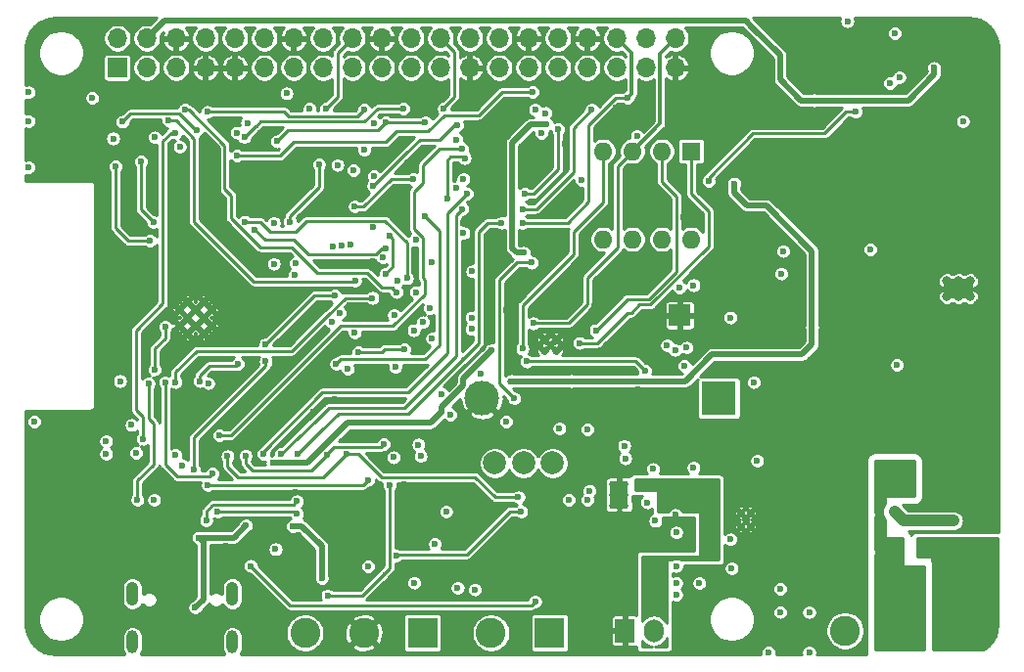
<source format=gbr>
G04 #@! TF.GenerationSoftware,KiCad,Pcbnew,(5.1.9)-1*
G04 #@! TF.CreationDate,2022-02-23T20:10:39+01:00*
G04 #@! TF.ProjectId,AnthC,416e7468-432e-46b6-9963-61645f706362,rev?*
G04 #@! TF.SameCoordinates,Original*
G04 #@! TF.FileFunction,Copper,L4,Bot*
G04 #@! TF.FilePolarity,Positive*
%FSLAX46Y46*%
G04 Gerber Fmt 4.6, Leading zero omitted, Abs format (unit mm)*
G04 Created by KiCad (PCBNEW (5.1.9)-1) date 2022-02-23 20:10:39*
%MOMM*%
%LPD*%
G01*
G04 APERTURE LIST*
G04 #@! TA.AperFunction,SMDPad,CuDef*
%ADD10R,1.650000X2.380000*%
G04 #@! TD*
G04 #@! TA.AperFunction,ComponentPad*
%ADD11C,0.500000*%
G04 #@! TD*
G04 #@! TA.AperFunction,SMDPad,CuDef*
%ADD12R,1.850000X1.850000*%
G04 #@! TD*
G04 #@! TA.AperFunction,ComponentPad*
%ADD13R,3.000000X3.000000*%
G04 #@! TD*
G04 #@! TA.AperFunction,ComponentPad*
%ADD14C,3.000000*%
G04 #@! TD*
G04 #@! TA.AperFunction,ComponentPad*
%ADD15C,0.450000*%
G04 #@! TD*
G04 #@! TA.AperFunction,ComponentPad*
%ADD16O,1.700000X1.700000*%
G04 #@! TD*
G04 #@! TA.AperFunction,ComponentPad*
%ADD17R,1.700000X1.700000*%
G04 #@! TD*
G04 #@! TA.AperFunction,ComponentPad*
%ADD18C,2.000000*%
G04 #@! TD*
G04 #@! TA.AperFunction,SMDPad,CuDef*
%ADD19R,2.500000X1.800000*%
G04 #@! TD*
G04 #@! TA.AperFunction,ComponentPad*
%ADD20C,0.800000*%
G04 #@! TD*
G04 #@! TA.AperFunction,ComponentPad*
%ADD21R,2.600000X2.600000*%
G04 #@! TD*
G04 #@! TA.AperFunction,ComponentPad*
%ADD22C,2.600000*%
G04 #@! TD*
G04 #@! TA.AperFunction,ComponentPad*
%ADD23C,0.600000*%
G04 #@! TD*
G04 #@! TA.AperFunction,ComponentPad*
%ADD24O,1.600000X1.600000*%
G04 #@! TD*
G04 #@! TA.AperFunction,ComponentPad*
%ADD25R,1.600000X1.600000*%
G04 #@! TD*
G04 #@! TA.AperFunction,ComponentPad*
%ADD26O,1.050000X2.100000*%
G04 #@! TD*
G04 #@! TA.AperFunction,ComponentPad*
%ADD27O,1.000000X2.000000*%
G04 #@! TD*
G04 #@! TA.AperFunction,ComponentPad*
%ADD28R,1.700000X2.000000*%
G04 #@! TD*
G04 #@! TA.AperFunction,ComponentPad*
%ADD29O,1.700000X2.000000*%
G04 #@! TD*
G04 #@! TA.AperFunction,ViaPad*
%ADD30C,0.600000*%
G04 #@! TD*
G04 #@! TA.AperFunction,Conductor*
%ADD31C,0.500000*%
G04 #@! TD*
G04 #@! TA.AperFunction,Conductor*
%ADD32C,0.250000*%
G04 #@! TD*
G04 #@! TA.AperFunction,Conductor*
%ADD33C,0.300000*%
G04 #@! TD*
G04 #@! TA.AperFunction,Conductor*
%ADD34C,1.000000*%
G04 #@! TD*
G04 #@! TA.AperFunction,Conductor*
%ADD35C,0.254000*%
G04 #@! TD*
G04 #@! TA.AperFunction,Conductor*
%ADD36C,0.100000*%
G04 #@! TD*
G04 #@! TA.AperFunction,NonConductor*
%ADD37C,0.254000*%
G04 #@! TD*
G04 #@! TA.AperFunction,NonConductor*
%ADD38C,0.100000*%
G04 #@! TD*
G04 APERTURE END LIST*
D10*
G04 #@! TO.P,U2,11*
G04 #@! TO.N,GND*
X231750000Y-136750000D03*
D11*
X232325000Y-137690000D03*
X231175000Y-137690000D03*
X232325000Y-136750000D03*
X231175000Y-136750000D03*
X232325000Y-135810000D03*
X231175000Y-135810000D03*
G04 #@! TD*
D12*
G04 #@! TO.P,U10,21*
G04 #@! TO.N,GND*
X237000000Y-121200000D03*
D11*
X236325000Y-121875000D03*
X236325000Y-120525000D03*
X237675000Y-121875000D03*
X237675000Y-120525000D03*
G04 #@! TD*
G04 #@! TO.P,U6,41*
G04 #@! TO.N,GND*
X195810000Y-120000000D03*
X195810000Y-121400000D03*
X195810000Y-122800000D03*
X194410000Y-120000000D03*
X194410000Y-121400000D03*
X194410000Y-122800000D03*
X193710000Y-120700000D03*
X195110000Y-120700000D03*
X196510000Y-120700000D03*
X196510000Y-122100000D03*
X195110000Y-122100000D03*
X193710000Y-122100000D03*
G04 #@! TD*
D13*
G04 #@! TO.P,BT1,1*
G04 #@! TO.N,Net-(BT1-Pad1)*
X240400000Y-128400000D03*
D14*
G04 #@! TO.P,BT1,2*
G04 #@! TO.N,GND*
X219910000Y-128400000D03*
G04 #@! TD*
D15*
G04 #@! TO.P,U12,7*
G04 #@! TO.N,GND*
X243100000Y-139500000D03*
X242300000Y-139500000D03*
X243100000Y-138300000D03*
X242300000Y-138300000D03*
G04 #@! TD*
D16*
G04 #@! TO.P,J3,40*
G04 #@! TO.N,/AIN2*
X236632600Y-97232300D03*
G04 #@! TO.P,J3,39*
G04 #@! TO.N,GND*
X236632600Y-99772300D03*
G04 #@! TO.P,J3,38*
G04 #@! TO.N,/AIN1*
X234092600Y-97232300D03*
G04 #@! TO.P,J3,37*
G04 #@! TO.N,/AIN3*
X234092600Y-99772300D03*
G04 #@! TO.P,J3,36*
G04 #@! TO.N,/O6*
X231552600Y-97232300D03*
G04 #@! TO.P,J3,35*
G04 #@! TO.N,/AIN4*
X231552600Y-99772300D03*
G04 #@! TO.P,J3,34*
G04 #@! TO.N,GND*
X229012600Y-97232300D03*
G04 #@! TO.P,J3,33*
G04 #@! TO.N,/O5*
X229012600Y-99772300D03*
G04 #@! TO.P,J3,32*
G04 #@! TO.N,/O3*
X226472600Y-97232300D03*
G04 #@! TO.P,J3,31*
G04 #@! TO.N,/O4*
X226472600Y-99772300D03*
G04 #@! TO.P,J3,30*
G04 #@! TO.N,GND*
X223932600Y-97232300D03*
G04 #@! TO.P,J3,29*
G04 #@! TO.N,/O2*
X223932600Y-99772300D03*
G04 #@! TO.P,J3,28*
G04 #@! TO.N,/COM*
X221392600Y-97232300D03*
G04 #@! TO.P,J3,27*
G04 #@! TO.N,/O1*
X221392600Y-99772300D03*
G04 #@! TO.P,J3,26*
G04 #@! TO.N,/CS*
X218852600Y-97232300D03*
G04 #@! TO.P,J3,25*
G04 #@! TO.N,GND*
X218852600Y-99772300D03*
G04 #@! TO.P,J3,24*
G04 #@! TO.N,/DI2*
X216312600Y-97232300D03*
G04 #@! TO.P,J3,23*
G04 #@! TO.N,/SCK*
X216312600Y-99772300D03*
G04 #@! TO.P,J3,22*
G04 #@! TO.N,/DI1*
X213772600Y-97232300D03*
G04 #@! TO.P,J3,21*
G04 #@! TO.N,/MISO*
X213772600Y-99772300D03*
G04 #@! TO.P,J3,20*
G04 #@! TO.N,GND*
X211232600Y-97232300D03*
G04 #@! TO.P,J3,19*
G04 #@! TO.N,/MOSI*
X211232600Y-99772300D03*
G04 #@! TO.P,J3,18*
G04 #@! TO.N,/DI4*
X208692600Y-97232300D03*
G04 #@! TO.P,J3,17*
G04 #@! TO.N,+3V3*
X208692600Y-99772300D03*
G04 #@! TO.P,J3,16*
G04 #@! TO.N,/GPIO2*
X206152600Y-97232300D03*
G04 #@! TO.P,J3,15*
G04 #@! TO.N,/DI3*
X206152600Y-99772300D03*
G04 #@! TO.P,J3,14*
G04 #@! TO.N,GND*
X203612600Y-97232300D03*
G04 #@! TO.P,J3,13*
G04 #@! TO.N,/GPIO0*
X203612600Y-99772300D03*
G04 #@! TO.P,J3,12*
G04 #@! TO.N,/GPIO1*
X201072600Y-97232300D03*
G04 #@! TO.P,J3,11*
G04 #@! TO.N,/RESET*
X201072600Y-99772300D03*
G04 #@! TO.P,J3,10*
G04 #@! TO.N,/RXD*
X198532600Y-97232300D03*
G04 #@! TO.P,J3,9*
G04 #@! TO.N,GND*
X198532600Y-99772300D03*
G04 #@! TO.P,J3,8*
G04 #@! TO.N,/TXD*
X195992600Y-97232300D03*
G04 #@! TO.P,J3,7*
G04 #@! TO.N,GND*
X195992600Y-99772300D03*
G04 #@! TO.P,J3,6*
X193452600Y-97232300D03*
G04 #@! TO.P,J3,5*
G04 #@! TO.N,/SCL*
X193452600Y-99772300D03*
G04 #@! TO.P,J3,4*
G04 #@! TO.N,+5V*
X190912600Y-97232300D03*
G04 #@! TO.P,J3,3*
G04 #@! TO.N,/SDA*
X190912600Y-99772300D03*
G04 #@! TO.P,J3,2*
G04 #@! TO.N,+5V*
X188372600Y-97232300D03*
D17*
G04 #@! TO.P,J3,1*
G04 #@! TO.N,+3V3*
X188372600Y-99772300D03*
G04 #@! TD*
D18*
G04 #@! TO.P,TP3,1*
G04 #@! TO.N,Net-(TP3-Pad1)*
X223500000Y-134000000D03*
G04 #@! TD*
G04 #@! TO.P,TP2,1*
G04 #@! TO.N,Net-(TP2-Pad1)*
X221000000Y-134000000D03*
G04 #@! TD*
G04 #@! TO.P,TP1,1*
G04 #@! TO.N,Net-(TP1-Pad1)*
X226000000Y-134000000D03*
G04 #@! TD*
D19*
G04 #@! TO.P,U1,9*
G04 #@! TO.N,GND*
X261100000Y-118900000D03*
D20*
X262100000Y-118250000D03*
X262100000Y-119550000D03*
X261100000Y-118250000D03*
X261100000Y-119550000D03*
X260100000Y-118250000D03*
X260100000Y-119550000D03*
G04 #@! TD*
D21*
G04 #@! TO.P,J4,1*
G04 #@! TO.N,/RX25*
X214760000Y-148700000D03*
D22*
G04 #@! TO.P,J4,2*
G04 #@! TO.N,GND*
X209680000Y-148700000D03*
G04 #@! TO.P,J4,3*
G04 #@! TO.N,/TX25*
X204600000Y-148700000D03*
G04 #@! TD*
D23*
G04 #@! TO.P,U9,17*
G04 #@! TO.N,GND*
X225800000Y-123800000D03*
X226300000Y-124300000D03*
X225300000Y-124300000D03*
X226300000Y-123300000D03*
X225300000Y-123300000D03*
G04 #@! TD*
D24*
G04 #@! TO.P,SW1,8*
G04 #@! TO.N,Net-(R34-Pad1)*
X238000000Y-114620000D03*
G04 #@! TO.P,SW1,4*
G04 #@! TO.N,/AIN1*
X230380000Y-107000000D03*
G04 #@! TO.P,SW1,7*
G04 #@! TO.N,Net-(R26-Pad1)*
X235460000Y-114620000D03*
G04 #@! TO.P,SW1,3*
G04 #@! TO.N,/AIN2*
X232920000Y-107000000D03*
G04 #@! TO.P,SW1,6*
G04 #@! TO.N,Net-(R25-Pad1)*
X232920000Y-114620000D03*
G04 #@! TO.P,SW1,2*
G04 #@! TO.N,/AIN3*
X235460000Y-107000000D03*
G04 #@! TO.P,SW1,5*
G04 #@! TO.N,Net-(R28-Pad1)*
X230380000Y-114620000D03*
D25*
G04 #@! TO.P,SW1,1*
G04 #@! TO.N,/AIN4*
X238000000Y-107000000D03*
G04 #@! TD*
D21*
G04 #@! TO.P,J5,1*
G04 #@! TO.N,VDD*
X261460000Y-148500000D03*
D22*
G04 #@! TO.P,J5,2*
G04 #@! TO.N,/GND_IN*
X256380000Y-148500000D03*
G04 #@! TO.P,J5,3*
G04 #@! TO.N,+5VD*
X251300000Y-148500000D03*
G04 #@! TD*
D21*
G04 #@! TO.P,J2,1*
G04 #@! TO.N,/B*
X225760000Y-148700000D03*
D22*
G04 #@! TO.P,J2,2*
G04 #@! TO.N,/A*
X220680000Y-148700000D03*
G04 #@! TD*
D26*
G04 #@! TO.P,J1,S4*
G04 #@! TO.N,N/C*
X198320000Y-145320000D03*
G04 #@! TO.P,J1,S3*
X189680000Y-145320000D03*
D27*
G04 #@! TO.P,J1,S2*
G04 #@! TO.N,Net-(J1-PadS2)*
X198320000Y-149500000D03*
G04 #@! TO.P,J1,S1*
G04 #@! TO.N,Net-(J1-PadS1)*
X189680000Y-149500000D03*
G04 #@! TD*
D28*
G04 #@! TO.P,BT2,2*
G04 #@! TO.N,GND*
X232250000Y-148500000D03*
D29*
G04 #@! TO.P,BT2,1*
G04 #@! TO.N,+BATT*
X234750000Y-148500000D03*
G04 #@! TD*
D30*
G04 #@! TO.N,GND*
X246600000Y-112400000D03*
X249800000Y-112400000D03*
X249800000Y-108400000D03*
X246600000Y-108400000D03*
X185600000Y-134300000D03*
X208750000Y-107900000D03*
X221700000Y-115700000D03*
X221600000Y-114500000D03*
X215600000Y-103300000D03*
X255900000Y-130800000D03*
X254600000Y-129100000D03*
X253000000Y-125500000D03*
X263200000Y-125500000D03*
X260600000Y-124700000D03*
X201000000Y-150100000D03*
X219100000Y-103200000D03*
X231500000Y-103200000D03*
X223300000Y-103200000D03*
X210600000Y-107200000D03*
X227500000Y-103400000D03*
X203550000Y-103300000D03*
X207800000Y-103200000D03*
X187390000Y-127190000D03*
X211000000Y-102400000D03*
X231600000Y-118000000D03*
X226850000Y-128350000D03*
X226850000Y-129950000D03*
X249750000Y-119550000D03*
X227150000Y-112150000D03*
X222250000Y-125750000D03*
X197400000Y-101400000D03*
X200200000Y-101300000D03*
X193300000Y-101300000D03*
X188000000Y-101400000D03*
X188000000Y-147500000D03*
X200900000Y-146200000D03*
X199700000Y-147200000D03*
X187000000Y-146300000D03*
X246900000Y-115200000D03*
X218225000Y-113200000D03*
X186050000Y-130750000D03*
X193600000Y-116500000D03*
X201900000Y-126500000D03*
X203300000Y-122900000D03*
X233050000Y-110450000D03*
X235050000Y-112700000D03*
X236550000Y-102700000D03*
X228050000Y-110900000D03*
X234550000Y-102200000D03*
X231050000Y-105700000D03*
X233800000Y-103950000D03*
X232800000Y-112450000D03*
X260800000Y-129200000D03*
X264050000Y-129200000D03*
X262800000Y-134700000D03*
X227100000Y-106400000D03*
X221600000Y-107300000D03*
X219600000Y-105600000D03*
X230400000Y-112500000D03*
X226800000Y-111000000D03*
X182300000Y-108700000D03*
X186200000Y-108700000D03*
X182300000Y-104700000D03*
X186200000Y-104700000D03*
X202900000Y-116400000D03*
X237300000Y-112700000D03*
X239300000Y-110700000D03*
X221375000Y-143950000D03*
X189050000Y-140950000D03*
X223300000Y-143950000D03*
X222300000Y-144950000D03*
X223050000Y-149700000D03*
X222550000Y-147450000D03*
X207050000Y-150200000D03*
X212300000Y-147450000D03*
X212050000Y-150200000D03*
X190800000Y-147700000D03*
X196800000Y-147450000D03*
X193300000Y-149700000D03*
X181200000Y-141400000D03*
X185200000Y-141400000D03*
X181200000Y-136400000D03*
X257550000Y-131950000D03*
X259050000Y-131450000D03*
X263050000Y-131200000D03*
X264050000Y-133700000D03*
X264300000Y-109450000D03*
X223300000Y-107950000D03*
X236550000Y-108200000D03*
X238550000Y-113200000D03*
X237500000Y-111500000D03*
X253050000Y-138450000D03*
X253050000Y-141700000D03*
X246050000Y-96200000D03*
X191050000Y-138200000D03*
X264200000Y-139650000D03*
X264200000Y-136650000D03*
X264100000Y-126700000D03*
X218145000Y-137045000D03*
X251550000Y-99200000D03*
X252800000Y-98200000D03*
X204542852Y-136685704D03*
X217800000Y-138450000D03*
X207550000Y-143950000D03*
X204300000Y-143950000D03*
X202800000Y-143950000D03*
X211550000Y-145700000D03*
X213800000Y-136950000D03*
X208850000Y-120450000D03*
X210500000Y-116500000D03*
X229000000Y-129775000D03*
X233500000Y-134250000D03*
X236600000Y-141000000D03*
X227200000Y-140100000D03*
X227900000Y-145100000D03*
X232800000Y-143000000D03*
X233000000Y-145300000D03*
X236621350Y-138491994D03*
X200000000Y-136900000D03*
X203800000Y-136500000D03*
X232400000Y-128600000D03*
X233400000Y-127600000D03*
X233400000Y-129600000D03*
X197800000Y-141200000D03*
X222300000Y-105000000D03*
X238300000Y-97800000D03*
X210600000Y-126200000D03*
X212500000Y-131900000D03*
X218300000Y-132000000D03*
X218400000Y-133700000D03*
X221700000Y-135800000D03*
X224000000Y-135600000D03*
X229300000Y-134800000D03*
X217800000Y-136000000D03*
X214400000Y-135900000D03*
X215200000Y-142900000D03*
X216000000Y-144900000D03*
X212600000Y-143900000D03*
X208600000Y-144600000D03*
X221600000Y-137700000D03*
X216500000Y-137100000D03*
X229500000Y-140600000D03*
X230000000Y-144600000D03*
X241500000Y-141500000D03*
X249400000Y-130000000D03*
X249400000Y-132300000D03*
X241400000Y-137300000D03*
X241025000Y-135675000D03*
X222000000Y-120800000D03*
X220600000Y-118800000D03*
X187200000Y-113400000D03*
X187200000Y-119400000D03*
X187200000Y-125400000D03*
X185200000Y-136400000D03*
X183200000Y-133400000D03*
X208800000Y-140400000D03*
X202650000Y-140450000D03*
X199750000Y-140650000D03*
X201200000Y-142400000D03*
X213200000Y-135800000D03*
X205900000Y-111450000D03*
X207300000Y-124050000D03*
X189950000Y-112650000D03*
X217800000Y-108400000D03*
X214000000Y-108450000D03*
X208900000Y-110200000D03*
X210550000Y-111950000D03*
X201000000Y-105800000D03*
X197300000Y-102900000D03*
X207150000Y-116800000D03*
X208150000Y-127050000D03*
X208200000Y-131850000D03*
X207150000Y-128500000D03*
X205300000Y-129550000D03*
X205100000Y-127800000D03*
X191200000Y-116400000D03*
X191200000Y-119150000D03*
X189450000Y-116150000D03*
X189450000Y-119650000D03*
X196200000Y-116400000D03*
X255950000Y-95900000D03*
X259200000Y-95900000D03*
X257700000Y-97900000D03*
X257700000Y-100650000D03*
X248950000Y-96150000D03*
X247450000Y-97650000D03*
X236200000Y-105400000D03*
X237450000Y-105400000D03*
X234700000Y-104150000D03*
X221450000Y-109400000D03*
X187200000Y-123150000D03*
X196700000Y-149650000D03*
X190950000Y-149650000D03*
X216450000Y-142900000D03*
X212950000Y-142900000D03*
X238200000Y-127900000D03*
X238200000Y-129150000D03*
X234950000Y-128650000D03*
X232200000Y-130900000D03*
X240450000Y-130900000D03*
X246950000Y-132150000D03*
X255600000Y-118200000D03*
X248000000Y-106800000D03*
X244200000Y-110400000D03*
X240600000Y-102500000D03*
X240200000Y-106000000D03*
X260100000Y-113300000D03*
X256800000Y-97600000D03*
X254000000Y-99600000D03*
X254100000Y-101000000D03*
X235000000Y-117100000D03*
X199400000Y-126100000D03*
X202500000Y-125400000D03*
X199900000Y-119700000D03*
X200300000Y-122300000D03*
X252300000Y-128100000D03*
X252300000Y-132400000D03*
X250100000Y-126800000D03*
X249900000Y-133300000D03*
X252500000Y-145400000D03*
X240000000Y-118000000D03*
X241400000Y-118000000D03*
X241025000Y-123625000D03*
X234800000Y-121200000D03*
X231000000Y-126000000D03*
X232600000Y-126000000D03*
X238400000Y-119600000D03*
X235000000Y-118000000D03*
X229604740Y-120401292D03*
X245000000Y-117600000D03*
X192000000Y-139000000D03*
X194800000Y-139000000D03*
X243400000Y-121600000D03*
X245200000Y-122400000D03*
X246600000Y-123400000D03*
X233600000Y-122400000D03*
X235000000Y-123800000D03*
X227200000Y-119000000D03*
X240000000Y-125800000D03*
X241200000Y-125800000D03*
X216200000Y-133400000D03*
X251200000Y-115800000D03*
X251200000Y-119600000D03*
X252600000Y-118400000D03*
X259400000Y-110800000D03*
X259000000Y-109200000D03*
X230200000Y-138400000D03*
X234800000Y-140400000D03*
X231200000Y-141000000D03*
X264000000Y-97800000D03*
X263600000Y-105400000D03*
G04 #@! TO.N,+3V3*
X188600000Y-126900000D03*
X188000000Y-105900000D03*
X208500000Y-115100000D03*
X209700000Y-106900000D03*
X217700000Y-106000000D03*
X210600000Y-104600000D03*
X198700000Y-105400000D03*
X233300000Y-105700000D03*
X181200000Y-130400000D03*
X225050000Y-105450000D03*
X216800000Y-138200000D03*
X219300000Y-144950000D03*
X210050000Y-142950000D03*
X202050000Y-141450000D03*
X215837500Y-140987500D03*
X211300000Y-116200000D03*
X219750000Y-126250000D03*
X251500000Y-95750000D03*
X229000000Y-131100000D03*
X189600000Y-130700000D03*
X187400000Y-132100000D03*
X187400000Y-133200000D03*
X219000000Y-122400000D03*
X219050000Y-117400000D03*
X191550000Y-137200000D03*
X217700000Y-110200000D03*
X180700000Y-101900000D03*
X180700000Y-104400000D03*
X180700000Y-108400000D03*
X186200000Y-102400000D03*
X245950000Y-115650000D03*
X241400000Y-121400000D03*
X237400000Y-125600000D03*
X243400000Y-127000000D03*
X216400000Y-128000000D03*
X215600000Y-123200000D03*
X215600000Y-116600000D03*
X215400000Y-120600000D03*
X214200000Y-119200000D03*
G04 #@! TO.N,+5V*
X227600000Y-126900000D03*
X222450000Y-126900000D03*
X220750000Y-124200000D03*
X217800000Y-144800000D03*
X201800000Y-134000000D03*
X227400000Y-137200000D03*
X241500000Y-143100000D03*
X243700000Y-133800000D03*
X248600000Y-102600000D03*
X241700000Y-109800000D03*
X248450000Y-122250000D03*
X216400000Y-129600000D03*
X259000000Y-99800000D03*
G04 #@! TO.N,/TXD*
X194200000Y-103400000D03*
X212500000Y-119200000D03*
G04 #@! TO.N,/RXD*
X192775000Y-104325000D03*
X208912500Y-118212500D03*
X212400000Y-125700000D03*
G04 #@! TO.N,/RESET*
X193400000Y-105400000D03*
X199600000Y-104550001D03*
X190600000Y-131900000D03*
X210050000Y-135450000D03*
X196200000Y-135900000D03*
G04 #@! TO.N,/GPIO0*
X203000000Y-102000000D03*
X207400000Y-108200000D03*
X208900000Y-122725000D03*
X207750000Y-115200000D03*
G04 #@! TO.N,/CS*
X225400000Y-103700000D03*
X224295479Y-101886361D03*
X198700000Y-107400000D03*
G04 #@! TO.N,/DP*
X203900000Y-137300000D03*
X196050000Y-138950000D03*
G04 #@! TO.N,/SDA*
X195256086Y-105193914D03*
X188800000Y-104450000D03*
X232200000Y-132500000D03*
X214600000Y-133400000D03*
X226600000Y-131000000D03*
X255200000Y-101100000D03*
X255600000Y-96800000D03*
G04 #@! TO.N,/SCL*
X191600000Y-105800000D03*
X232300000Y-133600000D03*
X214400000Y-132400000D03*
X222000000Y-130400000D03*
X193762500Y-106637500D03*
X256000000Y-100600000D03*
G04 #@! TO.N,/MISO*
X213100000Y-103300000D03*
X199350000Y-105800000D03*
X237600000Y-124000000D03*
G04 #@! TO.N,/SCK*
X211600000Y-104500000D03*
X215000000Y-104500000D03*
X202200000Y-106150000D03*
X235909634Y-123800000D03*
G04 #@! TO.N,/MOSI*
X209700000Y-103400000D03*
X196150000Y-103600000D03*
X236600000Y-124200000D03*
G04 #@! TO.N,VBUS*
X199500000Y-139400000D03*
X195100000Y-146500000D03*
X203550000Y-139450000D03*
X206050000Y-143950000D03*
X195400000Y-140450000D03*
G04 #@! TO.N,/RX2*
X214000000Y-122500000D03*
X190400000Y-107900000D03*
X199400000Y-113100000D03*
X191475000Y-113150000D03*
X213400000Y-118000000D03*
G04 #@! TO.N,/TX2*
X211600000Y-115400000D03*
X188200000Y-108300000D03*
X191200000Y-114750000D03*
X200275000Y-113775000D03*
G04 #@! TO.N,/RX25*
X214050000Y-144350000D03*
X217150010Y-129800000D03*
G04 #@! TO.N,/AN1*
X222700000Y-128400000D03*
X224200000Y-116650000D03*
X237000000Y-118800000D03*
G04 #@! TO.N,+BATT*
X244700000Y-150400000D03*
X248200000Y-150400000D03*
X248200000Y-146900000D03*
X245700000Y-146900000D03*
X245700000Y-144900000D03*
X236700000Y-144400000D03*
X238700000Y-144400000D03*
X236700000Y-145400000D03*
X236700000Y-142900000D03*
G04 #@! TO.N,/EN_STEP_UP*
X236700000Y-140000000D03*
X241400000Y-140600000D03*
G04 #@! TO.N,Net-(Q6-Pad1)*
X234700000Y-134500000D03*
X234900000Y-139000000D03*
G04 #@! TO.N,/BAT_LEVEL*
X196226009Y-127088181D03*
X199900000Y-142900000D03*
X224500000Y-146000000D03*
G04 #@! TO.N,Net-(C21-Pad1)*
X238200000Y-118600000D03*
X245800000Y-117600000D03*
G04 #@! TO.N,/AIN1*
X223400000Y-124100000D03*
G04 #@! TO.N,/AIN2*
X224350000Y-121900000D03*
G04 #@! TO.N,/AIN3*
X229750000Y-122500000D03*
G04 #@! TO.N,+5VD*
X253500000Y-115500000D03*
X238200000Y-134400000D03*
G04 #@! TO.N,/COM*
X223500000Y-115800000D03*
X224500000Y-103400000D03*
X225500000Y-104700000D03*
G04 #@! TO.N,/DN*
X203900000Y-138400000D03*
X197050000Y-138200000D03*
G04 #@! TO.N,VDD*
X259300000Y-146000000D03*
X260400000Y-146000000D03*
X261400000Y-146000000D03*
X262600000Y-146000000D03*
X261600000Y-141400000D03*
X262800000Y-141400000D03*
X262600000Y-143800000D03*
G04 #@! TO.N,/TX25*
X212250000Y-133500000D03*
X206550000Y-145450000D03*
X211900010Y-135899990D03*
X212600000Y-118200000D03*
G04 #@! TO.N,/RXD3V3*
X208300000Y-125856587D03*
X206501974Y-133251974D03*
X199450000Y-133350000D03*
X211400000Y-132350002D03*
G04 #@! TO.N,/TXD3V3*
X223050000Y-136950000D03*
X212300000Y-121200000D03*
X208200000Y-133200000D03*
X219000000Y-121400000D03*
X197900000Y-133400000D03*
X214800000Y-121800000D03*
G04 #@! TO.N,Net-(R53-Pad1)*
X191048946Y-127115213D03*
X190100000Y-137200000D03*
G04 #@! TO.N,Net-(R54-Pad1)*
X196600000Y-134900000D03*
X192500000Y-127000000D03*
G04 #@! TO.N,Net-(R66-Pad2)*
X210500000Y-113600000D03*
X203700000Y-117700000D03*
G04 #@! TO.N,Net-(R67-Pad2)*
X207606587Y-121006587D03*
X209200000Y-124400000D03*
X223800000Y-125200000D03*
X234000000Y-126000000D03*
X213200000Y-124125000D03*
G04 #@! TO.N,Net-(R68-Pad2)*
X203800000Y-116700000D03*
X214162099Y-114675272D03*
X218300000Y-114100000D03*
X228500000Y-109500000D03*
X239500000Y-109600000D03*
X252200000Y-103600000D03*
G04 #@! TO.N,Net-(R71-Pad1)*
X207000000Y-115250000D03*
X205800000Y-108150000D03*
X203300000Y-113100000D03*
G04 #@! TO.N,/RS485*
X223300000Y-138200000D03*
X212475010Y-142000000D03*
G04 #@! TO.N,/GND_IN*
X254500000Y-149700000D03*
X254600000Y-147900000D03*
X254600000Y-146200000D03*
X257500000Y-146100000D03*
X254550000Y-141200000D03*
X257800000Y-143200000D03*
X254550000Y-143200000D03*
X254550000Y-145200000D03*
X258050000Y-145200000D03*
X254550000Y-134200000D03*
X254550000Y-135450000D03*
X257200000Y-135450000D03*
X257200000Y-134200000D03*
G04 #@! TO.N,Net-(D14-Pad2)*
X255600000Y-138200000D03*
X260700000Y-139000000D03*
G04 #@! TO.N,/VDD_F*
X255800000Y-125500000D03*
G04 #@! TO.N,Net-(TP1-Pad1)*
X234200000Y-137400000D03*
G04 #@! TO.N,Net-(TP2-Pad1)*
X229000000Y-137200000D03*
G04 #@! TO.N,Net-(TP3-Pad1)*
X229200000Y-136400000D03*
G04 #@! TO.N,/O5*
X223400000Y-112000000D03*
X229400000Y-103400000D03*
G04 #@! TO.N,/O4*
X223600000Y-110700000D03*
X226500000Y-105100000D03*
G04 #@! TO.N,/GPIO2*
X205000000Y-103325000D03*
G04 #@! TO.N,/DI4*
X206400000Y-103300000D03*
X206900000Y-121800000D03*
X201900000Y-116750000D03*
X201900000Y-113200000D03*
G04 #@! TO.N,/DI1*
X210500000Y-110000000D03*
X217750000Y-104750000D03*
G04 #@! TO.N,/DI2*
X216600000Y-103300000D03*
G04 #@! TO.N,/O6*
X232500000Y-102400000D03*
X223405000Y-113205000D03*
G04 #@! TO.N,/I3*
X208803435Y-108648096D03*
X191600000Y-125900000D03*
X192500000Y-122200000D03*
X190000000Y-133100000D03*
G04 #@! TO.N,/I4*
X195000000Y-134600000D03*
X201200000Y-125200000D03*
X201200000Y-123700000D03*
X207175000Y-119475000D03*
G04 #@! TO.N,/I2*
X210543413Y-109143413D03*
X194000000Y-134200000D03*
X195500000Y-126900000D03*
X198800000Y-125400000D03*
G04 #@! TO.N,/I1*
X193400000Y-133300000D03*
X193400000Y-127000000D03*
X210425000Y-119700000D03*
X211925000Y-114325000D03*
X211575000Y-117600000D03*
G04 #@! TO.N,/OC1*
X197200000Y-131600000D03*
X218200000Y-106800000D03*
G04 #@! TO.N,/OC4*
X218600000Y-110700000D03*
X201000000Y-133200000D03*
G04 #@! TO.N,/OC5*
X218200000Y-112000000D03*
X202500000Y-133200000D03*
G04 #@! TO.N,/OC6*
X221600000Y-113200000D03*
X204000000Y-133200000D03*
G04 #@! TO.N,/OC3*
X218300000Y-109400000D03*
X208900000Y-111800000D03*
X213950000Y-109400000D03*
G04 #@! TO.N,Net-(R72-Pad2)*
X207300000Y-125400000D03*
X214925000Y-112625000D03*
G04 #@! TO.N,/OC2*
X216900000Y-111100000D03*
X218400000Y-107600000D03*
G04 #@! TO.N,/AIN4*
X228350000Y-123600000D03*
G04 #@! TO.N,Net-(D12-Pad1)*
X261500000Y-104400000D03*
G04 #@! TD*
D31*
G04 #@! TO.N,+5V*
X227600000Y-126900000D02*
X222450000Y-126900000D01*
X222363998Y-126900000D02*
X222450000Y-126900000D01*
X190912600Y-97232300D02*
X192444900Y-95700000D01*
X192444900Y-95700000D02*
X192900000Y-95700000D01*
X192900000Y-95700000D02*
X242000000Y-95700000D01*
X242000000Y-95700000D02*
X242700000Y-95700000D01*
X243250000Y-96250000D02*
X243700000Y-96700000D01*
X242700000Y-95700000D02*
X243250000Y-96250000D01*
X248600000Y-102600000D02*
X247500000Y-102600000D01*
X245700000Y-100800000D02*
X245700000Y-98700000D01*
X247500000Y-102600000D02*
X245700000Y-100800000D01*
X245700000Y-98700000D02*
X243250000Y-96250000D01*
X247600000Y-124600000D02*
X239800000Y-124600000D01*
X248450000Y-123750000D02*
X247600000Y-124600000D01*
X244500000Y-111700000D02*
X248450000Y-115650000D01*
X242800000Y-111700000D02*
X244500000Y-111700000D01*
X239800000Y-124600000D02*
X237500000Y-126900000D01*
X241700000Y-110600000D02*
X242800000Y-111700000D01*
X237500000Y-126900000D02*
X227600000Y-126900000D01*
X241700000Y-109800000D02*
X241700000Y-110600000D01*
X248450000Y-122250000D02*
X248450000Y-123750000D01*
X248450000Y-115650000D02*
X248450000Y-122250000D01*
X216400000Y-129175736D02*
X218275000Y-127300736D01*
X218275000Y-127300736D02*
X218275000Y-126675000D01*
X216400000Y-129600000D02*
X216400000Y-129175736D01*
X220750000Y-124200000D02*
X218275000Y-126675000D01*
X215500000Y-130500000D02*
X216400000Y-129600000D01*
X208250000Y-130500000D02*
X215500000Y-130500000D01*
X207063998Y-131700000D02*
X207063998Y-131686002D01*
X207063998Y-131686002D02*
X208250000Y-130500000D01*
X204763998Y-134000000D02*
X207063998Y-131700000D01*
X201800000Y-134000000D02*
X204763998Y-134000000D01*
X259000000Y-100386002D02*
X259000000Y-99800000D01*
X256786002Y-102600000D02*
X259000000Y-100386002D01*
X254400000Y-102600000D02*
X256786002Y-102600000D01*
X254400000Y-102600000D02*
X248600000Y-102600000D01*
D32*
G04 #@! TO.N,/TXD*
X194200000Y-103400000D02*
X194400000Y-103400000D01*
X212500000Y-119200000D02*
X212150000Y-118850000D01*
X211237501Y-118787501D02*
X212087501Y-118787501D01*
X209974499Y-117524499D02*
X211237501Y-118787501D01*
X212087501Y-118787501D02*
X212500000Y-119200000D01*
X194550000Y-103400000D02*
X194200000Y-103400000D01*
X197650000Y-106500000D02*
X194550000Y-103400000D01*
X198175001Y-110823999D02*
X197650000Y-110298998D01*
X198175001Y-112775001D02*
X198175001Y-110823999D01*
X197650000Y-110298998D02*
X197650000Y-106500000D01*
X200700000Y-115300000D02*
X198175001Y-112775001D01*
X200700000Y-115300000D02*
X203450000Y-115300000D01*
X205674499Y-117524499D02*
X209974499Y-117524499D01*
X203450000Y-115300000D02*
X205674499Y-117524499D01*
G04 #@! TO.N,/RXD*
X208825000Y-118300000D02*
X208912500Y-118212500D01*
X193425000Y-104325000D02*
X192775000Y-104325000D01*
X195000000Y-105900000D02*
X193425000Y-104325000D01*
X195000000Y-113100000D02*
X195000000Y-105900000D01*
X200175001Y-118275001D02*
X195000000Y-113100000D01*
X206625001Y-118275001D02*
X200175001Y-118275001D01*
X208849999Y-118275001D02*
X208912500Y-118212500D01*
X206824999Y-118275001D02*
X208849999Y-118275001D01*
X206625001Y-118275001D02*
X206824999Y-118275001D01*
X206824999Y-118275001D02*
X206999999Y-118275001D01*
G04 #@! TO.N,/RESET*
X209600000Y-135900000D02*
X196200000Y-135900000D01*
X210050000Y-135450000D02*
X209600000Y-135900000D01*
X193000000Y-105400000D02*
X193400000Y-105400000D01*
X192300000Y-106100000D02*
X193000000Y-105400000D01*
X192300000Y-120200000D02*
X192300000Y-106100000D01*
X190000000Y-129400000D02*
X190000000Y-122500000D01*
X190000000Y-122500000D02*
X192300000Y-120200000D01*
X190000000Y-129400000D02*
X190600000Y-130000000D01*
X190600000Y-130000000D02*
X190600000Y-131900000D01*
G04 #@! TO.N,/CS*
X221613639Y-101886361D02*
X224295479Y-101886361D01*
X216625000Y-103875000D02*
X219625000Y-103875000D01*
X211600000Y-106200000D02*
X212550000Y-105250000D01*
X215250000Y-105250000D02*
X216625000Y-103875000D01*
X212550000Y-105250000D02*
X215250000Y-105250000D01*
X203650000Y-106200000D02*
X211600000Y-106200000D01*
X202450000Y-107400000D02*
X203650000Y-106200000D01*
X219625000Y-103875000D02*
X221613639Y-101886361D01*
X198700000Y-107400000D02*
X202450000Y-107400000D01*
G04 #@! TO.N,/DP*
X203900000Y-137300000D02*
X203600000Y-137600000D01*
X200100000Y-137600000D02*
X199946446Y-137600000D01*
X203600000Y-137600000D02*
X200100000Y-137600000D01*
X196650000Y-137600000D02*
X197900000Y-137600000D01*
X197900000Y-137600000D02*
X200100000Y-137600000D01*
X197300000Y-137600000D02*
X197900000Y-137600000D01*
X196050000Y-138200000D02*
X196550000Y-137700000D01*
X196050000Y-138950000D02*
X196050000Y-138200000D01*
X196550000Y-137700000D02*
X196650000Y-137600000D01*
G04 #@! TO.N,/SDA*
X188800000Y-104450000D02*
X189500000Y-103750000D01*
X195142912Y-105193914D02*
X195256086Y-105193914D01*
X193698998Y-103750000D02*
X195142912Y-105193914D01*
X189500000Y-103750000D02*
X193698998Y-103750000D01*
G04 #@! TO.N,/MISO*
X199350000Y-105800000D02*
X200350000Y-104800000D01*
X210900000Y-103300000D02*
X211700000Y-103300000D01*
X211700000Y-103300000D02*
X213100000Y-103300000D01*
X200350000Y-104800000D02*
X200400000Y-104800000D01*
X200750000Y-104450000D02*
X209750000Y-104450000D01*
X200400000Y-104800000D02*
X200750000Y-104450000D01*
X209750000Y-104450000D02*
X210900000Y-103300000D01*
G04 #@! TO.N,/SCK*
X215000000Y-104500000D02*
X211600000Y-104500000D01*
X210900000Y-105200000D02*
X211600000Y-104500000D01*
X202200000Y-106150000D02*
X203150000Y-105200000D01*
X203150000Y-105200000D02*
X205000000Y-105200000D01*
X205000000Y-105200000D02*
X210900000Y-105200000D01*
G04 #@! TO.N,/MOSI*
X209124999Y-103975001D02*
X209200000Y-103900000D01*
X202800000Y-103600000D02*
X203175001Y-103975001D01*
X209200000Y-103900000D02*
X209700000Y-103400000D01*
X203175001Y-103975001D02*
X209124999Y-103975001D01*
X196150000Y-103600000D02*
X202800000Y-103600000D01*
D31*
G04 #@! TO.N,VBUS*
X203550000Y-139450000D02*
X204300000Y-139450000D01*
X204300000Y-139450000D02*
X206050000Y-141200000D01*
X206050000Y-141200000D02*
X206050000Y-143950000D01*
X198450000Y-140450000D02*
X199500000Y-139400000D01*
X195400000Y-140450000D02*
X198450000Y-140450000D01*
X195100000Y-146500000D02*
X195800000Y-145800000D01*
X195800000Y-140850000D02*
X195400000Y-140450000D01*
X195800000Y-145800000D02*
X195800000Y-140850000D01*
D32*
G04 #@! TO.N,/RX2*
X190400000Y-112075000D02*
X191475000Y-113150000D01*
X190400000Y-107900000D02*
X190400000Y-112075000D01*
X203800000Y-113950000D02*
X201550000Y-113950000D01*
X200700000Y-113100000D02*
X199400000Y-113100000D01*
X204725001Y-113024999D02*
X203800000Y-113950000D01*
X211524999Y-113024999D02*
X204725001Y-113024999D01*
X213400000Y-114900000D02*
X211524999Y-113024999D01*
X201550000Y-113950000D02*
X200700000Y-113100000D01*
X213400000Y-118000000D02*
X213400000Y-114900000D01*
G04 #@! TO.N,/TX2*
X191200000Y-114750000D02*
X189300000Y-114750000D01*
X188200000Y-113650000D02*
X188200000Y-108300000D01*
X189300000Y-114750000D02*
X188200000Y-113650000D01*
X207050000Y-115900000D02*
X206115698Y-115900000D01*
X206550000Y-115900000D02*
X207050000Y-115900000D01*
X207050000Y-115900000D02*
X208950000Y-115900000D01*
X201150000Y-114650000D02*
X200275000Y-113775000D01*
X210200000Y-115900000D02*
X208950000Y-115900000D01*
X204900000Y-115900000D02*
X203650000Y-114650000D01*
X203650000Y-114650000D02*
X201150000Y-114650000D01*
X211600000Y-115400000D02*
X211200000Y-115400000D01*
X210700000Y-115900000D02*
X210050000Y-115900000D01*
X211200000Y-115400000D02*
X210700000Y-115900000D01*
X210050000Y-115900000D02*
X204900000Y-115900000D01*
X210200000Y-115900000D02*
X210050000Y-115900000D01*
G04 #@! TO.N,/AN1*
X221424999Y-127124999D02*
X221424999Y-118175001D01*
X222700000Y-128400000D02*
X221424999Y-127124999D01*
X222950000Y-116650000D02*
X224200000Y-116650000D01*
X221424999Y-118175001D02*
X222950000Y-116650000D01*
G04 #@! TO.N,/BAT_LEVEL*
X224200001Y-146299999D02*
X224500000Y-146000000D01*
X203299999Y-146299999D02*
X224200001Y-146299999D01*
X199900000Y-142900000D02*
X203299999Y-146299999D01*
G04 #@! TO.N,/AIN1*
X230380000Y-107000000D02*
X230380000Y-111420000D01*
X230380000Y-111420000D02*
X227850000Y-113950000D01*
X223400000Y-124100000D02*
X223400000Y-120350000D01*
X227850000Y-115900000D02*
X227850000Y-113950000D01*
X223400000Y-120350000D02*
X227850000Y-115900000D01*
D33*
G04 #@! TO.N,/AIN2*
X236632600Y-97232300D02*
X235300000Y-98564900D01*
X235300000Y-104620000D02*
X232920000Y-107000000D01*
X235300000Y-98564900D02*
X235300000Y-104620000D01*
D32*
X231650000Y-108270000D02*
X232920000Y-107000000D01*
X231650000Y-115350000D02*
X231650000Y-108270000D01*
X224350000Y-121900000D02*
X227400000Y-121900000D01*
X229050000Y-120250000D02*
X229050000Y-117950000D01*
X227400000Y-121900000D02*
X229050000Y-120250000D01*
X229050000Y-117950000D02*
X231650000Y-115350000D01*
G04 #@! TO.N,/AIN3*
X236700000Y-110900000D02*
X235460000Y-109660000D01*
X236700000Y-117451002D02*
X236700000Y-110900000D01*
X234351002Y-119800000D02*
X236700000Y-117451002D01*
X235460000Y-109660000D02*
X235460000Y-107000000D01*
X232450000Y-119800000D02*
X234351002Y-119800000D01*
X229750000Y-122500000D02*
X232450000Y-119800000D01*
D31*
G04 #@! TO.N,/COM*
X223500000Y-115800000D02*
X222900000Y-115800000D01*
X222900000Y-115800000D02*
X222500000Y-115400000D01*
X222500000Y-115400000D02*
X222500000Y-111300000D01*
X222500000Y-111300000D02*
X222500000Y-106300000D01*
X224100000Y-104700000D02*
X225500000Y-104700000D01*
X222500000Y-106300000D02*
X224100000Y-104700000D01*
D32*
G04 #@! TO.N,/DN*
X203700000Y-138200000D02*
X203900000Y-138400000D01*
X197050000Y-138200000D02*
X203700000Y-138200000D01*
G04 #@! TO.N,/TX25*
X208550000Y-145450000D02*
X206550000Y-145450000D01*
X208550000Y-145450000D02*
X209550000Y-145450000D01*
X211900010Y-143099990D02*
X211250000Y-143750000D01*
X211900010Y-135899990D02*
X211900010Y-143099990D01*
X211250000Y-143750000D02*
X211450000Y-143550000D01*
X209550000Y-145450000D02*
X211250000Y-143750000D01*
G04 #@! TO.N,/RXD3V3*
X206501974Y-133198026D02*
X206501974Y-133251974D01*
X207075001Y-132624999D02*
X206501974Y-133198026D01*
X206501974Y-133251974D02*
X205103948Y-134650000D01*
X205103948Y-134650000D02*
X201400000Y-134650000D01*
X200500000Y-134650000D02*
X200050000Y-134650000D01*
X201400000Y-134650000D02*
X200500000Y-134650000D01*
X200500000Y-134650000D02*
X200300000Y-134650000D01*
X199450000Y-134050000D02*
X199450000Y-133350000D01*
X200050000Y-134650000D02*
X199450000Y-134050000D01*
X211125003Y-132624999D02*
X211400000Y-132350002D01*
X209875001Y-132624999D02*
X211125003Y-132624999D01*
X210124999Y-132624999D02*
X209875001Y-132624999D01*
X209875001Y-132624999D02*
X207075001Y-132624999D01*
G04 #@! TO.N,/TXD3V3*
X221050000Y-136950000D02*
X223050000Y-136950000D01*
X219300000Y-135200000D02*
X221050000Y-136950000D01*
X215300000Y-135200000D02*
X219300000Y-135200000D01*
X215300000Y-135200000D02*
X211200000Y-135200000D01*
X209200000Y-133200000D02*
X208200000Y-133200000D01*
X211200000Y-135200000D02*
X209200000Y-133200000D01*
X208200000Y-133200000D02*
X206200000Y-135200000D01*
X206200000Y-135200000D02*
X198800000Y-135200000D01*
X197900000Y-134300000D02*
X197900000Y-133400000D01*
X198800000Y-135200000D02*
X197900000Y-134300000D01*
G04 #@! TO.N,Net-(R53-Pad1)*
X191500000Y-130600000D02*
X191048946Y-130148946D01*
X191500000Y-134100000D02*
X191500000Y-130600000D01*
X190100000Y-135500000D02*
X191500000Y-134100000D01*
X191048946Y-130148946D02*
X191048946Y-127115213D01*
X190100000Y-137200000D02*
X190100000Y-135500000D01*
G04 #@! TO.N,Net-(R54-Pad1)*
X192500000Y-127000000D02*
X192500000Y-134100000D01*
X196324999Y-135175001D02*
X196600000Y-134900000D01*
X193575001Y-135175001D02*
X196324999Y-135175001D01*
X192500000Y-134100000D02*
X193575001Y-135175001D01*
G04 #@! TO.N,Net-(R67-Pad2)*
X223800000Y-125200000D02*
X223600000Y-125200000D01*
X233200000Y-125200000D02*
X234000000Y-126000000D01*
X232400000Y-125200000D02*
X233200000Y-125200000D01*
X232400000Y-125200000D02*
X223800000Y-125200000D01*
X211475000Y-124125000D02*
X211200000Y-124400000D01*
X213200000Y-124125000D02*
X211475000Y-124125000D01*
X211200000Y-124400000D02*
X209200000Y-124400000D01*
G04 #@! TO.N,Net-(R68-Pad2)*
X239500000Y-109300000D02*
X239500000Y-109600000D01*
X243324999Y-105475001D02*
X239500000Y-109300000D01*
X247524999Y-105475001D02*
X249524999Y-105475001D01*
X247524999Y-105475001D02*
X243324999Y-105475001D01*
X251400000Y-103600000D02*
X252200000Y-103600000D01*
X249524999Y-105475001D02*
X251400000Y-103600000D01*
G04 #@! TO.N,Net-(R71-Pad1)*
X203300000Y-113100000D02*
X203300000Y-112600000D01*
X205800000Y-110100000D02*
X205800000Y-108150000D01*
X203300000Y-112600000D02*
X205800000Y-110100000D01*
G04 #@! TO.N,/RS485*
X222300000Y-138200000D02*
X223300000Y-138200000D01*
X218600000Y-141900000D02*
X222300000Y-138200000D01*
X212575010Y-141900000D02*
X212475010Y-142000000D01*
X218600000Y-141900000D02*
X212575010Y-141900000D01*
D34*
G04 #@! TO.N,Net-(D14-Pad2)*
X255600000Y-138200000D02*
X256400000Y-139000000D01*
X256400000Y-139000000D02*
X260700000Y-139000000D01*
D32*
G04 #@! TO.N,/O5*
X223400000Y-112000000D02*
X224600000Y-112000000D01*
X224600000Y-112000000D02*
X227800000Y-108800000D01*
X227800000Y-105000000D02*
X229400000Y-103400000D01*
X227800000Y-108800000D02*
X227800000Y-105000000D01*
G04 #@! TO.N,/O4*
X223600000Y-110700000D02*
X224400000Y-110700000D01*
X226500000Y-108600000D02*
X226500000Y-105100000D01*
X224400000Y-110700000D02*
X226500000Y-108600000D01*
G04 #@! TO.N,/DI4*
X207400000Y-98524900D02*
X208692600Y-97232300D01*
X207400000Y-102300000D02*
X207400000Y-98524900D01*
X206400000Y-103300000D02*
X207400000Y-102300000D01*
G04 #@! TO.N,/DI1*
X210500000Y-110000000D02*
X213000000Y-107500000D01*
X213375000Y-107125000D02*
X214500000Y-106000000D01*
X213000000Y-107500000D02*
X213375000Y-107125000D01*
X213375000Y-107125000D02*
X213500000Y-107000000D01*
X214500000Y-106000000D02*
X216000000Y-106000000D01*
X216000000Y-106000000D02*
X216250000Y-106000000D01*
X217500000Y-104750000D02*
X217750000Y-104750000D01*
X216250000Y-106000000D02*
X217500000Y-104750000D01*
G04 #@! TO.N,/DI2*
X216312600Y-97232300D02*
X217500000Y-98419700D01*
X217500000Y-98419700D02*
X217500000Y-102300000D01*
X216600000Y-103200000D02*
X216600000Y-103300000D01*
X217500000Y-102300000D02*
X216600000Y-103200000D01*
D33*
G04 #@! TO.N,/O6*
X232500000Y-102400000D02*
X232850000Y-102050000D01*
X232850000Y-98529700D02*
X231552600Y-97232300D01*
X232850000Y-102050000D02*
X232850000Y-98529700D01*
D32*
X231448998Y-102400000D02*
X232500000Y-102400000D01*
X229100000Y-104748998D02*
X231448998Y-102400000D01*
X229100000Y-111400000D02*
X229100000Y-104748998D01*
X227295000Y-113205000D02*
X229100000Y-111400000D01*
X223405000Y-113205000D02*
X227295000Y-113205000D01*
G04 #@! TO.N,/I3*
X191600000Y-125900000D02*
X191600000Y-124100000D01*
X191600000Y-124100000D02*
X192500000Y-123200000D01*
X192500000Y-123200000D02*
X192500000Y-122200000D01*
G04 #@! TO.N,/I4*
X195000000Y-134600000D02*
X195000000Y-131800000D01*
X195000000Y-131800000D02*
X201200000Y-125600000D01*
X201200000Y-125600000D02*
X201200000Y-125200000D01*
X207175000Y-119475000D02*
X205425000Y-119475000D01*
X205425000Y-119475000D02*
X201200000Y-123700000D01*
G04 #@! TO.N,/I2*
X198600000Y-125600000D02*
X198800000Y-125400000D01*
X196300000Y-125600000D02*
X198600000Y-125600000D01*
X195500000Y-126400000D02*
X196300000Y-125600000D01*
X195500000Y-126900000D02*
X195500000Y-126400000D01*
G04 #@! TO.N,/I1*
X211925000Y-114325000D02*
X212200000Y-114600000D01*
X212200000Y-116975000D02*
X211575000Y-117600000D01*
X212200000Y-114600000D02*
X212200000Y-116975000D01*
X208100000Y-119700000D02*
X210425000Y-119700000D01*
X206600000Y-121200000D02*
X208100000Y-119700000D01*
X206551002Y-121200000D02*
X206600000Y-121200000D01*
X203451002Y-124300000D02*
X206551002Y-121200000D01*
X195200000Y-124300000D02*
X203451002Y-124300000D01*
X193400000Y-126100000D02*
X195200000Y-124300000D01*
X193400000Y-127000000D02*
X193400000Y-126100000D01*
G04 #@! TO.N,/OC1*
X216300000Y-106800000D02*
X218200000Y-106800000D01*
X212201002Y-122150000D02*
X207650000Y-122150000D01*
X198200000Y-131600000D02*
X197200000Y-131600000D01*
X214975001Y-119376001D02*
X212201002Y-122150000D01*
X214975001Y-118123999D02*
X214975001Y-119376001D01*
X214050000Y-113750000D02*
X214800000Y-114500000D01*
X214050000Y-110500000D02*
X214050000Y-113750000D01*
X214800000Y-117948998D02*
X214975001Y-118123999D01*
X214800000Y-114500000D02*
X214800000Y-117948998D01*
X214800000Y-108200000D02*
X214800000Y-109750000D01*
X207650000Y-122150000D02*
X198200000Y-131600000D01*
X216200000Y-106800000D02*
X214800000Y-108200000D01*
X214800000Y-109750000D02*
X214050000Y-110500000D01*
X218200000Y-106800000D02*
X216200000Y-106800000D01*
G04 #@! TO.N,/OC4*
X216900000Y-113500000D02*
X216900000Y-112448998D01*
X216900000Y-122000000D02*
X216900000Y-121800000D01*
X216900000Y-121600000D02*
X216900000Y-113500000D01*
X216900000Y-121800000D02*
X216900000Y-121600000D01*
X218100000Y-111200000D02*
X218600000Y-110700000D01*
X216900000Y-112400000D02*
X218100000Y-111200000D01*
X216900000Y-113500000D02*
X216900000Y-112400000D01*
X216900000Y-122748998D02*
X216900000Y-121600000D01*
X216900000Y-124500000D02*
X216900000Y-122748998D01*
X213500000Y-127900000D02*
X216900000Y-124500000D01*
X206100000Y-127900000D02*
X213500000Y-127900000D01*
X201000000Y-133000000D02*
X206100000Y-127900000D01*
X201000000Y-133200000D02*
X201000000Y-133000000D01*
G04 #@! TO.N,/OC5*
X217650000Y-112550000D02*
X218200000Y-112000000D01*
X217650000Y-124750000D02*
X217650000Y-112550000D01*
X215950000Y-126450000D02*
X217650000Y-124750000D01*
X215850000Y-126550000D02*
X215950000Y-126450000D01*
X213600000Y-128800000D02*
X215950000Y-126450000D01*
X213200000Y-129200000D02*
X213600000Y-128800000D01*
X206700000Y-129200000D02*
X213200000Y-129200000D01*
X205600000Y-130300000D02*
X206700000Y-129200000D01*
X202500000Y-133200000D02*
X205600000Y-130300000D01*
G04 #@! TO.N,/OC6*
X218125000Y-125075000D02*
X219600000Y-123600000D01*
X218125000Y-125125000D02*
X218125000Y-125075000D01*
X213550000Y-129700000D02*
X218125000Y-125125000D01*
X219625000Y-123625000D02*
X219625000Y-113975000D01*
X218125000Y-125125000D02*
X219625000Y-123625000D01*
X220400000Y-113200000D02*
X221600000Y-113200000D01*
X219625000Y-113975000D02*
X220400000Y-113200000D01*
X206000000Y-131200000D02*
X207500000Y-129700000D01*
X211200000Y-129700000D02*
X213550000Y-129700000D01*
X210800000Y-129700000D02*
X211200000Y-129700000D01*
X207500000Y-129700000D02*
X211200000Y-129700000D01*
X204000000Y-133200000D02*
X206000000Y-131200000D01*
X206000000Y-131200000D02*
X206200000Y-131000000D01*
G04 #@! TO.N,/OC3*
X208900000Y-111800000D02*
X209650000Y-111800000D01*
X212050000Y-109400000D02*
X213400000Y-109400000D01*
X209650000Y-111800000D02*
X212050000Y-109400000D01*
X213400000Y-109400000D02*
X213950000Y-109400000D01*
G04 #@! TO.N,Net-(R72-Pad2)*
X216200000Y-113900000D02*
X214925000Y-112625000D01*
X216200000Y-123800000D02*
X216200000Y-113900000D01*
X214975001Y-125024999D02*
X216200000Y-123800000D01*
X207675001Y-125024999D02*
X214975001Y-125024999D01*
X207300000Y-125400000D02*
X207675001Y-125024999D01*
G04 #@! TO.N,/OC2*
X216900000Y-111100000D02*
X216900000Y-107800000D01*
X216900000Y-107800000D02*
X217200000Y-107500000D01*
X218300000Y-107500000D02*
X218400000Y-107600000D01*
X217200000Y-107500000D02*
X218300000Y-107500000D01*
G04 #@! TO.N,/AIN4*
X238000000Y-110700000D02*
X238000000Y-107000000D01*
X239500000Y-112200000D02*
X238000000Y-110700000D01*
X239500000Y-115250000D02*
X239500000Y-112200000D01*
X229900000Y-123600000D02*
X232500000Y-121000000D01*
X228350000Y-123600000D02*
X229900000Y-123600000D01*
X232500000Y-121000000D02*
X232800000Y-121000000D01*
X233525000Y-120275000D02*
X234475000Y-120275000D01*
X232800000Y-121000000D02*
X233525000Y-120275000D01*
X234475000Y-120275000D02*
X239500000Y-115250000D01*
G04 #@! TD*
D35*
G04 #@! TO.N,GND*
X191215165Y-96037367D02*
X191033843Y-96001300D01*
X190791357Y-96001300D01*
X190553531Y-96048607D01*
X190329503Y-96141402D01*
X190127883Y-96276120D01*
X189956420Y-96447583D01*
X189821702Y-96649203D01*
X189728907Y-96873231D01*
X189681600Y-97111057D01*
X189681600Y-97353543D01*
X189728907Y-97591369D01*
X189821702Y-97815397D01*
X189956420Y-98017017D01*
X190127883Y-98188480D01*
X190329503Y-98323198D01*
X190553531Y-98415993D01*
X190791357Y-98463300D01*
X191033843Y-98463300D01*
X191271669Y-98415993D01*
X191495697Y-98323198D01*
X191697317Y-98188480D01*
X191868780Y-98017017D01*
X192003498Y-97815397D01*
X192096293Y-97591369D01*
X192104664Y-97549281D01*
X192263105Y-97549281D01*
X192347801Y-97775249D01*
X192474953Y-97980352D01*
X192639676Y-98156708D01*
X192835639Y-98297539D01*
X193055312Y-98397434D01*
X193135620Y-98421789D01*
X193325600Y-98360927D01*
X193325600Y-97359300D01*
X193579600Y-97359300D01*
X193579600Y-98360927D01*
X193769580Y-98421789D01*
X193849888Y-98397434D01*
X194069561Y-98297539D01*
X194265524Y-98156708D01*
X194430247Y-97980352D01*
X194557399Y-97775249D01*
X194642095Y-97549281D01*
X194581787Y-97359300D01*
X193579600Y-97359300D01*
X193325600Y-97359300D01*
X192323413Y-97359300D01*
X192263105Y-97549281D01*
X192104664Y-97549281D01*
X192143600Y-97353543D01*
X192143600Y-97111057D01*
X192107533Y-96929735D01*
X192347731Y-96689537D01*
X192263105Y-96915319D01*
X192323413Y-97105300D01*
X193325600Y-97105300D01*
X193325600Y-97085300D01*
X193579600Y-97085300D01*
X193579600Y-97105300D01*
X194581787Y-97105300D01*
X194642095Y-96915319D01*
X194557399Y-96689351D01*
X194430247Y-96484248D01*
X194287108Y-96331000D01*
X195153003Y-96331000D01*
X195036420Y-96447583D01*
X194901702Y-96649203D01*
X194808907Y-96873231D01*
X194761600Y-97111057D01*
X194761600Y-97353543D01*
X194808907Y-97591369D01*
X194901702Y-97815397D01*
X195036420Y-98017017D01*
X195207883Y-98188480D01*
X195409503Y-98323198D01*
X195633531Y-98415993D01*
X195871357Y-98463300D01*
X196113843Y-98463300D01*
X196351669Y-98415993D01*
X196575697Y-98323198D01*
X196777317Y-98188480D01*
X196948780Y-98017017D01*
X197083498Y-97815397D01*
X197176293Y-97591369D01*
X197223600Y-97353543D01*
X197223600Y-97111057D01*
X197176293Y-96873231D01*
X197083498Y-96649203D01*
X196948780Y-96447583D01*
X196832197Y-96331000D01*
X197693003Y-96331000D01*
X197576420Y-96447583D01*
X197441702Y-96649203D01*
X197348907Y-96873231D01*
X197301600Y-97111057D01*
X197301600Y-97353543D01*
X197348907Y-97591369D01*
X197441702Y-97815397D01*
X197576420Y-98017017D01*
X197747883Y-98188480D01*
X197949503Y-98323198D01*
X198173531Y-98415993D01*
X198411357Y-98463300D01*
X198653843Y-98463300D01*
X198891669Y-98415993D01*
X199115697Y-98323198D01*
X199317317Y-98188480D01*
X199488780Y-98017017D01*
X199623498Y-97815397D01*
X199716293Y-97591369D01*
X199763600Y-97353543D01*
X199763600Y-97111057D01*
X199716293Y-96873231D01*
X199623498Y-96649203D01*
X199488780Y-96447583D01*
X199372197Y-96331000D01*
X200233003Y-96331000D01*
X200116420Y-96447583D01*
X199981702Y-96649203D01*
X199888907Y-96873231D01*
X199841600Y-97111057D01*
X199841600Y-97353543D01*
X199888907Y-97591369D01*
X199981702Y-97815397D01*
X200116420Y-98017017D01*
X200287883Y-98188480D01*
X200489503Y-98323198D01*
X200713531Y-98415993D01*
X200951357Y-98463300D01*
X201193843Y-98463300D01*
X201431669Y-98415993D01*
X201655697Y-98323198D01*
X201857317Y-98188480D01*
X202028780Y-98017017D01*
X202163498Y-97815397D01*
X202256293Y-97591369D01*
X202264664Y-97549281D01*
X202423105Y-97549281D01*
X202507801Y-97775249D01*
X202634953Y-97980352D01*
X202799676Y-98156708D01*
X202995639Y-98297539D01*
X203215312Y-98397434D01*
X203295620Y-98421789D01*
X203485600Y-98360927D01*
X203485600Y-97359300D01*
X203739600Y-97359300D01*
X203739600Y-98360927D01*
X203929580Y-98421789D01*
X204009888Y-98397434D01*
X204229561Y-98297539D01*
X204425524Y-98156708D01*
X204590247Y-97980352D01*
X204717399Y-97775249D01*
X204802095Y-97549281D01*
X204741787Y-97359300D01*
X203739600Y-97359300D01*
X203485600Y-97359300D01*
X202483413Y-97359300D01*
X202423105Y-97549281D01*
X202264664Y-97549281D01*
X202303600Y-97353543D01*
X202303600Y-97111057D01*
X202256293Y-96873231D01*
X202163498Y-96649203D01*
X202028780Y-96447583D01*
X201912197Y-96331000D01*
X202778092Y-96331000D01*
X202634953Y-96484248D01*
X202507801Y-96689351D01*
X202423105Y-96915319D01*
X202483413Y-97105300D01*
X203485600Y-97105300D01*
X203485600Y-97085300D01*
X203739600Y-97085300D01*
X203739600Y-97105300D01*
X204741787Y-97105300D01*
X204802095Y-96915319D01*
X204717399Y-96689351D01*
X204590247Y-96484248D01*
X204447108Y-96331000D01*
X205313003Y-96331000D01*
X205196420Y-96447583D01*
X205061702Y-96649203D01*
X204968907Y-96873231D01*
X204921600Y-97111057D01*
X204921600Y-97353543D01*
X204968907Y-97591369D01*
X205061702Y-97815397D01*
X205196420Y-98017017D01*
X205367883Y-98188480D01*
X205569503Y-98323198D01*
X205793531Y-98415993D01*
X206031357Y-98463300D01*
X206273843Y-98463300D01*
X206511669Y-98415993D01*
X206735697Y-98323198D01*
X206937317Y-98188480D01*
X207108780Y-98017017D01*
X207243498Y-97815397D01*
X207336293Y-97591369D01*
X207383600Y-97353543D01*
X207383600Y-97111057D01*
X207336293Y-96873231D01*
X207243498Y-96649203D01*
X207108780Y-96447583D01*
X206992197Y-96331000D01*
X207853003Y-96331000D01*
X207736420Y-96447583D01*
X207601702Y-96649203D01*
X207508907Y-96873231D01*
X207461600Y-97111057D01*
X207461600Y-97353543D01*
X207508907Y-97591369D01*
X207540842Y-97668467D01*
X207059780Y-98149529D01*
X207040474Y-98165373D01*
X206977242Y-98242421D01*
X206971230Y-98253669D01*
X206930255Y-98330326D01*
X206901322Y-98425708D01*
X206891553Y-98524900D01*
X206894001Y-98549756D01*
X206894001Y-98787177D01*
X206735697Y-98681402D01*
X206511669Y-98588607D01*
X206273843Y-98541300D01*
X206031357Y-98541300D01*
X205793531Y-98588607D01*
X205569503Y-98681402D01*
X205367883Y-98816120D01*
X205196420Y-98987583D01*
X205061702Y-99189203D01*
X204968907Y-99413231D01*
X204921600Y-99651057D01*
X204921600Y-99893543D01*
X204968907Y-100131369D01*
X205061702Y-100355397D01*
X205196420Y-100557017D01*
X205367883Y-100728480D01*
X205569503Y-100863198D01*
X205793531Y-100955993D01*
X206031357Y-101003300D01*
X206273843Y-101003300D01*
X206511669Y-100955993D01*
X206735697Y-100863198D01*
X206894000Y-100757423D01*
X206894000Y-102090408D01*
X206365409Y-102619000D01*
X206332927Y-102619000D01*
X206201360Y-102645171D01*
X206077426Y-102696506D01*
X205965888Y-102771033D01*
X205871033Y-102865888D01*
X205796506Y-102977426D01*
X205745171Y-103101360D01*
X205719000Y-103232927D01*
X205719000Y-103367073D01*
X205739275Y-103469001D01*
X205665698Y-103469001D01*
X205681000Y-103392073D01*
X205681000Y-103257927D01*
X205654829Y-103126360D01*
X205603494Y-103002426D01*
X205528967Y-102890888D01*
X205434112Y-102796033D01*
X205322574Y-102721506D01*
X205198640Y-102670171D01*
X205067073Y-102644000D01*
X204932927Y-102644000D01*
X204801360Y-102670171D01*
X204677426Y-102721506D01*
X204565888Y-102796033D01*
X204471033Y-102890888D01*
X204396506Y-103002426D01*
X204345171Y-103126360D01*
X204319000Y-103257927D01*
X204319000Y-103392073D01*
X204334302Y-103469001D01*
X203384593Y-103469001D01*
X203175376Y-103259785D01*
X203159527Y-103240473D01*
X203082479Y-103177241D01*
X202994575Y-103130255D01*
X202899193Y-103101322D01*
X202824854Y-103094000D01*
X202824846Y-103094000D01*
X202800000Y-103091553D01*
X202775154Y-103094000D01*
X196607079Y-103094000D01*
X196584112Y-103071033D01*
X196472574Y-102996506D01*
X196348640Y-102945171D01*
X196217073Y-102919000D01*
X196082927Y-102919000D01*
X195951360Y-102945171D01*
X195827426Y-102996506D01*
X195715888Y-103071033D01*
X195621033Y-103165888D01*
X195546506Y-103277426D01*
X195495171Y-103401360D01*
X195469000Y-103532927D01*
X195469000Y-103603409D01*
X194925376Y-103059785D01*
X194909527Y-103040473D01*
X194832479Y-102977241D01*
X194744575Y-102930255D01*
X194671023Y-102907944D01*
X194634112Y-102871033D01*
X194522574Y-102796506D01*
X194398640Y-102745171D01*
X194267073Y-102719000D01*
X194132927Y-102719000D01*
X194001360Y-102745171D01*
X193877426Y-102796506D01*
X193765888Y-102871033D01*
X193671033Y-102965888D01*
X193596506Y-103077426D01*
X193545171Y-103201360D01*
X193536689Y-103244000D01*
X189524845Y-103244000D01*
X189499999Y-103241553D01*
X189475153Y-103244000D01*
X189475146Y-103244000D01*
X189410694Y-103250348D01*
X189400806Y-103251322D01*
X189379033Y-103257927D01*
X189305425Y-103280255D01*
X189217521Y-103327241D01*
X189140473Y-103390473D01*
X189124628Y-103409780D01*
X188765409Y-103769000D01*
X188732927Y-103769000D01*
X188601360Y-103795171D01*
X188477426Y-103846506D01*
X188365888Y-103921033D01*
X188271033Y-104015888D01*
X188196506Y-104127426D01*
X188145171Y-104251360D01*
X188119000Y-104382927D01*
X188119000Y-104517073D01*
X188145171Y-104648640D01*
X188196506Y-104772574D01*
X188271033Y-104884112D01*
X188365888Y-104978967D01*
X188477426Y-105053494D01*
X188601360Y-105104829D01*
X188732927Y-105131000D01*
X188867073Y-105131000D01*
X188998640Y-105104829D01*
X189122574Y-105053494D01*
X189234112Y-104978967D01*
X189328967Y-104884112D01*
X189403494Y-104772574D01*
X189454829Y-104648640D01*
X189481000Y-104517073D01*
X189481000Y-104484591D01*
X189709592Y-104256000D01*
X192094383Y-104256000D01*
X192094000Y-104257927D01*
X192094000Y-104392073D01*
X192120171Y-104523640D01*
X192171506Y-104647574D01*
X192246033Y-104759112D01*
X192340888Y-104853967D01*
X192452426Y-104928494D01*
X192576360Y-104979829D01*
X192687443Y-105001925D01*
X192640473Y-105040473D01*
X192624628Y-105059780D01*
X192204516Y-105479893D01*
X192203494Y-105477426D01*
X192128967Y-105365888D01*
X192034112Y-105271033D01*
X191922574Y-105196506D01*
X191798640Y-105145171D01*
X191667073Y-105119000D01*
X191532927Y-105119000D01*
X191401360Y-105145171D01*
X191277426Y-105196506D01*
X191165888Y-105271033D01*
X191071033Y-105365888D01*
X190996506Y-105477426D01*
X190945171Y-105601360D01*
X190919000Y-105732927D01*
X190919000Y-105867073D01*
X190945171Y-105998640D01*
X190996506Y-106122574D01*
X191071033Y-106234112D01*
X191165888Y-106328967D01*
X191277426Y-106403494D01*
X191401360Y-106454829D01*
X191532927Y-106481000D01*
X191667073Y-106481000D01*
X191794001Y-106455752D01*
X191794001Y-112545026D01*
X191673640Y-112495171D01*
X191542073Y-112469000D01*
X191509592Y-112469000D01*
X190906000Y-111865409D01*
X190906000Y-108357079D01*
X190928967Y-108334112D01*
X191003494Y-108222574D01*
X191054829Y-108098640D01*
X191081000Y-107967073D01*
X191081000Y-107832927D01*
X191054829Y-107701360D01*
X191003494Y-107577426D01*
X190928967Y-107465888D01*
X190834112Y-107371033D01*
X190722574Y-107296506D01*
X190598640Y-107245171D01*
X190467073Y-107219000D01*
X190332927Y-107219000D01*
X190201360Y-107245171D01*
X190077426Y-107296506D01*
X189965888Y-107371033D01*
X189871033Y-107465888D01*
X189796506Y-107577426D01*
X189745171Y-107701360D01*
X189719000Y-107832927D01*
X189719000Y-107967073D01*
X189745171Y-108098640D01*
X189796506Y-108222574D01*
X189871033Y-108334112D01*
X189894000Y-108357079D01*
X189894001Y-112050144D01*
X189891553Y-112075000D01*
X189901322Y-112174192D01*
X189930255Y-112269574D01*
X189947815Y-112302426D01*
X189977242Y-112357479D01*
X190040474Y-112434527D01*
X190059780Y-112450371D01*
X190794000Y-113184592D01*
X190794000Y-113217073D01*
X190820171Y-113348640D01*
X190871506Y-113472574D01*
X190946033Y-113584112D01*
X191040888Y-113678967D01*
X191152426Y-113753494D01*
X191276360Y-113804829D01*
X191407927Y-113831000D01*
X191542073Y-113831000D01*
X191673640Y-113804829D01*
X191794000Y-113754974D01*
X191794000Y-114413218D01*
X191728967Y-114315888D01*
X191634112Y-114221033D01*
X191522574Y-114146506D01*
X191398640Y-114095171D01*
X191267073Y-114069000D01*
X191132927Y-114069000D01*
X191001360Y-114095171D01*
X190877426Y-114146506D01*
X190765888Y-114221033D01*
X190742921Y-114244000D01*
X189509592Y-114244000D01*
X188706000Y-113440409D01*
X188706000Y-108757079D01*
X188728967Y-108734112D01*
X188803494Y-108622574D01*
X188854829Y-108498640D01*
X188881000Y-108367073D01*
X188881000Y-108232927D01*
X188854829Y-108101360D01*
X188803494Y-107977426D01*
X188728967Y-107865888D01*
X188634112Y-107771033D01*
X188522574Y-107696506D01*
X188398640Y-107645171D01*
X188267073Y-107619000D01*
X188132927Y-107619000D01*
X188001360Y-107645171D01*
X187877426Y-107696506D01*
X187765888Y-107771033D01*
X187671033Y-107865888D01*
X187596506Y-107977426D01*
X187545171Y-108101360D01*
X187519000Y-108232927D01*
X187519000Y-108367073D01*
X187545171Y-108498640D01*
X187596506Y-108622574D01*
X187671033Y-108734112D01*
X187694001Y-108757080D01*
X187694000Y-113625154D01*
X187691553Y-113650000D01*
X187694000Y-113674846D01*
X187694000Y-113674853D01*
X187701322Y-113749192D01*
X187730255Y-113844574D01*
X187777241Y-113932479D01*
X187840473Y-114009527D01*
X187859785Y-114025376D01*
X188924628Y-115090220D01*
X188940473Y-115109527D01*
X189017521Y-115172759D01*
X189095072Y-115214211D01*
X189105425Y-115219745D01*
X189200807Y-115248678D01*
X189300000Y-115258448D01*
X189324854Y-115256000D01*
X190742921Y-115256000D01*
X190765888Y-115278967D01*
X190877426Y-115353494D01*
X191001360Y-115404829D01*
X191132927Y-115431000D01*
X191267073Y-115431000D01*
X191398640Y-115404829D01*
X191522574Y-115353494D01*
X191634112Y-115278967D01*
X191728967Y-115184112D01*
X191794000Y-115086782D01*
X191794000Y-119990408D01*
X189659781Y-122124628D01*
X189640474Y-122140473D01*
X189577242Y-122217521D01*
X189554789Y-122259527D01*
X189530255Y-122305426D01*
X189501322Y-122400808D01*
X189491553Y-122500000D01*
X189494001Y-122524856D01*
X189494000Y-129375154D01*
X189491553Y-129400000D01*
X189494000Y-129424846D01*
X189494000Y-129424853D01*
X189501322Y-129499192D01*
X189530255Y-129594574D01*
X189577241Y-129682479D01*
X189640473Y-129759527D01*
X189659785Y-129775376D01*
X190094000Y-130209592D01*
X190094000Y-130230921D01*
X190034112Y-130171033D01*
X189922574Y-130096506D01*
X189798640Y-130045171D01*
X189667073Y-130019000D01*
X189532927Y-130019000D01*
X189401360Y-130045171D01*
X189277426Y-130096506D01*
X189165888Y-130171033D01*
X189071033Y-130265888D01*
X188996506Y-130377426D01*
X188945171Y-130501360D01*
X188919000Y-130632927D01*
X188919000Y-130767073D01*
X188945171Y-130898640D01*
X188996506Y-131022574D01*
X189071033Y-131134112D01*
X189165888Y-131228967D01*
X189277426Y-131303494D01*
X189401360Y-131354829D01*
X189532927Y-131381000D01*
X189667073Y-131381000D01*
X189798640Y-131354829D01*
X189922574Y-131303494D01*
X190034112Y-131228967D01*
X190094001Y-131169078D01*
X190094001Y-131442920D01*
X190071033Y-131465888D01*
X189996506Y-131577426D01*
X189945171Y-131701360D01*
X189919000Y-131832927D01*
X189919000Y-131967073D01*
X189945171Y-132098640D01*
X189996506Y-132222574D01*
X190071033Y-132334112D01*
X190165888Y-132428967D01*
X190186536Y-132442763D01*
X190067073Y-132419000D01*
X189932927Y-132419000D01*
X189801360Y-132445171D01*
X189677426Y-132496506D01*
X189565888Y-132571033D01*
X189471033Y-132665888D01*
X189396506Y-132777426D01*
X189345171Y-132901360D01*
X189319000Y-133032927D01*
X189319000Y-133167073D01*
X189345171Y-133298640D01*
X189396506Y-133422574D01*
X189471033Y-133534112D01*
X189565888Y-133628967D01*
X189677426Y-133703494D01*
X189801360Y-133754829D01*
X189932927Y-133781000D01*
X190067073Y-133781000D01*
X190198640Y-133754829D01*
X190322574Y-133703494D01*
X190434112Y-133628967D01*
X190528967Y-133534112D01*
X190603494Y-133422574D01*
X190654829Y-133298640D01*
X190681000Y-133167073D01*
X190681000Y-133032927D01*
X190654829Y-132901360D01*
X190603494Y-132777426D01*
X190528967Y-132665888D01*
X190434112Y-132571033D01*
X190413464Y-132557237D01*
X190532927Y-132581000D01*
X190667073Y-132581000D01*
X190798640Y-132554829D01*
X190922574Y-132503494D01*
X190994000Y-132455769D01*
X190994000Y-133890408D01*
X189759780Y-135124628D01*
X189740474Y-135140473D01*
X189677242Y-135217521D01*
X189665296Y-135239870D01*
X189630255Y-135305426D01*
X189601322Y-135400808D01*
X189591553Y-135500000D01*
X189594001Y-135524856D01*
X189594000Y-136742921D01*
X189571033Y-136765888D01*
X189496506Y-136877426D01*
X189445171Y-137001360D01*
X189419000Y-137132927D01*
X189419000Y-137267073D01*
X189445171Y-137398640D01*
X189496506Y-137522574D01*
X189571033Y-137634112D01*
X189665888Y-137728967D01*
X189777426Y-137803494D01*
X189901360Y-137854829D01*
X190032927Y-137881000D01*
X190167073Y-137881000D01*
X190298640Y-137854829D01*
X190422574Y-137803494D01*
X190534112Y-137728967D01*
X190628967Y-137634112D01*
X190703494Y-137522574D01*
X190754829Y-137398640D01*
X190781000Y-137267073D01*
X190781000Y-137132927D01*
X190869000Y-137132927D01*
X190869000Y-137267073D01*
X190895171Y-137398640D01*
X190946506Y-137522574D01*
X191021033Y-137634112D01*
X191115888Y-137728967D01*
X191227426Y-137803494D01*
X191351360Y-137854829D01*
X191482927Y-137881000D01*
X191617073Y-137881000D01*
X191748640Y-137854829D01*
X191872574Y-137803494D01*
X191984112Y-137728967D01*
X192078967Y-137634112D01*
X192153494Y-137522574D01*
X192204829Y-137398640D01*
X192231000Y-137267073D01*
X192231000Y-137132927D01*
X192204829Y-137001360D01*
X192153494Y-136877426D01*
X192078967Y-136765888D01*
X191984112Y-136671033D01*
X191872574Y-136596506D01*
X191748640Y-136545171D01*
X191617073Y-136519000D01*
X191482927Y-136519000D01*
X191351360Y-136545171D01*
X191227426Y-136596506D01*
X191115888Y-136671033D01*
X191021033Y-136765888D01*
X190946506Y-136877426D01*
X190895171Y-137001360D01*
X190869000Y-137132927D01*
X190781000Y-137132927D01*
X190754829Y-137001360D01*
X190703494Y-136877426D01*
X190628967Y-136765888D01*
X190606000Y-136742921D01*
X190606000Y-135709591D01*
X191840220Y-134475372D01*
X191859527Y-134459527D01*
X191922759Y-134382479D01*
X191969745Y-134294575D01*
X191998678Y-134199193D01*
X192000000Y-134185770D01*
X192001322Y-134199192D01*
X192030255Y-134294574D01*
X192048639Y-134328967D01*
X192077242Y-134382479D01*
X192140474Y-134459527D01*
X192159780Y-134475371D01*
X193199629Y-135515221D01*
X193215474Y-135534528D01*
X193292522Y-135597760D01*
X193380426Y-135644746D01*
X193475808Y-135673679D01*
X193550147Y-135681001D01*
X193550155Y-135681001D01*
X193575001Y-135683448D01*
X193599847Y-135681001D01*
X195553604Y-135681001D01*
X195545171Y-135701360D01*
X195519000Y-135832927D01*
X195519000Y-135967073D01*
X195545171Y-136098640D01*
X195596506Y-136222574D01*
X195671033Y-136334112D01*
X195765888Y-136428967D01*
X195877426Y-136503494D01*
X196001360Y-136554829D01*
X196132927Y-136581000D01*
X196267073Y-136581000D01*
X196398640Y-136554829D01*
X196522574Y-136503494D01*
X196634112Y-136428967D01*
X196657079Y-136406000D01*
X209575154Y-136406000D01*
X209600000Y-136408447D01*
X209624846Y-136406000D01*
X209624854Y-136406000D01*
X209699193Y-136398678D01*
X209794575Y-136369745D01*
X209882479Y-136322759D01*
X209959527Y-136259527D01*
X209975376Y-136240215D01*
X210084591Y-136131000D01*
X210117073Y-136131000D01*
X210248640Y-136104829D01*
X210372574Y-136053494D01*
X210484112Y-135978967D01*
X210578967Y-135884112D01*
X210653494Y-135772574D01*
X210704829Y-135648640D01*
X210731000Y-135517073D01*
X210731000Y-135446592D01*
X210824628Y-135540220D01*
X210840473Y-135559527D01*
X210917521Y-135622759D01*
X210965941Y-135648640D01*
X211005425Y-135669745D01*
X211100806Y-135698678D01*
X211110694Y-135699652D01*
X211175146Y-135706000D01*
X211175153Y-135706000D01*
X211199999Y-135708447D01*
X211224845Y-135706000D01*
X211244256Y-135706000D01*
X211219010Y-135832917D01*
X211219010Y-135967063D01*
X211245181Y-136098630D01*
X211296516Y-136222564D01*
X211371043Y-136334102D01*
X211394010Y-136357069D01*
X211394011Y-142890397D01*
X210909783Y-143374626D01*
X210909778Y-143374630D01*
X209340409Y-144944000D01*
X207007079Y-144944000D01*
X206984112Y-144921033D01*
X206872574Y-144846506D01*
X206748640Y-144795171D01*
X206617073Y-144769000D01*
X206482927Y-144769000D01*
X206351360Y-144795171D01*
X206227426Y-144846506D01*
X206115888Y-144921033D01*
X206021033Y-145015888D01*
X205946506Y-145127426D01*
X205895171Y-145251360D01*
X205869000Y-145382927D01*
X205869000Y-145517073D01*
X205895171Y-145648640D01*
X205946506Y-145772574D01*
X205960822Y-145793999D01*
X203509591Y-145793999D01*
X200581000Y-142865409D01*
X200581000Y-142832927D01*
X200554829Y-142701360D01*
X200503494Y-142577426D01*
X200428967Y-142465888D01*
X200334112Y-142371033D01*
X200222574Y-142296506D01*
X200098640Y-142245171D01*
X199967073Y-142219000D01*
X199832927Y-142219000D01*
X199701360Y-142245171D01*
X199577426Y-142296506D01*
X199465888Y-142371033D01*
X199371033Y-142465888D01*
X199296506Y-142577426D01*
X199245171Y-142701360D01*
X199219000Y-142832927D01*
X199219000Y-142967073D01*
X199245171Y-143098640D01*
X199296506Y-143222574D01*
X199371033Y-143334112D01*
X199465888Y-143428967D01*
X199577426Y-143503494D01*
X199701360Y-143554829D01*
X199832927Y-143581000D01*
X199865409Y-143581000D01*
X202924627Y-146640219D01*
X202940472Y-146659526D01*
X203017520Y-146722758D01*
X203078557Y-146755383D01*
X203105424Y-146769744D01*
X203200806Y-146798677D01*
X203299999Y-146808447D01*
X203324853Y-146805999D01*
X224175155Y-146805999D01*
X224200001Y-146808446D01*
X224224847Y-146805999D01*
X224224855Y-146805999D01*
X224299194Y-146798677D01*
X224394576Y-146769744D01*
X224482480Y-146722758D01*
X224533362Y-146681000D01*
X224567073Y-146681000D01*
X224698640Y-146654829D01*
X224822574Y-146603494D01*
X224934112Y-146528967D01*
X225028967Y-146434112D01*
X225103494Y-146322574D01*
X225154829Y-146198640D01*
X225181000Y-146067073D01*
X225181000Y-145932927D01*
X225154829Y-145801360D01*
X225103494Y-145677426D01*
X225028967Y-145565888D01*
X224934112Y-145471033D01*
X224822574Y-145396506D01*
X224698640Y-145345171D01*
X224567073Y-145319000D01*
X224432927Y-145319000D01*
X224301360Y-145345171D01*
X224177426Y-145396506D01*
X224065888Y-145471033D01*
X223971033Y-145565888D01*
X223896506Y-145677426D01*
X223848220Y-145793999D01*
X209922271Y-145793999D01*
X209925376Y-145790215D01*
X211432664Y-144282927D01*
X213369000Y-144282927D01*
X213369000Y-144417073D01*
X213395171Y-144548640D01*
X213446506Y-144672574D01*
X213521033Y-144784112D01*
X213615888Y-144878967D01*
X213727426Y-144953494D01*
X213851360Y-145004829D01*
X213982927Y-145031000D01*
X214117073Y-145031000D01*
X214248640Y-145004829D01*
X214372574Y-144953494D01*
X214484112Y-144878967D01*
X214578967Y-144784112D01*
X214613167Y-144732927D01*
X217119000Y-144732927D01*
X217119000Y-144867073D01*
X217145171Y-144998640D01*
X217196506Y-145122574D01*
X217271033Y-145234112D01*
X217365888Y-145328967D01*
X217477426Y-145403494D01*
X217601360Y-145454829D01*
X217732927Y-145481000D01*
X217867073Y-145481000D01*
X217998640Y-145454829D01*
X218122574Y-145403494D01*
X218234112Y-145328967D01*
X218328967Y-145234112D01*
X218403494Y-145122574D01*
X218454829Y-144998640D01*
X218477846Y-144882927D01*
X218619000Y-144882927D01*
X218619000Y-145017073D01*
X218645171Y-145148640D01*
X218696506Y-145272574D01*
X218771033Y-145384112D01*
X218865888Y-145478967D01*
X218977426Y-145553494D01*
X219101360Y-145604829D01*
X219232927Y-145631000D01*
X219367073Y-145631000D01*
X219498640Y-145604829D01*
X219622574Y-145553494D01*
X219734112Y-145478967D01*
X219828967Y-145384112D01*
X219903494Y-145272574D01*
X219954829Y-145148640D01*
X219981000Y-145017073D01*
X219981000Y-144882927D01*
X219954829Y-144751360D01*
X219903494Y-144627426D01*
X219828967Y-144515888D01*
X219734112Y-144421033D01*
X219622574Y-144346506D01*
X219498640Y-144295171D01*
X219367073Y-144269000D01*
X219232927Y-144269000D01*
X219101360Y-144295171D01*
X218977426Y-144346506D01*
X218865888Y-144421033D01*
X218771033Y-144515888D01*
X218696506Y-144627426D01*
X218645171Y-144751360D01*
X218619000Y-144882927D01*
X218477846Y-144882927D01*
X218481000Y-144867073D01*
X218481000Y-144732927D01*
X218454829Y-144601360D01*
X218403494Y-144477426D01*
X218328967Y-144365888D01*
X218234112Y-144271033D01*
X218122574Y-144196506D01*
X217998640Y-144145171D01*
X217867073Y-144119000D01*
X217732927Y-144119000D01*
X217601360Y-144145171D01*
X217477426Y-144196506D01*
X217365888Y-144271033D01*
X217271033Y-144365888D01*
X217196506Y-144477426D01*
X217145171Y-144601360D01*
X217119000Y-144732927D01*
X214613167Y-144732927D01*
X214653494Y-144672574D01*
X214704829Y-144548640D01*
X214731000Y-144417073D01*
X214731000Y-144282927D01*
X214704829Y-144151360D01*
X214653494Y-144027426D01*
X214578967Y-143915888D01*
X214484112Y-143821033D01*
X214372574Y-143746506D01*
X214248640Y-143695171D01*
X214117073Y-143669000D01*
X213982927Y-143669000D01*
X213851360Y-143695171D01*
X213727426Y-143746506D01*
X213615888Y-143821033D01*
X213521033Y-143915888D01*
X213446506Y-144027426D01*
X213395171Y-144151360D01*
X213369000Y-144282927D01*
X211432664Y-144282927D01*
X211625370Y-144090222D01*
X211625375Y-144090216D01*
X211825370Y-143890221D01*
X212240230Y-143475362D01*
X212259537Y-143459517D01*
X212322769Y-143382469D01*
X212369755Y-143294565D01*
X212398688Y-143199183D01*
X212406010Y-143124844D01*
X212406010Y-143124836D01*
X212408457Y-143099990D01*
X212406010Y-143075144D01*
X212406010Y-142680617D01*
X212407937Y-142681000D01*
X212542083Y-142681000D01*
X212673650Y-142654829D01*
X212797584Y-142603494D01*
X212909122Y-142528967D01*
X213003977Y-142434112D01*
X213022761Y-142406000D01*
X218575154Y-142406000D01*
X218600000Y-142408447D01*
X218624846Y-142406000D01*
X218624854Y-142406000D01*
X218699193Y-142398678D01*
X218794575Y-142369745D01*
X218882479Y-142322759D01*
X218959527Y-142259527D01*
X218975376Y-142240215D01*
X221282664Y-139932927D01*
X236019000Y-139932927D01*
X236019000Y-140067073D01*
X236045171Y-140198640D01*
X236096506Y-140322574D01*
X236171033Y-140434112D01*
X236265888Y-140528967D01*
X236377426Y-140603494D01*
X236501360Y-140654829D01*
X236632927Y-140681000D01*
X236767073Y-140681000D01*
X236898640Y-140654829D01*
X237022574Y-140603494D01*
X237134112Y-140528967D01*
X237228967Y-140434112D01*
X237303494Y-140322574D01*
X237354829Y-140198640D01*
X237381000Y-140067073D01*
X237381000Y-139932927D01*
X237354829Y-139801360D01*
X237303494Y-139677426D01*
X237228967Y-139565888D01*
X237134112Y-139471033D01*
X237022574Y-139396506D01*
X236898640Y-139345171D01*
X236767073Y-139319000D01*
X236632927Y-139319000D01*
X236501360Y-139345171D01*
X236377426Y-139396506D01*
X236265888Y-139471033D01*
X236171033Y-139565888D01*
X236096506Y-139677426D01*
X236045171Y-139801360D01*
X236019000Y-139932927D01*
X221282664Y-139932927D01*
X222509592Y-138706000D01*
X222842921Y-138706000D01*
X222865888Y-138728967D01*
X222977426Y-138803494D01*
X223101360Y-138854829D01*
X223232927Y-138881000D01*
X223367073Y-138881000D01*
X223498640Y-138854829D01*
X223622574Y-138803494D01*
X223734112Y-138728967D01*
X223828967Y-138634112D01*
X223903494Y-138522574D01*
X223954829Y-138398640D01*
X223981000Y-138267073D01*
X223981000Y-138132927D01*
X223954829Y-138001360D01*
X223903494Y-137877426D01*
X223828967Y-137765888D01*
X223734112Y-137671033D01*
X223622574Y-137596506D01*
X223498640Y-137545171D01*
X223411093Y-137527756D01*
X223484112Y-137478967D01*
X223578967Y-137384112D01*
X223653494Y-137272574D01*
X223704829Y-137148640D01*
X223707954Y-137132927D01*
X226719000Y-137132927D01*
X226719000Y-137267073D01*
X226745171Y-137398640D01*
X226796506Y-137522574D01*
X226871033Y-137634112D01*
X226965888Y-137728967D01*
X227077426Y-137803494D01*
X227201360Y-137854829D01*
X227332927Y-137881000D01*
X227467073Y-137881000D01*
X227598640Y-137854829D01*
X227722574Y-137803494D01*
X227834112Y-137728967D01*
X227928967Y-137634112D01*
X228003494Y-137522574D01*
X228054829Y-137398640D01*
X228081000Y-137267073D01*
X228081000Y-137132927D01*
X228319000Y-137132927D01*
X228319000Y-137267073D01*
X228345171Y-137398640D01*
X228396506Y-137522574D01*
X228471033Y-137634112D01*
X228565888Y-137728967D01*
X228677426Y-137803494D01*
X228801360Y-137854829D01*
X228932927Y-137881000D01*
X229067073Y-137881000D01*
X229198640Y-137854829D01*
X229322574Y-137803494D01*
X229434112Y-137728967D01*
X229528967Y-137634112D01*
X229603494Y-137522574D01*
X229654829Y-137398640D01*
X229681000Y-137267073D01*
X229681000Y-137132927D01*
X229654829Y-137001360D01*
X229626852Y-136933818D01*
X229634112Y-136928967D01*
X229728967Y-136834112D01*
X229803494Y-136722574D01*
X229854829Y-136598640D01*
X229881000Y-136467073D01*
X229881000Y-136332927D01*
X229854829Y-136201360D01*
X229803494Y-136077426D01*
X229728967Y-135965888D01*
X229634112Y-135871033D01*
X229522574Y-135796506D01*
X229493338Y-135784396D01*
X230541463Y-135784396D01*
X230542623Y-135804438D01*
X230544000Y-136527750D01*
X230573841Y-136557591D01*
X230558632Y-136601291D01*
X230555605Y-136622998D01*
X230544000Y-136622998D01*
X230544000Y-136706205D01*
X230541463Y-136724396D01*
X230544000Y-136768248D01*
X230544000Y-136877002D01*
X230556049Y-136877002D01*
X230573204Y-136943046D01*
X230544000Y-136972250D01*
X230542699Y-137655536D01*
X230541463Y-137664396D01*
X230542643Y-137684793D01*
X230542157Y-137940000D01*
X230549513Y-138014689D01*
X230571299Y-138086508D01*
X230606678Y-138152696D01*
X230654289Y-138210711D01*
X230712304Y-138258322D01*
X230778492Y-138293701D01*
X230850311Y-138315487D01*
X230925000Y-138322843D01*
X231139713Y-138322186D01*
X231149396Y-138323537D01*
X231174582Y-138322080D01*
X231527750Y-138321000D01*
X231623000Y-138225750D01*
X231623000Y-138137818D01*
X231712713Y-138048105D01*
X231637819Y-137973211D01*
X231750000Y-137956176D01*
X231862181Y-137973211D01*
X231787287Y-138048105D01*
X231877000Y-138137818D01*
X231877000Y-138225750D01*
X231972250Y-138321000D01*
X232288131Y-138321966D01*
X232299396Y-138323537D01*
X232324624Y-138322077D01*
X232575000Y-138322843D01*
X232649689Y-138315487D01*
X232721508Y-138293701D01*
X232787696Y-138258322D01*
X232845711Y-138210711D01*
X232893322Y-138152696D01*
X232928701Y-138086508D01*
X232950487Y-138014689D01*
X232957843Y-137940000D01*
X232957431Y-137723536D01*
X232958537Y-137715604D01*
X232957377Y-137695562D01*
X232956000Y-136972250D01*
X232926159Y-136942409D01*
X232941368Y-136898709D01*
X232944396Y-136877002D01*
X232956000Y-136877002D01*
X232956000Y-136876666D01*
X233000000Y-136881000D01*
X233755921Y-136881000D01*
X233671033Y-136965888D01*
X233596506Y-137077426D01*
X233545171Y-137201360D01*
X233519000Y-137332927D01*
X233519000Y-137467073D01*
X233545171Y-137598640D01*
X233596506Y-137722574D01*
X233671033Y-137834112D01*
X233765888Y-137928967D01*
X233877426Y-138003494D01*
X234001360Y-138054829D01*
X234132927Y-138081000D01*
X234267073Y-138081000D01*
X234398640Y-138054829D01*
X234522574Y-138003494D01*
X234619000Y-137939064D01*
X234619000Y-138300000D01*
X234626321Y-138374329D01*
X234626840Y-138376038D01*
X234577426Y-138396506D01*
X234465888Y-138471033D01*
X234371033Y-138565888D01*
X234296506Y-138677426D01*
X234245171Y-138801360D01*
X234219000Y-138932927D01*
X234219000Y-139067073D01*
X234245171Y-139198640D01*
X234296506Y-139322574D01*
X234371033Y-139434112D01*
X234465888Y-139528967D01*
X234577426Y-139603494D01*
X234701360Y-139654829D01*
X234832927Y-139681000D01*
X234967073Y-139681000D01*
X235098640Y-139654829D01*
X235222574Y-139603494D01*
X235334112Y-139528967D01*
X235428967Y-139434112D01*
X235503494Y-139322574D01*
X235554829Y-139198640D01*
X235581000Y-139067073D01*
X235581000Y-138932927D01*
X235554829Y-138801360D01*
X235504974Y-138681000D01*
X238213558Y-138681000D01*
X238222843Y-141615163D01*
X233603806Y-141569019D01*
X233525671Y-141576321D01*
X233454198Y-141598002D01*
X233388328Y-141633210D01*
X233330592Y-141680592D01*
X233283210Y-141738328D01*
X233248002Y-141804198D01*
X233226321Y-141875671D01*
X233219000Y-141950000D01*
X233219000Y-147137955D01*
X233174689Y-147124513D01*
X233100000Y-147117157D01*
X232472250Y-147119000D01*
X232377000Y-147214250D01*
X232377000Y-148373000D01*
X232397000Y-148373000D01*
X232397000Y-148627000D01*
X232377000Y-148627000D01*
X232377000Y-149785750D01*
X232472250Y-149881000D01*
X233100000Y-149882843D01*
X233174689Y-149875487D01*
X233219000Y-149862045D01*
X233219000Y-150000000D01*
X233226321Y-150074329D01*
X233248002Y-150145802D01*
X233283210Y-150211672D01*
X233330592Y-150269408D01*
X233388328Y-150316790D01*
X233454198Y-150351998D01*
X233525671Y-150373679D01*
X233600000Y-150381000D01*
X236000000Y-150381000D01*
X236074329Y-150373679D01*
X236145802Y-150351998D01*
X236211672Y-150316790D01*
X236269408Y-150269408D01*
X236316790Y-150211672D01*
X236351998Y-150145802D01*
X236373679Y-150074329D01*
X236381000Y-150000000D01*
X236381000Y-147304889D01*
X239519000Y-147304889D01*
X239519000Y-147695111D01*
X239595129Y-148077836D01*
X239744461Y-148438355D01*
X239961257Y-148762814D01*
X240237186Y-149038743D01*
X240561645Y-149255539D01*
X240922164Y-149404871D01*
X241304889Y-149481000D01*
X241695111Y-149481000D01*
X242077836Y-149404871D01*
X242438355Y-149255539D01*
X242762814Y-149038743D01*
X243038743Y-148762814D01*
X243255539Y-148438355D01*
X243298583Y-148334436D01*
X249619000Y-148334436D01*
X249619000Y-148665564D01*
X249683600Y-148990330D01*
X249810317Y-149296252D01*
X249994282Y-149571575D01*
X250228425Y-149805718D01*
X250503748Y-149989683D01*
X250809670Y-150116400D01*
X251134436Y-150181000D01*
X251465564Y-150181000D01*
X251790330Y-150116400D01*
X252096252Y-149989683D01*
X252371575Y-149805718D01*
X252605718Y-149571575D01*
X252789683Y-149296252D01*
X252916400Y-148990330D01*
X252981000Y-148665564D01*
X252981000Y-148334436D01*
X252916400Y-148009670D01*
X252789683Y-147703748D01*
X252605718Y-147428425D01*
X252371575Y-147194282D01*
X252096252Y-147010317D01*
X251790330Y-146883600D01*
X251465564Y-146819000D01*
X251134436Y-146819000D01*
X250809670Y-146883600D01*
X250503748Y-147010317D01*
X250228425Y-147194282D01*
X249994282Y-147428425D01*
X249810317Y-147703748D01*
X249683600Y-148009670D01*
X249619000Y-148334436D01*
X243298583Y-148334436D01*
X243404871Y-148077836D01*
X243481000Y-147695111D01*
X243481000Y-147304889D01*
X243404871Y-146922164D01*
X243367908Y-146832927D01*
X245019000Y-146832927D01*
X245019000Y-146967073D01*
X245045171Y-147098640D01*
X245096506Y-147222574D01*
X245171033Y-147334112D01*
X245265888Y-147428967D01*
X245377426Y-147503494D01*
X245501360Y-147554829D01*
X245632927Y-147581000D01*
X245767073Y-147581000D01*
X245898640Y-147554829D01*
X246022574Y-147503494D01*
X246134112Y-147428967D01*
X246228967Y-147334112D01*
X246303494Y-147222574D01*
X246354829Y-147098640D01*
X246381000Y-146967073D01*
X246381000Y-146832927D01*
X247519000Y-146832927D01*
X247519000Y-146967073D01*
X247545171Y-147098640D01*
X247596506Y-147222574D01*
X247671033Y-147334112D01*
X247765888Y-147428967D01*
X247877426Y-147503494D01*
X248001360Y-147554829D01*
X248132927Y-147581000D01*
X248267073Y-147581000D01*
X248398640Y-147554829D01*
X248522574Y-147503494D01*
X248634112Y-147428967D01*
X248728967Y-147334112D01*
X248803494Y-147222574D01*
X248854829Y-147098640D01*
X248881000Y-146967073D01*
X248881000Y-146832927D01*
X248854829Y-146701360D01*
X248803494Y-146577426D01*
X248728967Y-146465888D01*
X248634112Y-146371033D01*
X248522574Y-146296506D01*
X248398640Y-146245171D01*
X248267073Y-146219000D01*
X248132927Y-146219000D01*
X248001360Y-146245171D01*
X247877426Y-146296506D01*
X247765888Y-146371033D01*
X247671033Y-146465888D01*
X247596506Y-146577426D01*
X247545171Y-146701360D01*
X247519000Y-146832927D01*
X246381000Y-146832927D01*
X246354829Y-146701360D01*
X246303494Y-146577426D01*
X246228967Y-146465888D01*
X246134112Y-146371033D01*
X246022574Y-146296506D01*
X245898640Y-146245171D01*
X245767073Y-146219000D01*
X245632927Y-146219000D01*
X245501360Y-146245171D01*
X245377426Y-146296506D01*
X245265888Y-146371033D01*
X245171033Y-146465888D01*
X245096506Y-146577426D01*
X245045171Y-146701360D01*
X245019000Y-146832927D01*
X243367908Y-146832927D01*
X243255539Y-146561645D01*
X243038743Y-146237186D01*
X242762814Y-145961257D01*
X242438355Y-145744461D01*
X242077836Y-145595129D01*
X241695111Y-145519000D01*
X241304889Y-145519000D01*
X240922164Y-145595129D01*
X240561645Y-145744461D01*
X240237186Y-145961257D01*
X239961257Y-146237186D01*
X239744461Y-146561645D01*
X239595129Y-146922164D01*
X239519000Y-147304889D01*
X236381000Y-147304889D01*
X236381000Y-146004974D01*
X236501360Y-146054829D01*
X236632927Y-146081000D01*
X236767073Y-146081000D01*
X236898640Y-146054829D01*
X237022574Y-146003494D01*
X237134112Y-145928967D01*
X237228967Y-145834112D01*
X237303494Y-145722574D01*
X237354829Y-145598640D01*
X237381000Y-145467073D01*
X237381000Y-145332927D01*
X237354829Y-145201360D01*
X237303494Y-145077426D01*
X237228967Y-144965888D01*
X237163079Y-144900000D01*
X237228967Y-144834112D01*
X237303494Y-144722574D01*
X237354829Y-144598640D01*
X237381000Y-144467073D01*
X237381000Y-144332927D01*
X238019000Y-144332927D01*
X238019000Y-144467073D01*
X238045171Y-144598640D01*
X238096506Y-144722574D01*
X238171033Y-144834112D01*
X238265888Y-144928967D01*
X238377426Y-145003494D01*
X238501360Y-145054829D01*
X238632927Y-145081000D01*
X238767073Y-145081000D01*
X238898640Y-145054829D01*
X239022574Y-145003494D01*
X239134112Y-144928967D01*
X239228967Y-144834112D01*
X239229758Y-144832927D01*
X245019000Y-144832927D01*
X245019000Y-144967073D01*
X245045171Y-145098640D01*
X245096506Y-145222574D01*
X245171033Y-145334112D01*
X245265888Y-145428967D01*
X245377426Y-145503494D01*
X245501360Y-145554829D01*
X245632927Y-145581000D01*
X245767073Y-145581000D01*
X245898640Y-145554829D01*
X246022574Y-145503494D01*
X246134112Y-145428967D01*
X246228967Y-145334112D01*
X246303494Y-145222574D01*
X246354829Y-145098640D01*
X246381000Y-144967073D01*
X246381000Y-144832927D01*
X246354829Y-144701360D01*
X246303494Y-144577426D01*
X246228967Y-144465888D01*
X246134112Y-144371033D01*
X246022574Y-144296506D01*
X245898640Y-144245171D01*
X245767073Y-144219000D01*
X245632927Y-144219000D01*
X245501360Y-144245171D01*
X245377426Y-144296506D01*
X245265888Y-144371033D01*
X245171033Y-144465888D01*
X245096506Y-144577426D01*
X245045171Y-144701360D01*
X245019000Y-144832927D01*
X239229758Y-144832927D01*
X239303494Y-144722574D01*
X239354829Y-144598640D01*
X239381000Y-144467073D01*
X239381000Y-144332927D01*
X239354829Y-144201360D01*
X239303494Y-144077426D01*
X239228967Y-143965888D01*
X239134112Y-143871033D01*
X239022574Y-143796506D01*
X238898640Y-143745171D01*
X238767073Y-143719000D01*
X238632927Y-143719000D01*
X238501360Y-143745171D01*
X238377426Y-143796506D01*
X238265888Y-143871033D01*
X238171033Y-143965888D01*
X238096506Y-144077426D01*
X238045171Y-144201360D01*
X238019000Y-144332927D01*
X237381000Y-144332927D01*
X237354829Y-144201360D01*
X237303494Y-144077426D01*
X237228967Y-143965888D01*
X237134112Y-143871033D01*
X237022574Y-143796506D01*
X236898640Y-143745171D01*
X236767073Y-143719000D01*
X236632927Y-143719000D01*
X236501360Y-143745171D01*
X236381000Y-143795026D01*
X236381000Y-143504974D01*
X236501360Y-143554829D01*
X236632927Y-143581000D01*
X236767073Y-143581000D01*
X236898640Y-143554829D01*
X237022574Y-143503494D01*
X237134112Y-143428967D01*
X237228967Y-143334112D01*
X237303494Y-143222574D01*
X237354829Y-143098640D01*
X237367900Y-143032927D01*
X240819000Y-143032927D01*
X240819000Y-143167073D01*
X240845171Y-143298640D01*
X240896506Y-143422574D01*
X240971033Y-143534112D01*
X241065888Y-143628967D01*
X241177426Y-143703494D01*
X241301360Y-143754829D01*
X241432927Y-143781000D01*
X241567073Y-143781000D01*
X241698640Y-143754829D01*
X241822574Y-143703494D01*
X241934112Y-143628967D01*
X242028967Y-143534112D01*
X242103494Y-143422574D01*
X242154829Y-143298640D01*
X242181000Y-143167073D01*
X242181000Y-143032927D01*
X242154829Y-142901360D01*
X242103494Y-142777426D01*
X242028967Y-142665888D01*
X241934112Y-142571033D01*
X241822574Y-142496506D01*
X241698640Y-142445171D01*
X241567073Y-142419000D01*
X241432927Y-142419000D01*
X241301360Y-142445171D01*
X241177426Y-142496506D01*
X241065888Y-142571033D01*
X240971033Y-142665888D01*
X240896506Y-142777426D01*
X240845171Y-142901360D01*
X240819000Y-143032927D01*
X237367900Y-143032927D01*
X237381000Y-142967073D01*
X237381000Y-142881000D01*
X240500000Y-142881000D01*
X240574329Y-142873679D01*
X240645802Y-142851998D01*
X240711672Y-142816790D01*
X240769408Y-142769408D01*
X240816790Y-142711672D01*
X240851998Y-142645802D01*
X240873679Y-142574329D01*
X240881000Y-142500000D01*
X240881000Y-141044079D01*
X240965888Y-141128967D01*
X241077426Y-141203494D01*
X241201360Y-141254829D01*
X241332927Y-141281000D01*
X241467073Y-141281000D01*
X241598640Y-141254829D01*
X241722574Y-141203494D01*
X241834112Y-141128967D01*
X241928967Y-141034112D01*
X242003494Y-140922574D01*
X242054829Y-140798640D01*
X242081000Y-140667073D01*
X242081000Y-140532927D01*
X242054829Y-140401360D01*
X242003494Y-140277426D01*
X241928967Y-140165888D01*
X241834112Y-140071033D01*
X241722574Y-139996506D01*
X241598640Y-139945171D01*
X241501525Y-139925853D01*
X242012740Y-139925853D01*
X242026029Y-140043817D01*
X242137386Y-140086817D01*
X242254993Y-140107266D01*
X242374330Y-140104378D01*
X242490810Y-140078265D01*
X242573971Y-140043817D01*
X242587260Y-139925853D01*
X242812740Y-139925853D01*
X242826029Y-140043817D01*
X242937386Y-140086817D01*
X243054993Y-140107266D01*
X243174330Y-140104378D01*
X243290810Y-140078265D01*
X243373971Y-140043817D01*
X243387260Y-139925853D01*
X243100000Y-139638593D01*
X242812740Y-139925853D01*
X242587260Y-139925853D01*
X242300000Y-139638593D01*
X242012740Y-139925853D01*
X241501525Y-139925853D01*
X241467073Y-139919000D01*
X241332927Y-139919000D01*
X241201360Y-139945171D01*
X241077426Y-139996506D01*
X240965888Y-140071033D01*
X240881000Y-140155921D01*
X240881000Y-139454993D01*
X241692734Y-139454993D01*
X241695622Y-139574330D01*
X241721735Y-139690810D01*
X241756183Y-139773971D01*
X241874147Y-139787260D01*
X242161407Y-139500000D01*
X242438593Y-139500000D01*
X242495193Y-139556600D01*
X242495622Y-139574330D01*
X242521735Y-139690810D01*
X242556183Y-139773971D01*
X242674147Y-139787260D01*
X242700000Y-139761407D01*
X242725853Y-139787260D01*
X242843817Y-139773971D01*
X242886817Y-139662614D01*
X242905344Y-139556063D01*
X242961407Y-139500000D01*
X243238593Y-139500000D01*
X243525853Y-139787260D01*
X243643817Y-139773971D01*
X243686817Y-139662614D01*
X243707266Y-139545007D01*
X243704378Y-139425670D01*
X243678265Y-139309190D01*
X243643817Y-139226029D01*
X243525853Y-139212740D01*
X243238593Y-139500000D01*
X242961407Y-139500000D01*
X242904807Y-139443400D01*
X242904378Y-139425670D01*
X242878265Y-139309190D01*
X242843817Y-139226029D01*
X242725853Y-139212740D01*
X242700000Y-139238593D01*
X242674147Y-139212740D01*
X242556183Y-139226029D01*
X242513183Y-139337386D01*
X242494656Y-139443937D01*
X242438593Y-139500000D01*
X242161407Y-139500000D01*
X241874147Y-139212740D01*
X241756183Y-139226029D01*
X241713183Y-139337386D01*
X241692734Y-139454993D01*
X240881000Y-139454993D01*
X240881000Y-138725853D01*
X242012740Y-138725853D01*
X242026029Y-138843817D01*
X242137386Y-138886817D01*
X242209227Y-138899308D01*
X242109190Y-138921735D01*
X242026029Y-138956183D01*
X242012740Y-139074147D01*
X242300000Y-139361407D01*
X242587260Y-139074147D01*
X242573971Y-138956183D01*
X242462614Y-138913183D01*
X242390773Y-138900692D01*
X242490810Y-138878265D01*
X242573971Y-138843817D01*
X242587260Y-138725853D01*
X242812740Y-138725853D01*
X242826029Y-138843817D01*
X242937386Y-138886817D01*
X243009227Y-138899308D01*
X242909190Y-138921735D01*
X242826029Y-138956183D01*
X242812740Y-139074147D01*
X243100000Y-139361407D01*
X243387260Y-139074147D01*
X243373971Y-138956183D01*
X243262614Y-138913183D01*
X243190773Y-138900692D01*
X243290810Y-138878265D01*
X243373971Y-138843817D01*
X243387260Y-138725853D01*
X243100000Y-138438593D01*
X242812740Y-138725853D01*
X242587260Y-138725853D01*
X242300000Y-138438593D01*
X242012740Y-138725853D01*
X240881000Y-138725853D01*
X240881000Y-138254993D01*
X241692734Y-138254993D01*
X241695622Y-138374330D01*
X241721735Y-138490810D01*
X241756183Y-138573971D01*
X241874147Y-138587260D01*
X242161407Y-138300000D01*
X242438593Y-138300000D01*
X242495193Y-138356600D01*
X242495622Y-138374330D01*
X242521735Y-138490810D01*
X242556183Y-138573971D01*
X242674147Y-138587260D01*
X242700000Y-138561407D01*
X242725853Y-138587260D01*
X242843817Y-138573971D01*
X242886817Y-138462614D01*
X242905344Y-138356063D01*
X242961407Y-138300000D01*
X243238593Y-138300000D01*
X243525853Y-138587260D01*
X243643817Y-138573971D01*
X243686817Y-138462614D01*
X243707266Y-138345007D01*
X243704378Y-138225670D01*
X243678265Y-138109190D01*
X243643817Y-138026029D01*
X243525853Y-138012740D01*
X243238593Y-138300000D01*
X242961407Y-138300000D01*
X242904807Y-138243400D01*
X242904378Y-138225670D01*
X242878265Y-138109190D01*
X242843817Y-138026029D01*
X242725853Y-138012740D01*
X242700000Y-138038593D01*
X242674147Y-138012740D01*
X242556183Y-138026029D01*
X242513183Y-138137386D01*
X242494656Y-138243937D01*
X242438593Y-138300000D01*
X242161407Y-138300000D01*
X241874147Y-138012740D01*
X241756183Y-138026029D01*
X241713183Y-138137386D01*
X241692734Y-138254993D01*
X240881000Y-138254993D01*
X240881000Y-137874147D01*
X242012740Y-137874147D01*
X242300000Y-138161407D01*
X242587260Y-137874147D01*
X242812740Y-137874147D01*
X243100000Y-138161407D01*
X243387260Y-137874147D01*
X243373971Y-137756183D01*
X243262614Y-137713183D01*
X243145007Y-137692734D01*
X243025670Y-137695622D01*
X242909190Y-137721735D01*
X242826029Y-137756183D01*
X242812740Y-137874147D01*
X242587260Y-137874147D01*
X242573971Y-137756183D01*
X242462614Y-137713183D01*
X242345007Y-137692734D01*
X242225670Y-137695622D01*
X242109190Y-137721735D01*
X242026029Y-137756183D01*
X242012740Y-137874147D01*
X240881000Y-137874147D01*
X240881000Y-135312500D01*
X240874013Y-135239870D01*
X240852657Y-135168299D01*
X240817749Y-135102270D01*
X240770629Y-135044320D01*
X240713110Y-134996675D01*
X240647401Y-134961168D01*
X240576027Y-134939163D01*
X240501732Y-134931504D01*
X238640037Y-134923042D01*
X238728967Y-134834112D01*
X238803494Y-134722574D01*
X238854829Y-134598640D01*
X238881000Y-134467073D01*
X238881000Y-134332927D01*
X238854829Y-134201360D01*
X238803494Y-134077426D01*
X238728967Y-133965888D01*
X238634112Y-133871033D01*
X238522574Y-133796506D01*
X238398640Y-133745171D01*
X238337087Y-133732927D01*
X243019000Y-133732927D01*
X243019000Y-133867073D01*
X243045171Y-133998640D01*
X243096506Y-134122574D01*
X243171033Y-134234112D01*
X243265888Y-134328967D01*
X243377426Y-134403494D01*
X243501360Y-134454829D01*
X243632927Y-134481000D01*
X243767073Y-134481000D01*
X243898640Y-134454829D01*
X244022574Y-134403494D01*
X244134112Y-134328967D01*
X244228967Y-134234112D01*
X244303494Y-134122574D01*
X244354829Y-133998640D01*
X244381000Y-133867073D01*
X244381000Y-133732927D01*
X244354829Y-133601360D01*
X244303494Y-133477426D01*
X244228967Y-133365888D01*
X244134112Y-133271033D01*
X244022574Y-133196506D01*
X243898640Y-133145171D01*
X243767073Y-133119000D01*
X243632927Y-133119000D01*
X243501360Y-133145171D01*
X243377426Y-133196506D01*
X243265888Y-133271033D01*
X243171033Y-133365888D01*
X243096506Y-133477426D01*
X243045171Y-133601360D01*
X243019000Y-133732927D01*
X238337087Y-133732927D01*
X238267073Y-133719000D01*
X238132927Y-133719000D01*
X238001360Y-133745171D01*
X237877426Y-133796506D01*
X237765888Y-133871033D01*
X237671033Y-133965888D01*
X237596506Y-134077426D01*
X237545171Y-134201360D01*
X237519000Y-134332927D01*
X237519000Y-134467073D01*
X237545171Y-134598640D01*
X237596506Y-134722574D01*
X237671033Y-134834112D01*
X237755944Y-134919023D01*
X235246670Y-134907617D01*
X235303494Y-134822574D01*
X235354829Y-134698640D01*
X235381000Y-134567073D01*
X235381000Y-134432927D01*
X235354829Y-134301360D01*
X235303494Y-134177426D01*
X235228967Y-134065888D01*
X235134112Y-133971033D01*
X235022574Y-133896506D01*
X234898640Y-133845171D01*
X234767073Y-133819000D01*
X234632927Y-133819000D01*
X234501360Y-133845171D01*
X234377426Y-133896506D01*
X234265888Y-133971033D01*
X234171033Y-134065888D01*
X234096506Y-134177426D01*
X234045171Y-134301360D01*
X234019000Y-134432927D01*
X234019000Y-134567073D01*
X234045171Y-134698640D01*
X234096506Y-134822574D01*
X234160936Y-134919000D01*
X233000000Y-134919000D01*
X232925671Y-134926321D01*
X232854198Y-134948002D01*
X232788328Y-134983210D01*
X232730592Y-135030592D01*
X232683210Y-135088328D01*
X232648002Y-135154198D01*
X232639122Y-135183472D01*
X232575000Y-135177157D01*
X232360287Y-135177814D01*
X232350604Y-135176463D01*
X232325418Y-135177920D01*
X231972250Y-135179000D01*
X231877000Y-135274250D01*
X231877000Y-135362182D01*
X231787287Y-135451895D01*
X231862181Y-135526789D01*
X231750000Y-135543824D01*
X231637819Y-135526789D01*
X231712713Y-135451895D01*
X231623000Y-135362182D01*
X231623000Y-135274250D01*
X231527750Y-135179000D01*
X231211869Y-135178034D01*
X231200604Y-135176463D01*
X231175376Y-135177923D01*
X230925000Y-135177157D01*
X230850311Y-135184513D01*
X230778492Y-135206299D01*
X230712304Y-135241678D01*
X230654289Y-135289289D01*
X230606678Y-135347304D01*
X230571299Y-135413492D01*
X230549513Y-135485311D01*
X230542157Y-135560000D01*
X230542569Y-135776464D01*
X230541463Y-135784396D01*
X229493338Y-135784396D01*
X229398640Y-135745171D01*
X229267073Y-135719000D01*
X229132927Y-135719000D01*
X229001360Y-135745171D01*
X228877426Y-135796506D01*
X228765888Y-135871033D01*
X228671033Y-135965888D01*
X228596506Y-136077426D01*
X228545171Y-136201360D01*
X228519000Y-136332927D01*
X228519000Y-136467073D01*
X228545171Y-136598640D01*
X228573148Y-136666182D01*
X228565888Y-136671033D01*
X228471033Y-136765888D01*
X228396506Y-136877426D01*
X228345171Y-137001360D01*
X228319000Y-137132927D01*
X228081000Y-137132927D01*
X228054829Y-137001360D01*
X228003494Y-136877426D01*
X227928967Y-136765888D01*
X227834112Y-136671033D01*
X227722574Y-136596506D01*
X227598640Y-136545171D01*
X227467073Y-136519000D01*
X227332927Y-136519000D01*
X227201360Y-136545171D01*
X227077426Y-136596506D01*
X226965888Y-136671033D01*
X226871033Y-136765888D01*
X226796506Y-136877426D01*
X226745171Y-137001360D01*
X226719000Y-137132927D01*
X223707954Y-137132927D01*
X223731000Y-137017073D01*
X223731000Y-136882927D01*
X223704829Y-136751360D01*
X223653494Y-136627426D01*
X223578967Y-136515888D01*
X223484112Y-136421033D01*
X223372574Y-136346506D01*
X223248640Y-136295171D01*
X223117073Y-136269000D01*
X222982927Y-136269000D01*
X222851360Y-136295171D01*
X222727426Y-136346506D01*
X222615888Y-136421033D01*
X222592921Y-136444000D01*
X221259592Y-136444000D01*
X219675376Y-134859785D01*
X219659527Y-134840473D01*
X219582479Y-134777241D01*
X219494575Y-134730255D01*
X219399193Y-134701322D01*
X219324854Y-134694000D01*
X219324846Y-134694000D01*
X219300000Y-134691553D01*
X219275154Y-134694000D01*
X211409592Y-134694000D01*
X210148519Y-133432927D01*
X211569000Y-133432927D01*
X211569000Y-133567073D01*
X211595171Y-133698640D01*
X211646506Y-133822574D01*
X211721033Y-133934112D01*
X211815888Y-134028967D01*
X211927426Y-134103494D01*
X212051360Y-134154829D01*
X212182927Y-134181000D01*
X212317073Y-134181000D01*
X212448640Y-134154829D01*
X212572574Y-134103494D01*
X212684112Y-134028967D01*
X212778967Y-133934112D01*
X212853494Y-133822574D01*
X212904829Y-133698640D01*
X212931000Y-133567073D01*
X212931000Y-133432927D01*
X212904829Y-133301360D01*
X212853494Y-133177426D01*
X212778967Y-133065888D01*
X212684112Y-132971033D01*
X212572574Y-132896506D01*
X212448640Y-132845171D01*
X212317073Y-132819000D01*
X212182927Y-132819000D01*
X212051360Y-132845171D01*
X211927426Y-132896506D01*
X211815888Y-132971033D01*
X211721033Y-133065888D01*
X211646506Y-133177426D01*
X211595171Y-133301360D01*
X211569000Y-133432927D01*
X210148519Y-133432927D01*
X209846590Y-133130999D01*
X211100157Y-133130999D01*
X211125003Y-133133446D01*
X211149849Y-133130999D01*
X211149857Y-133130999D01*
X211224196Y-133123677D01*
X211319578Y-133094744D01*
X211407482Y-133047758D01*
X211427899Y-133031002D01*
X211467073Y-133031002D01*
X211598640Y-133004831D01*
X211722574Y-132953496D01*
X211834112Y-132878969D01*
X211928967Y-132784114D01*
X212003494Y-132672576D01*
X212054829Y-132548642D01*
X212081000Y-132417075D01*
X212081000Y-132332927D01*
X213719000Y-132332927D01*
X213719000Y-132467073D01*
X213745171Y-132598640D01*
X213796506Y-132722574D01*
X213871033Y-132834112D01*
X213965888Y-132928967D01*
X214055635Y-132988933D01*
X213996506Y-133077426D01*
X213945171Y-133201360D01*
X213919000Y-133332927D01*
X213919000Y-133467073D01*
X213945171Y-133598640D01*
X213996506Y-133722574D01*
X214071033Y-133834112D01*
X214165888Y-133928967D01*
X214277426Y-134003494D01*
X214401360Y-134054829D01*
X214532927Y-134081000D01*
X214667073Y-134081000D01*
X214798640Y-134054829D01*
X214922574Y-134003494D01*
X215034112Y-133928967D01*
X215099096Y-133863983D01*
X219619000Y-133863983D01*
X219619000Y-134136017D01*
X219672071Y-134402823D01*
X219776174Y-134654149D01*
X219927307Y-134880336D01*
X220119664Y-135072693D01*
X220345851Y-135223826D01*
X220597177Y-135327929D01*
X220863983Y-135381000D01*
X221136017Y-135381000D01*
X221402823Y-135327929D01*
X221654149Y-135223826D01*
X221880336Y-135072693D01*
X222072693Y-134880336D01*
X222223826Y-134654149D01*
X222250000Y-134590960D01*
X222276174Y-134654149D01*
X222427307Y-134880336D01*
X222619664Y-135072693D01*
X222845851Y-135223826D01*
X223097177Y-135327929D01*
X223363983Y-135381000D01*
X223636017Y-135381000D01*
X223902823Y-135327929D01*
X224154149Y-135223826D01*
X224380336Y-135072693D01*
X224572693Y-134880336D01*
X224723826Y-134654149D01*
X224750000Y-134590960D01*
X224776174Y-134654149D01*
X224927307Y-134880336D01*
X225119664Y-135072693D01*
X225345851Y-135223826D01*
X225597177Y-135327929D01*
X225863983Y-135381000D01*
X226136017Y-135381000D01*
X226402823Y-135327929D01*
X226654149Y-135223826D01*
X226880336Y-135072693D01*
X227072693Y-134880336D01*
X227223826Y-134654149D01*
X227327929Y-134402823D01*
X227381000Y-134136017D01*
X227381000Y-133863983D01*
X227327929Y-133597177D01*
X227223826Y-133345851D01*
X227072693Y-133119664D01*
X226880336Y-132927307D01*
X226654149Y-132776174D01*
X226402823Y-132672071D01*
X226136017Y-132619000D01*
X225863983Y-132619000D01*
X225597177Y-132672071D01*
X225345851Y-132776174D01*
X225119664Y-132927307D01*
X224927307Y-133119664D01*
X224776174Y-133345851D01*
X224750000Y-133409040D01*
X224723826Y-133345851D01*
X224572693Y-133119664D01*
X224380336Y-132927307D01*
X224154149Y-132776174D01*
X223902823Y-132672071D01*
X223636017Y-132619000D01*
X223363983Y-132619000D01*
X223097177Y-132672071D01*
X222845851Y-132776174D01*
X222619664Y-132927307D01*
X222427307Y-133119664D01*
X222276174Y-133345851D01*
X222250000Y-133409040D01*
X222223826Y-133345851D01*
X222072693Y-133119664D01*
X221880336Y-132927307D01*
X221654149Y-132776174D01*
X221402823Y-132672071D01*
X221136017Y-132619000D01*
X220863983Y-132619000D01*
X220597177Y-132672071D01*
X220345851Y-132776174D01*
X220119664Y-132927307D01*
X219927307Y-133119664D01*
X219776174Y-133345851D01*
X219672071Y-133597177D01*
X219619000Y-133863983D01*
X215099096Y-133863983D01*
X215128967Y-133834112D01*
X215203494Y-133722574D01*
X215254829Y-133598640D01*
X215281000Y-133467073D01*
X215281000Y-133332927D01*
X215254829Y-133201360D01*
X215203494Y-133077426D01*
X215128967Y-132965888D01*
X215034112Y-132871033D01*
X214944365Y-132811067D01*
X215003494Y-132722574D01*
X215054829Y-132598640D01*
X215081000Y-132467073D01*
X215081000Y-132432927D01*
X231519000Y-132432927D01*
X231519000Y-132567073D01*
X231545171Y-132698640D01*
X231596506Y-132822574D01*
X231671033Y-132934112D01*
X231765888Y-133028967D01*
X231851050Y-133085871D01*
X231771033Y-133165888D01*
X231696506Y-133277426D01*
X231645171Y-133401360D01*
X231619000Y-133532927D01*
X231619000Y-133667073D01*
X231645171Y-133798640D01*
X231696506Y-133922574D01*
X231771033Y-134034112D01*
X231865888Y-134128967D01*
X231977426Y-134203494D01*
X232101360Y-134254829D01*
X232232927Y-134281000D01*
X232367073Y-134281000D01*
X232498640Y-134254829D01*
X232622574Y-134203494D01*
X232734112Y-134128967D01*
X232828967Y-134034112D01*
X232903494Y-133922574D01*
X232954829Y-133798640D01*
X232981000Y-133667073D01*
X232981000Y-133532927D01*
X232954829Y-133401360D01*
X232903494Y-133277426D01*
X232828967Y-133165888D01*
X232734112Y-133071033D01*
X232648950Y-133014129D01*
X232728967Y-132934112D01*
X232803494Y-132822574D01*
X232854829Y-132698640D01*
X232881000Y-132567073D01*
X232881000Y-132432927D01*
X232854829Y-132301360D01*
X232803494Y-132177426D01*
X232728967Y-132065888D01*
X232634112Y-131971033D01*
X232522574Y-131896506D01*
X232398640Y-131845171D01*
X232267073Y-131819000D01*
X232132927Y-131819000D01*
X232001360Y-131845171D01*
X231877426Y-131896506D01*
X231765888Y-131971033D01*
X231671033Y-132065888D01*
X231596506Y-132177426D01*
X231545171Y-132301360D01*
X231519000Y-132432927D01*
X215081000Y-132432927D01*
X215081000Y-132332927D01*
X215054829Y-132201360D01*
X215003494Y-132077426D01*
X214928967Y-131965888D01*
X214834112Y-131871033D01*
X214722574Y-131796506D01*
X214598640Y-131745171D01*
X214467073Y-131719000D01*
X214332927Y-131719000D01*
X214201360Y-131745171D01*
X214077426Y-131796506D01*
X213965888Y-131871033D01*
X213871033Y-131965888D01*
X213796506Y-132077426D01*
X213745171Y-132201360D01*
X213719000Y-132332927D01*
X212081000Y-132332927D01*
X212081000Y-132282929D01*
X212054829Y-132151362D01*
X212003494Y-132027428D01*
X211928967Y-131915890D01*
X211834112Y-131821035D01*
X211722574Y-131746508D01*
X211598640Y-131695173D01*
X211467073Y-131669002D01*
X211332927Y-131669002D01*
X211201360Y-131695173D01*
X211077426Y-131746508D01*
X210965888Y-131821035D01*
X210871033Y-131915890D01*
X210796506Y-132027428D01*
X210758576Y-132118999D01*
X207536424Y-132118999D01*
X207591194Y-132052261D01*
X207592442Y-132049926D01*
X208511369Y-131131000D01*
X215469010Y-131131000D01*
X215500000Y-131134052D01*
X215530990Y-131131000D01*
X215530998Y-131131000D01*
X215623698Y-131121870D01*
X215742642Y-131085789D01*
X215852261Y-131027196D01*
X215948343Y-130948343D01*
X215968105Y-130924263D01*
X216639650Y-130252719D01*
X216715898Y-130328967D01*
X216827436Y-130403494D01*
X216951370Y-130454829D01*
X217082937Y-130481000D01*
X217217083Y-130481000D01*
X217348650Y-130454829D01*
X217472584Y-130403494D01*
X217578195Y-130332927D01*
X221319000Y-130332927D01*
X221319000Y-130467073D01*
X221345171Y-130598640D01*
X221396506Y-130722574D01*
X221471033Y-130834112D01*
X221565888Y-130928967D01*
X221677426Y-131003494D01*
X221801360Y-131054829D01*
X221932927Y-131081000D01*
X222067073Y-131081000D01*
X222198640Y-131054829D01*
X222322574Y-131003494D01*
X222428185Y-130932927D01*
X225919000Y-130932927D01*
X225919000Y-131067073D01*
X225945171Y-131198640D01*
X225996506Y-131322574D01*
X226071033Y-131434112D01*
X226165888Y-131528967D01*
X226277426Y-131603494D01*
X226401360Y-131654829D01*
X226532927Y-131681000D01*
X226667073Y-131681000D01*
X226798640Y-131654829D01*
X226922574Y-131603494D01*
X227034112Y-131528967D01*
X227128967Y-131434112D01*
X227203494Y-131322574D01*
X227254829Y-131198640D01*
X227281000Y-131067073D01*
X227281000Y-131032927D01*
X228319000Y-131032927D01*
X228319000Y-131167073D01*
X228345171Y-131298640D01*
X228396506Y-131422574D01*
X228471033Y-131534112D01*
X228565888Y-131628967D01*
X228677426Y-131703494D01*
X228801360Y-131754829D01*
X228932927Y-131781000D01*
X229067073Y-131781000D01*
X229198640Y-131754829D01*
X229322574Y-131703494D01*
X229434112Y-131628967D01*
X229528967Y-131534112D01*
X229603494Y-131422574D01*
X229654829Y-131298640D01*
X229681000Y-131167073D01*
X229681000Y-131032927D01*
X229654829Y-130901360D01*
X229603494Y-130777426D01*
X229528967Y-130665888D01*
X229434112Y-130571033D01*
X229322574Y-130496506D01*
X229198640Y-130445171D01*
X229067073Y-130419000D01*
X228932927Y-130419000D01*
X228801360Y-130445171D01*
X228677426Y-130496506D01*
X228565888Y-130571033D01*
X228471033Y-130665888D01*
X228396506Y-130777426D01*
X228345171Y-130901360D01*
X228319000Y-131032927D01*
X227281000Y-131032927D01*
X227281000Y-130932927D01*
X227254829Y-130801360D01*
X227203494Y-130677426D01*
X227128967Y-130565888D01*
X227034112Y-130471033D01*
X226922574Y-130396506D01*
X226798640Y-130345171D01*
X226667073Y-130319000D01*
X226532927Y-130319000D01*
X226401360Y-130345171D01*
X226277426Y-130396506D01*
X226165888Y-130471033D01*
X226071033Y-130565888D01*
X225996506Y-130677426D01*
X225945171Y-130801360D01*
X225919000Y-130932927D01*
X222428185Y-130932927D01*
X222434112Y-130928967D01*
X222528967Y-130834112D01*
X222603494Y-130722574D01*
X222654829Y-130598640D01*
X222681000Y-130467073D01*
X222681000Y-130332927D01*
X222654829Y-130201360D01*
X222603494Y-130077426D01*
X222528967Y-129965888D01*
X222434112Y-129871033D01*
X222322574Y-129796506D01*
X222198640Y-129745171D01*
X222067073Y-129719000D01*
X221932927Y-129719000D01*
X221801360Y-129745171D01*
X221677426Y-129796506D01*
X221565888Y-129871033D01*
X221471033Y-129965888D01*
X221396506Y-130077426D01*
X221345171Y-130201360D01*
X221319000Y-130332927D01*
X217578195Y-130332927D01*
X217584122Y-130328967D01*
X217678977Y-130234112D01*
X217753504Y-130122574D01*
X217804839Y-129998640D01*
X217831010Y-129867073D01*
X217831010Y-129755773D01*
X218733833Y-129755773D01*
X218904283Y-130000316D01*
X219235814Y-130165772D01*
X219593253Y-130263371D01*
X219962865Y-130289361D01*
X220330445Y-130242744D01*
X220681868Y-130125311D01*
X220915717Y-130000316D01*
X221086167Y-129755773D01*
X219910000Y-128579605D01*
X218733833Y-129755773D01*
X217831010Y-129755773D01*
X217831010Y-129732927D01*
X217804839Y-129601360D01*
X217753504Y-129477426D01*
X217678977Y-129365888D01*
X217584122Y-129271033D01*
X217472584Y-129196506D01*
X217348650Y-129145171D01*
X217327200Y-129140904D01*
X218021047Y-128447057D01*
X218020639Y-128452865D01*
X218067256Y-128820445D01*
X218184689Y-129171868D01*
X218309684Y-129405717D01*
X218554227Y-129576167D01*
X219730395Y-128400000D01*
X219716252Y-128385858D01*
X219895858Y-128206252D01*
X219910000Y-128220395D01*
X219924142Y-128206252D01*
X220103748Y-128385858D01*
X220089605Y-128400000D01*
X221265773Y-129576167D01*
X221510316Y-129405717D01*
X221675772Y-129074186D01*
X221773371Y-128716747D01*
X221799361Y-128347135D01*
X221780163Y-128195754D01*
X222019000Y-128434592D01*
X222019000Y-128467073D01*
X222045171Y-128598640D01*
X222096506Y-128722574D01*
X222171033Y-128834112D01*
X222265888Y-128928967D01*
X222377426Y-129003494D01*
X222501360Y-129054829D01*
X222632927Y-129081000D01*
X222767073Y-129081000D01*
X222898640Y-129054829D01*
X223022574Y-129003494D01*
X223134112Y-128928967D01*
X223228967Y-128834112D01*
X223303494Y-128722574D01*
X223354829Y-128598640D01*
X223381000Y-128467073D01*
X223381000Y-128332927D01*
X223354829Y-128201360D01*
X223303494Y-128077426D01*
X223228967Y-127965888D01*
X223134112Y-127871033D01*
X223022574Y-127796506D01*
X222898640Y-127745171D01*
X222767073Y-127719000D01*
X222734592Y-127719000D01*
X222583398Y-127567807D01*
X222648640Y-127554829D01*
X222706168Y-127531000D01*
X227343832Y-127531000D01*
X227401360Y-127554829D01*
X227532927Y-127581000D01*
X227667073Y-127581000D01*
X227798640Y-127554829D01*
X227856168Y-127531000D01*
X237469010Y-127531000D01*
X237500000Y-127534052D01*
X237530990Y-127531000D01*
X237530998Y-127531000D01*
X237623698Y-127521870D01*
X237742642Y-127485789D01*
X237852261Y-127427196D01*
X237948343Y-127348343D01*
X237968105Y-127324263D01*
X238554823Y-126737546D01*
X238546299Y-126753492D01*
X238524513Y-126825311D01*
X238517157Y-126900000D01*
X238517157Y-129900000D01*
X238524513Y-129974689D01*
X238546299Y-130046508D01*
X238581678Y-130112696D01*
X238629289Y-130170711D01*
X238687304Y-130218322D01*
X238753492Y-130253701D01*
X238825311Y-130275487D01*
X238900000Y-130282843D01*
X241900000Y-130282843D01*
X241974689Y-130275487D01*
X242046508Y-130253701D01*
X242112696Y-130218322D01*
X242170711Y-130170711D01*
X242218322Y-130112696D01*
X242253701Y-130046508D01*
X242275487Y-129974689D01*
X242282843Y-129900000D01*
X242282843Y-126932927D01*
X242719000Y-126932927D01*
X242719000Y-127067073D01*
X242745171Y-127198640D01*
X242796506Y-127322574D01*
X242871033Y-127434112D01*
X242965888Y-127528967D01*
X243077426Y-127603494D01*
X243201360Y-127654829D01*
X243332927Y-127681000D01*
X243467073Y-127681000D01*
X243598640Y-127654829D01*
X243722574Y-127603494D01*
X243834112Y-127528967D01*
X243928967Y-127434112D01*
X244003494Y-127322574D01*
X244054829Y-127198640D01*
X244081000Y-127067073D01*
X244081000Y-126932927D01*
X244054829Y-126801360D01*
X244003494Y-126677426D01*
X243928967Y-126565888D01*
X243834112Y-126471033D01*
X243722574Y-126396506D01*
X243598640Y-126345171D01*
X243467073Y-126319000D01*
X243332927Y-126319000D01*
X243201360Y-126345171D01*
X243077426Y-126396506D01*
X242965888Y-126471033D01*
X242871033Y-126565888D01*
X242796506Y-126677426D01*
X242745171Y-126801360D01*
X242719000Y-126932927D01*
X242282843Y-126932927D01*
X242282843Y-126900000D01*
X242275487Y-126825311D01*
X242253701Y-126753492D01*
X242218322Y-126687304D01*
X242170711Y-126629289D01*
X242112696Y-126581678D01*
X242046508Y-126546299D01*
X241974689Y-126524513D01*
X241900000Y-126517157D01*
X238900000Y-126517157D01*
X238825311Y-126524513D01*
X238753492Y-126546299D01*
X238737546Y-126554823D01*
X239859442Y-125432927D01*
X255119000Y-125432927D01*
X255119000Y-125567073D01*
X255145171Y-125698640D01*
X255196506Y-125822574D01*
X255271033Y-125934112D01*
X255365888Y-126028967D01*
X255477426Y-126103494D01*
X255601360Y-126154829D01*
X255732927Y-126181000D01*
X255867073Y-126181000D01*
X255998640Y-126154829D01*
X256122574Y-126103494D01*
X256234112Y-126028967D01*
X256328967Y-125934112D01*
X256403494Y-125822574D01*
X256454829Y-125698640D01*
X256481000Y-125567073D01*
X256481000Y-125432927D01*
X256454829Y-125301360D01*
X256403494Y-125177426D01*
X256328967Y-125065888D01*
X256234112Y-124971033D01*
X256122574Y-124896506D01*
X255998640Y-124845171D01*
X255867073Y-124819000D01*
X255732927Y-124819000D01*
X255601360Y-124845171D01*
X255477426Y-124896506D01*
X255365888Y-124971033D01*
X255271033Y-125065888D01*
X255196506Y-125177426D01*
X255145171Y-125301360D01*
X255119000Y-125432927D01*
X239859442Y-125432927D01*
X240061369Y-125231000D01*
X247569010Y-125231000D01*
X247600000Y-125234052D01*
X247630990Y-125231000D01*
X247630998Y-125231000D01*
X247723698Y-125221870D01*
X247842642Y-125185789D01*
X247952261Y-125127196D01*
X248048343Y-125048343D01*
X248068105Y-125024263D01*
X248874268Y-124218101D01*
X248898343Y-124198343D01*
X248936658Y-124151657D01*
X248977196Y-124102261D01*
X249035789Y-123992642D01*
X249071870Y-123873698D01*
X249084053Y-123750000D01*
X249081000Y-123719000D01*
X249081000Y-122506168D01*
X249104829Y-122448640D01*
X249131000Y-122317073D01*
X249131000Y-122182927D01*
X249104829Y-122051360D01*
X249081000Y-121993832D01*
X249081000Y-118192703D01*
X259317315Y-118192703D01*
X259321176Y-118346499D01*
X259354966Y-118496586D01*
X259398820Y-118602456D01*
X259468849Y-118622047D01*
X259469000Y-118677750D01*
X259564250Y-118773000D01*
X259756605Y-118773000D01*
X259710574Y-118819031D01*
X259733226Y-118900000D01*
X259710574Y-118980969D01*
X259756605Y-119027000D01*
X259564250Y-119027000D01*
X259469000Y-119122250D01*
X259468849Y-119177953D01*
X259398820Y-119197544D01*
X259343532Y-119341110D01*
X259317315Y-119492703D01*
X259321176Y-119646499D01*
X259354966Y-119796586D01*
X259398820Y-119902456D01*
X259490736Y-119928171D01*
X259496299Y-119946508D01*
X259531678Y-120012696D01*
X259579289Y-120070711D01*
X259637304Y-120118322D01*
X259703492Y-120153701D01*
X259721829Y-120159264D01*
X259747544Y-120251180D01*
X259891110Y-120306468D01*
X260042703Y-120332685D01*
X260196499Y-120328824D01*
X260346586Y-120295034D01*
X260452456Y-120251180D01*
X260471886Y-120181728D01*
X260551976Y-120181584D01*
X260564684Y-120194292D01*
X260577437Y-120181539D01*
X260622482Y-120181458D01*
X260635316Y-120194292D01*
X260648196Y-120181412D01*
X260727986Y-120181269D01*
X260747544Y-120251180D01*
X260891110Y-120306468D01*
X261042703Y-120332685D01*
X261196499Y-120328824D01*
X261346586Y-120295034D01*
X261452456Y-120251180D01*
X261472014Y-120181269D01*
X261551804Y-120181412D01*
X261564684Y-120194292D01*
X261577518Y-120181458D01*
X261622563Y-120181539D01*
X261635316Y-120194292D01*
X261648024Y-120181584D01*
X261728114Y-120181728D01*
X261747544Y-120251180D01*
X261891110Y-120306468D01*
X262042703Y-120332685D01*
X262196499Y-120328824D01*
X262346586Y-120295034D01*
X262452456Y-120251180D01*
X262478171Y-120159264D01*
X262496508Y-120153701D01*
X262562696Y-120118322D01*
X262620711Y-120070711D01*
X262668322Y-120012696D01*
X262703701Y-119946508D01*
X262709264Y-119928171D01*
X262801180Y-119902456D01*
X262856468Y-119758890D01*
X262882685Y-119607297D01*
X262878824Y-119453501D01*
X262845034Y-119303414D01*
X262801180Y-119197544D01*
X262731151Y-119177953D01*
X262731000Y-119122250D01*
X262635750Y-119027000D01*
X262443395Y-119027000D01*
X262489426Y-118980969D01*
X262466774Y-118900000D01*
X262489426Y-118819031D01*
X262443395Y-118773000D01*
X262635750Y-118773000D01*
X262731000Y-118677750D01*
X262731151Y-118622047D01*
X262801180Y-118602456D01*
X262856468Y-118458890D01*
X262882685Y-118307297D01*
X262878824Y-118153501D01*
X262845034Y-118003414D01*
X262801180Y-117897544D01*
X262709264Y-117871829D01*
X262703701Y-117853492D01*
X262668322Y-117787304D01*
X262620711Y-117729289D01*
X262562696Y-117681678D01*
X262496508Y-117646299D01*
X262478171Y-117640736D01*
X262452456Y-117548820D01*
X262308890Y-117493532D01*
X262157297Y-117467315D01*
X262003501Y-117471176D01*
X261853414Y-117504966D01*
X261747544Y-117548820D01*
X261728114Y-117618272D01*
X261648024Y-117618416D01*
X261635316Y-117605708D01*
X261622563Y-117618461D01*
X261577518Y-117618542D01*
X261564684Y-117605708D01*
X261551804Y-117618588D01*
X261472014Y-117618731D01*
X261452456Y-117548820D01*
X261308890Y-117493532D01*
X261157297Y-117467315D01*
X261003501Y-117471176D01*
X260853414Y-117504966D01*
X260747544Y-117548820D01*
X260727986Y-117618731D01*
X260648196Y-117618588D01*
X260635316Y-117605708D01*
X260622482Y-117618542D01*
X260577437Y-117618461D01*
X260564684Y-117605708D01*
X260551976Y-117618416D01*
X260471886Y-117618272D01*
X260452456Y-117548820D01*
X260308890Y-117493532D01*
X260157297Y-117467315D01*
X260003501Y-117471176D01*
X259853414Y-117504966D01*
X259747544Y-117548820D01*
X259721829Y-117640736D01*
X259703492Y-117646299D01*
X259637304Y-117681678D01*
X259579289Y-117729289D01*
X259531678Y-117787304D01*
X259496299Y-117853492D01*
X259490736Y-117871829D01*
X259398820Y-117897544D01*
X259343532Y-118041110D01*
X259317315Y-118192703D01*
X249081000Y-118192703D01*
X249081000Y-115680998D01*
X249084053Y-115650000D01*
X249071870Y-115526302D01*
X249043546Y-115432927D01*
X252819000Y-115432927D01*
X252819000Y-115567073D01*
X252845171Y-115698640D01*
X252896506Y-115822574D01*
X252971033Y-115934112D01*
X253065888Y-116028967D01*
X253177426Y-116103494D01*
X253301360Y-116154829D01*
X253432927Y-116181000D01*
X253567073Y-116181000D01*
X253698640Y-116154829D01*
X253822574Y-116103494D01*
X253934112Y-116028967D01*
X254028967Y-115934112D01*
X254103494Y-115822574D01*
X254154829Y-115698640D01*
X254181000Y-115567073D01*
X254181000Y-115432927D01*
X254154829Y-115301360D01*
X254103494Y-115177426D01*
X254028967Y-115065888D01*
X253934112Y-114971033D01*
X253822574Y-114896506D01*
X253698640Y-114845171D01*
X253567073Y-114819000D01*
X253432927Y-114819000D01*
X253301360Y-114845171D01*
X253177426Y-114896506D01*
X253065888Y-114971033D01*
X252971033Y-115065888D01*
X252896506Y-115177426D01*
X252845171Y-115301360D01*
X252819000Y-115432927D01*
X249043546Y-115432927D01*
X249035789Y-115407358D01*
X248977196Y-115297739D01*
X248918103Y-115225734D01*
X248918101Y-115225732D01*
X248898343Y-115201657D01*
X248874269Y-115181900D01*
X244968105Y-111275737D01*
X244948343Y-111251657D01*
X244852261Y-111172804D01*
X244742642Y-111114211D01*
X244623698Y-111078130D01*
X244530998Y-111069000D01*
X244530990Y-111069000D01*
X244500000Y-111065948D01*
X244469010Y-111069000D01*
X243061369Y-111069000D01*
X242331000Y-110338632D01*
X242331000Y-110056168D01*
X242354829Y-109998640D01*
X242381000Y-109867073D01*
X242381000Y-109732927D01*
X242354829Y-109601360D01*
X242303494Y-109477426D01*
X242228967Y-109365888D01*
X242134112Y-109271033D01*
X242022574Y-109196506D01*
X241898640Y-109145171D01*
X241767073Y-109119000D01*
X241632927Y-109119000D01*
X241501360Y-109145171D01*
X241377426Y-109196506D01*
X241265888Y-109271033D01*
X241171033Y-109365888D01*
X241096506Y-109477426D01*
X241045171Y-109601360D01*
X241019000Y-109732927D01*
X241019000Y-109867073D01*
X241045171Y-109998640D01*
X241069000Y-110056168D01*
X241069000Y-110569010D01*
X241065948Y-110600000D01*
X241069000Y-110630990D01*
X241069000Y-110630998D01*
X241078130Y-110723698D01*
X241089075Y-110759779D01*
X241114211Y-110842641D01*
X241172804Y-110952260D01*
X241231897Y-111024265D01*
X241231900Y-111024268D01*
X241251658Y-111048343D01*
X241275733Y-111068101D01*
X242331899Y-112124268D01*
X242351657Y-112148343D01*
X242375732Y-112168101D01*
X242375734Y-112168103D01*
X242421211Y-112205425D01*
X242447739Y-112227196D01*
X242557358Y-112285789D01*
X242676302Y-112321870D01*
X242769002Y-112331000D01*
X242769009Y-112331000D01*
X242800000Y-112334052D01*
X242830990Y-112331000D01*
X244238632Y-112331000D01*
X247819000Y-115911369D01*
X247819001Y-121993829D01*
X247795171Y-122051360D01*
X247769000Y-122182927D01*
X247769000Y-122317073D01*
X247795171Y-122448640D01*
X247819000Y-122506169D01*
X247819001Y-123488630D01*
X247338632Y-123969000D01*
X239830987Y-123969000D01*
X239799999Y-123965948D01*
X239769011Y-123969000D01*
X239769002Y-123969000D01*
X239676302Y-123978130D01*
X239557358Y-124014211D01*
X239447739Y-124072804D01*
X239379305Y-124128967D01*
X239351657Y-124151657D01*
X239331899Y-124175732D01*
X238063364Y-125444268D01*
X238054829Y-125401360D01*
X238003494Y-125277426D01*
X237928967Y-125165888D01*
X237834112Y-125071033D01*
X237722574Y-124996506D01*
X237598640Y-124945171D01*
X237467073Y-124919000D01*
X237332927Y-124919000D01*
X237201360Y-124945171D01*
X237077426Y-124996506D01*
X236965888Y-125071033D01*
X236871033Y-125165888D01*
X236796506Y-125277426D01*
X236745171Y-125401360D01*
X236719000Y-125532927D01*
X236719000Y-125667073D01*
X236745171Y-125798640D01*
X236796506Y-125922574D01*
X236871033Y-126034112D01*
X236965888Y-126128967D01*
X237077426Y-126203494D01*
X237201360Y-126254829D01*
X237244268Y-126263364D01*
X237238632Y-126269000D01*
X234625685Y-126269000D01*
X234654829Y-126198640D01*
X234681000Y-126067073D01*
X234681000Y-125932927D01*
X234654829Y-125801360D01*
X234603494Y-125677426D01*
X234528967Y-125565888D01*
X234434112Y-125471033D01*
X234322574Y-125396506D01*
X234198640Y-125345171D01*
X234067073Y-125319000D01*
X234034592Y-125319000D01*
X233575376Y-124859785D01*
X233559527Y-124840473D01*
X233482479Y-124777241D01*
X233394575Y-124730255D01*
X233299193Y-124701322D01*
X233224854Y-124694000D01*
X233224846Y-124694000D01*
X233200000Y-124691553D01*
X233175154Y-124694000D01*
X226872870Y-124694000D01*
X226873239Y-124693631D01*
X226796526Y-124616918D01*
X226918637Y-124592486D01*
X226963811Y-124466175D01*
X226983475Y-124333479D01*
X226976874Y-124199496D01*
X226944261Y-124069376D01*
X226918637Y-124007514D01*
X226796524Y-123983081D01*
X226479605Y-124300000D01*
X226493748Y-124314143D01*
X226314143Y-124493748D01*
X226300000Y-124479605D01*
X226285858Y-124493748D01*
X226112203Y-124320093D01*
X226115180Y-124305215D01*
X226120395Y-124300000D01*
X225962486Y-124142091D01*
X225944261Y-124069376D01*
X225918637Y-124007514D01*
X225805215Y-123984820D01*
X225800000Y-123979605D01*
X225794785Y-123984820D01*
X225681363Y-124007514D01*
X225636189Y-124133825D01*
X225634520Y-124145085D01*
X225479605Y-124300000D01*
X225484820Y-124305215D01*
X225487797Y-124320093D01*
X225314143Y-124493748D01*
X225300000Y-124479605D01*
X225285858Y-124493748D01*
X225106253Y-124314143D01*
X225120395Y-124300000D01*
X224803476Y-123983081D01*
X224681363Y-124007514D01*
X224636189Y-124133825D01*
X224616525Y-124266521D01*
X224623126Y-124400504D01*
X224655739Y-124530624D01*
X224681363Y-124592486D01*
X224803474Y-124616918D01*
X224726761Y-124693631D01*
X224727130Y-124694000D01*
X224257079Y-124694000D01*
X224234112Y-124671033D01*
X224122574Y-124596506D01*
X223998640Y-124545171D01*
X223930619Y-124531640D01*
X224003494Y-124422574D01*
X224054829Y-124298640D01*
X224081000Y-124167073D01*
X224081000Y-124032927D01*
X224054829Y-123901360D01*
X224011405Y-123796524D01*
X224983081Y-123796524D01*
X224983776Y-123800000D01*
X224983081Y-123803476D01*
X224984820Y-123805215D01*
X225007514Y-123918637D01*
X225133825Y-123963811D01*
X225139192Y-123964606D01*
X225155739Y-124030624D01*
X225181363Y-124092486D01*
X225294785Y-124115180D01*
X225300000Y-124120395D01*
X225457909Y-123962486D01*
X225530624Y-123944261D01*
X225592486Y-123918637D01*
X225615180Y-123805215D01*
X225620395Y-123800000D01*
X225979605Y-123800000D01*
X225984820Y-123805215D01*
X226007514Y-123918637D01*
X226133825Y-123963811D01*
X226145085Y-123965480D01*
X226300000Y-124120395D01*
X226305215Y-124115180D01*
X226418637Y-124092486D01*
X226463811Y-123966175D01*
X226464606Y-123960808D01*
X226530624Y-123944261D01*
X226592486Y-123918637D01*
X226615180Y-123805215D01*
X226616919Y-123803476D01*
X226616224Y-123800000D01*
X226616919Y-123796524D01*
X226615180Y-123794785D01*
X226592486Y-123681363D01*
X226466175Y-123636189D01*
X226460808Y-123635394D01*
X226444261Y-123569376D01*
X226418637Y-123507514D01*
X226305215Y-123484820D01*
X226300000Y-123479605D01*
X226142091Y-123637514D01*
X226069376Y-123655739D01*
X226007514Y-123681363D01*
X225984820Y-123794785D01*
X225979605Y-123800000D01*
X225620395Y-123800000D01*
X225615180Y-123794785D01*
X225592486Y-123681363D01*
X225466175Y-123636189D01*
X225454915Y-123634520D01*
X225300000Y-123479605D01*
X225294785Y-123484820D01*
X225181363Y-123507514D01*
X225136189Y-123633825D01*
X225135394Y-123639192D01*
X225069376Y-123655739D01*
X225007514Y-123681363D01*
X224984820Y-123794785D01*
X224983081Y-123796524D01*
X224011405Y-123796524D01*
X224003494Y-123777426D01*
X223928967Y-123665888D01*
X223906000Y-123642921D01*
X223906000Y-123266521D01*
X224616525Y-123266521D01*
X224623126Y-123400504D01*
X224655739Y-123530624D01*
X224681363Y-123592486D01*
X224803476Y-123616919D01*
X225120395Y-123300000D01*
X225479605Y-123300000D01*
X225637514Y-123457909D01*
X225655739Y-123530624D01*
X225681363Y-123592486D01*
X225794785Y-123615180D01*
X225800000Y-123620395D01*
X225805215Y-123615180D01*
X225918637Y-123592486D01*
X225963811Y-123466175D01*
X225965480Y-123454915D01*
X226120395Y-123300000D01*
X226479605Y-123300000D01*
X226796524Y-123616919D01*
X226918637Y-123592486D01*
X226939937Y-123532927D01*
X227669000Y-123532927D01*
X227669000Y-123667073D01*
X227695171Y-123798640D01*
X227746506Y-123922574D01*
X227821033Y-124034112D01*
X227915888Y-124128967D01*
X228027426Y-124203494D01*
X228151360Y-124254829D01*
X228282927Y-124281000D01*
X228417073Y-124281000D01*
X228548640Y-124254829D01*
X228672574Y-124203494D01*
X228784112Y-124128967D01*
X228807079Y-124106000D01*
X229875154Y-124106000D01*
X229900000Y-124108447D01*
X229924846Y-124106000D01*
X229924854Y-124106000D01*
X229999193Y-124098678D01*
X230094575Y-124069745D01*
X230182479Y-124022759D01*
X230259527Y-123959527D01*
X230275376Y-123940215D01*
X230482664Y-123732927D01*
X235228634Y-123732927D01*
X235228634Y-123867073D01*
X235254805Y-123998640D01*
X235306140Y-124122574D01*
X235380667Y-124234112D01*
X235475522Y-124328967D01*
X235587060Y-124403494D01*
X235710994Y-124454829D01*
X235842561Y-124481000D01*
X235976707Y-124481000D01*
X235979089Y-124480526D01*
X235996506Y-124522574D01*
X236071033Y-124634112D01*
X236165888Y-124728967D01*
X236277426Y-124803494D01*
X236401360Y-124854829D01*
X236532927Y-124881000D01*
X236667073Y-124881000D01*
X236798640Y-124854829D01*
X236922574Y-124803494D01*
X237034112Y-124728967D01*
X237128967Y-124634112D01*
X237188933Y-124544365D01*
X237277426Y-124603494D01*
X237401360Y-124654829D01*
X237532927Y-124681000D01*
X237667073Y-124681000D01*
X237798640Y-124654829D01*
X237922574Y-124603494D01*
X238034112Y-124528967D01*
X238128967Y-124434112D01*
X238203494Y-124322574D01*
X238254829Y-124198640D01*
X238281000Y-124067073D01*
X238281000Y-123932927D01*
X238254829Y-123801360D01*
X238203494Y-123677426D01*
X238128967Y-123565888D01*
X238034112Y-123471033D01*
X237922574Y-123396506D01*
X237798640Y-123345171D01*
X237667073Y-123319000D01*
X237532927Y-123319000D01*
X237401360Y-123345171D01*
X237277426Y-123396506D01*
X237165888Y-123471033D01*
X237071033Y-123565888D01*
X237011067Y-123655635D01*
X236922574Y-123596506D01*
X236798640Y-123545171D01*
X236667073Y-123519000D01*
X236532927Y-123519000D01*
X236530545Y-123519474D01*
X236513128Y-123477426D01*
X236438601Y-123365888D01*
X236343746Y-123271033D01*
X236232208Y-123196506D01*
X236108274Y-123145171D01*
X235976707Y-123119000D01*
X235842561Y-123119000D01*
X235710994Y-123145171D01*
X235587060Y-123196506D01*
X235475522Y-123271033D01*
X235380667Y-123365888D01*
X235306140Y-123477426D01*
X235254805Y-123601360D01*
X235228634Y-123732927D01*
X230482664Y-123732927D01*
X232366195Y-121849396D01*
X235691463Y-121849396D01*
X235692818Y-121872823D01*
X235692157Y-122125000D01*
X235699513Y-122199689D01*
X235721299Y-122271508D01*
X235756678Y-122337696D01*
X235804289Y-122395711D01*
X235862304Y-122443322D01*
X235928492Y-122478701D01*
X236000311Y-122500487D01*
X236075000Y-122507843D01*
X236290370Y-122507278D01*
X236299396Y-122508537D01*
X236322616Y-122507194D01*
X236777750Y-122506000D01*
X236873000Y-122410750D01*
X236873000Y-122145276D01*
X236900513Y-122141098D01*
X236941368Y-122023709D01*
X236958537Y-121900604D01*
X236955575Y-121849396D01*
X237041463Y-121849396D01*
X237048642Y-121973484D01*
X237079890Y-122093789D01*
X237099487Y-122141098D01*
X237127000Y-122145276D01*
X237127000Y-122410750D01*
X237222250Y-122506000D01*
X237639043Y-122507093D01*
X237649396Y-122508537D01*
X237672823Y-122507182D01*
X237925000Y-122507843D01*
X237999689Y-122500487D01*
X238071508Y-122478701D01*
X238137696Y-122443322D01*
X238195711Y-122395711D01*
X238243322Y-122337696D01*
X238278701Y-122271508D01*
X238300487Y-122199689D01*
X238307843Y-122125000D01*
X238307278Y-121909630D01*
X238308537Y-121900604D01*
X238307194Y-121877384D01*
X238306000Y-121422250D01*
X238216677Y-121332927D01*
X240719000Y-121332927D01*
X240719000Y-121467073D01*
X240745171Y-121598640D01*
X240796506Y-121722574D01*
X240871033Y-121834112D01*
X240965888Y-121928967D01*
X241077426Y-122003494D01*
X241201360Y-122054829D01*
X241332927Y-122081000D01*
X241467073Y-122081000D01*
X241598640Y-122054829D01*
X241722574Y-122003494D01*
X241834112Y-121928967D01*
X241928967Y-121834112D01*
X242003494Y-121722574D01*
X242054829Y-121598640D01*
X242081000Y-121467073D01*
X242081000Y-121332927D01*
X242054829Y-121201360D01*
X242003494Y-121077426D01*
X241928967Y-120965888D01*
X241834112Y-120871033D01*
X241722574Y-120796506D01*
X241598640Y-120745171D01*
X241467073Y-120719000D01*
X241332927Y-120719000D01*
X241201360Y-120745171D01*
X241077426Y-120796506D01*
X240965888Y-120871033D01*
X240871033Y-120965888D01*
X240796506Y-121077426D01*
X240745171Y-121201360D01*
X240719000Y-121332927D01*
X238216677Y-121332927D01*
X238210750Y-121327000D01*
X237945276Y-121327000D01*
X237941098Y-121299487D01*
X237823709Y-121258632D01*
X237700604Y-121241463D01*
X237576516Y-121248642D01*
X237456211Y-121279890D01*
X237408902Y-121299487D01*
X237404724Y-121327000D01*
X237127000Y-121327000D01*
X237127000Y-121604724D01*
X237099487Y-121608902D01*
X237058632Y-121726291D01*
X237041463Y-121849396D01*
X236955575Y-121849396D01*
X236951358Y-121776516D01*
X236920110Y-121656211D01*
X236900513Y-121608902D01*
X236873000Y-121604724D01*
X236873000Y-121327000D01*
X236595276Y-121327000D01*
X236591098Y-121299487D01*
X236473709Y-121258632D01*
X236350604Y-121241463D01*
X236226516Y-121248642D01*
X236106211Y-121279890D01*
X236058902Y-121299487D01*
X236054724Y-121327000D01*
X235789250Y-121327000D01*
X235694000Y-121422250D01*
X235692907Y-121839043D01*
X235691463Y-121849396D01*
X232366195Y-121849396D01*
X232709592Y-121506000D01*
X232775154Y-121506000D01*
X232800000Y-121508447D01*
X232824846Y-121506000D01*
X232824854Y-121506000D01*
X232899193Y-121498678D01*
X232994575Y-121469745D01*
X233082479Y-121422759D01*
X233159527Y-121359527D01*
X233175376Y-121340215D01*
X233734592Y-120781000D01*
X234450154Y-120781000D01*
X234475000Y-120783447D01*
X234499846Y-120781000D01*
X234499854Y-120781000D01*
X234574193Y-120773678D01*
X234669575Y-120744745D01*
X234757479Y-120697759D01*
X234834527Y-120634527D01*
X234850376Y-120615215D01*
X234966195Y-120499396D01*
X235691463Y-120499396D01*
X235692806Y-120522616D01*
X235694000Y-120977750D01*
X235789250Y-121073000D01*
X236054724Y-121073000D01*
X236058902Y-121100513D01*
X236176291Y-121141368D01*
X236299396Y-121158537D01*
X236423484Y-121151358D01*
X236543789Y-121120110D01*
X236591098Y-121100513D01*
X236595276Y-121073000D01*
X236873000Y-121073000D01*
X236873000Y-120795276D01*
X236900513Y-120791098D01*
X236941368Y-120673709D01*
X236958537Y-120550604D01*
X236955575Y-120499396D01*
X237041463Y-120499396D01*
X237048642Y-120623484D01*
X237079890Y-120743789D01*
X237099487Y-120791098D01*
X237127000Y-120795276D01*
X237127000Y-121073000D01*
X237404724Y-121073000D01*
X237408902Y-121100513D01*
X237526291Y-121141368D01*
X237649396Y-121158537D01*
X237773484Y-121151358D01*
X237893789Y-121120110D01*
X237941098Y-121100513D01*
X237945276Y-121073000D01*
X238210750Y-121073000D01*
X238306000Y-120977750D01*
X238307093Y-120560957D01*
X238308537Y-120550604D01*
X238307182Y-120527177D01*
X238307843Y-120275000D01*
X238300487Y-120200311D01*
X238278701Y-120128492D01*
X238243322Y-120062304D01*
X238195711Y-120004289D01*
X238137696Y-119956678D01*
X238071508Y-119921299D01*
X237999689Y-119899513D01*
X237925000Y-119892157D01*
X237709630Y-119892722D01*
X237700604Y-119891463D01*
X237677384Y-119892806D01*
X237222250Y-119894000D01*
X237127000Y-119989250D01*
X237127000Y-120254724D01*
X237099487Y-120258902D01*
X237058632Y-120376291D01*
X237041463Y-120499396D01*
X236955575Y-120499396D01*
X236951358Y-120426516D01*
X236920110Y-120306211D01*
X236900513Y-120258902D01*
X236873000Y-120254724D01*
X236873000Y-119989250D01*
X236777750Y-119894000D01*
X236360957Y-119892907D01*
X236350604Y-119891463D01*
X236327177Y-119892818D01*
X236075000Y-119892157D01*
X236000311Y-119899513D01*
X235928492Y-119921299D01*
X235862304Y-119956678D01*
X235804289Y-120004289D01*
X235756678Y-120062304D01*
X235721299Y-120128492D01*
X235699513Y-120200311D01*
X235692157Y-120275000D01*
X235692722Y-120490370D01*
X235691463Y-120499396D01*
X234966195Y-120499396D01*
X236380840Y-119084752D01*
X236396506Y-119122574D01*
X236471033Y-119234112D01*
X236565888Y-119328967D01*
X236677426Y-119403494D01*
X236801360Y-119454829D01*
X236932927Y-119481000D01*
X237067073Y-119481000D01*
X237198640Y-119454829D01*
X237322574Y-119403494D01*
X237434112Y-119328967D01*
X237528967Y-119234112D01*
X237603494Y-119122574D01*
X237651960Y-119005567D01*
X237671033Y-119034112D01*
X237765888Y-119128967D01*
X237877426Y-119203494D01*
X238001360Y-119254829D01*
X238132927Y-119281000D01*
X238267073Y-119281000D01*
X238398640Y-119254829D01*
X238522574Y-119203494D01*
X238634112Y-119128967D01*
X238728967Y-119034112D01*
X238803494Y-118922574D01*
X238854829Y-118798640D01*
X238881000Y-118667073D01*
X238881000Y-118532927D01*
X238854829Y-118401360D01*
X238803494Y-118277426D01*
X238728967Y-118165888D01*
X238634112Y-118071033D01*
X238522574Y-117996506D01*
X238398640Y-117945171D01*
X238267073Y-117919000D01*
X238132927Y-117919000D01*
X238001360Y-117945171D01*
X237877426Y-117996506D01*
X237765888Y-118071033D01*
X237671033Y-118165888D01*
X237596506Y-118277426D01*
X237548040Y-118394433D01*
X237528967Y-118365888D01*
X237434112Y-118271033D01*
X237322574Y-118196506D01*
X237284752Y-118180840D01*
X237932665Y-117532927D01*
X245119000Y-117532927D01*
X245119000Y-117667073D01*
X245145171Y-117798640D01*
X245196506Y-117922574D01*
X245271033Y-118034112D01*
X245365888Y-118128967D01*
X245477426Y-118203494D01*
X245601360Y-118254829D01*
X245732927Y-118281000D01*
X245867073Y-118281000D01*
X245998640Y-118254829D01*
X246122574Y-118203494D01*
X246234112Y-118128967D01*
X246328967Y-118034112D01*
X246403494Y-117922574D01*
X246454829Y-117798640D01*
X246481000Y-117667073D01*
X246481000Y-117532927D01*
X246454829Y-117401360D01*
X246403494Y-117277426D01*
X246328967Y-117165888D01*
X246234112Y-117071033D01*
X246122574Y-116996506D01*
X245998640Y-116945171D01*
X245867073Y-116919000D01*
X245732927Y-116919000D01*
X245601360Y-116945171D01*
X245477426Y-116996506D01*
X245365888Y-117071033D01*
X245271033Y-117165888D01*
X245196506Y-117277426D01*
X245145171Y-117401360D01*
X245119000Y-117532927D01*
X237932665Y-117532927D01*
X239840220Y-115625372D01*
X239859527Y-115609527D01*
X239881357Y-115582927D01*
X245269000Y-115582927D01*
X245269000Y-115717073D01*
X245295171Y-115848640D01*
X245346506Y-115972574D01*
X245421033Y-116084112D01*
X245515888Y-116178967D01*
X245627426Y-116253494D01*
X245751360Y-116304829D01*
X245882927Y-116331000D01*
X246017073Y-116331000D01*
X246148640Y-116304829D01*
X246272574Y-116253494D01*
X246384112Y-116178967D01*
X246478967Y-116084112D01*
X246553494Y-115972574D01*
X246604829Y-115848640D01*
X246631000Y-115717073D01*
X246631000Y-115582927D01*
X246604829Y-115451360D01*
X246553494Y-115327426D01*
X246478967Y-115215888D01*
X246384112Y-115121033D01*
X246272574Y-115046506D01*
X246148640Y-114995171D01*
X246017073Y-114969000D01*
X245882927Y-114969000D01*
X245751360Y-114995171D01*
X245627426Y-115046506D01*
X245515888Y-115121033D01*
X245421033Y-115215888D01*
X245346506Y-115327426D01*
X245295171Y-115451360D01*
X245269000Y-115582927D01*
X239881357Y-115582927D01*
X239922759Y-115532479D01*
X239969745Y-115444575D01*
X239973864Y-115430997D01*
X239998678Y-115349194D01*
X240001282Y-115322758D01*
X240006000Y-115274854D01*
X240006000Y-115274847D01*
X240008447Y-115250001D01*
X240006000Y-115225155D01*
X240006000Y-112224845D01*
X240008447Y-112199999D01*
X240006000Y-112175153D01*
X240006000Y-112175146D01*
X239998678Y-112100807D01*
X239998189Y-112099193D01*
X239988445Y-112067073D01*
X239969745Y-112005425D01*
X239922759Y-111917521D01*
X239859527Y-111840473D01*
X239840220Y-111824628D01*
X238506000Y-110490409D01*
X238506000Y-108182843D01*
X238800000Y-108182843D01*
X238874689Y-108175487D01*
X238946508Y-108153701D01*
X239012696Y-108118322D01*
X239070711Y-108070711D01*
X239118322Y-108012696D01*
X239153701Y-107946508D01*
X239175487Y-107874689D01*
X239182843Y-107800000D01*
X239182843Y-106200000D01*
X239175487Y-106125311D01*
X239153701Y-106053492D01*
X239118322Y-105987304D01*
X239070711Y-105929289D01*
X239012696Y-105881678D01*
X238946508Y-105846299D01*
X238874689Y-105824513D01*
X238800000Y-105817157D01*
X237200000Y-105817157D01*
X237125311Y-105824513D01*
X237053492Y-105846299D01*
X236987304Y-105881678D01*
X236929289Y-105929289D01*
X236881678Y-105987304D01*
X236846299Y-106053492D01*
X236824513Y-106125311D01*
X236817157Y-106200000D01*
X236817157Y-107800000D01*
X236824513Y-107874689D01*
X236846299Y-107946508D01*
X236881678Y-108012696D01*
X236929289Y-108070711D01*
X236987304Y-108118322D01*
X237053492Y-108153701D01*
X237125311Y-108175487D01*
X237200000Y-108182843D01*
X237494001Y-108182843D01*
X237494000Y-110675154D01*
X237491553Y-110700000D01*
X237494000Y-110724846D01*
X237494000Y-110724853D01*
X237501322Y-110799192D01*
X237530255Y-110894574D01*
X237577241Y-110982479D01*
X237640473Y-111059527D01*
X237659785Y-111075376D01*
X238994001Y-112409593D01*
X238994000Y-113981884D01*
X238917342Y-113867157D01*
X238752843Y-113702658D01*
X238559413Y-113573412D01*
X238344485Y-113484386D01*
X238116318Y-113439000D01*
X237883682Y-113439000D01*
X237655515Y-113484386D01*
X237440587Y-113573412D01*
X237247157Y-113702658D01*
X237206000Y-113743815D01*
X237206000Y-110924854D01*
X237208448Y-110900000D01*
X237198678Y-110800807D01*
X237169745Y-110705425D01*
X237148643Y-110665947D01*
X237122759Y-110617521D01*
X237059527Y-110540473D01*
X237040220Y-110524628D01*
X235966000Y-109450409D01*
X235966000Y-108068712D01*
X236019413Y-108046588D01*
X236212843Y-107917342D01*
X236377342Y-107752843D01*
X236506588Y-107559413D01*
X236595614Y-107344485D01*
X236641000Y-107116318D01*
X236641000Y-106883682D01*
X236595614Y-106655515D01*
X236506588Y-106440587D01*
X236377342Y-106247157D01*
X236212843Y-106082658D01*
X236019413Y-105953412D01*
X235804485Y-105864386D01*
X235576318Y-105819000D01*
X235343682Y-105819000D01*
X235115515Y-105864386D01*
X234900587Y-105953412D01*
X234707157Y-106082658D01*
X234542658Y-106247157D01*
X234413412Y-106440587D01*
X234324386Y-106655515D01*
X234279000Y-106883682D01*
X234279000Y-107116318D01*
X234324386Y-107344485D01*
X234413412Y-107559413D01*
X234542658Y-107752843D01*
X234707157Y-107917342D01*
X234900587Y-108046588D01*
X234954001Y-108068713D01*
X234954000Y-109635154D01*
X234951553Y-109660000D01*
X234954000Y-109684846D01*
X234954000Y-109684853D01*
X234961322Y-109759192D01*
X234990255Y-109854574D01*
X235037241Y-109942479D01*
X235100473Y-110019527D01*
X235119785Y-110035376D01*
X236194001Y-111109593D01*
X236194001Y-113690068D01*
X236019413Y-113573412D01*
X235804485Y-113484386D01*
X235576318Y-113439000D01*
X235343682Y-113439000D01*
X235115515Y-113484386D01*
X234900587Y-113573412D01*
X234707157Y-113702658D01*
X234542658Y-113867157D01*
X234413412Y-114060587D01*
X234324386Y-114275515D01*
X234279000Y-114503682D01*
X234279000Y-114736318D01*
X234324386Y-114964485D01*
X234413412Y-115179413D01*
X234542658Y-115372843D01*
X234707157Y-115537342D01*
X234900587Y-115666588D01*
X235115515Y-115755614D01*
X235343682Y-115801000D01*
X235576318Y-115801000D01*
X235804485Y-115755614D01*
X236019413Y-115666588D01*
X236194000Y-115549932D01*
X236194000Y-117241410D01*
X234141411Y-119294000D01*
X232474854Y-119294000D01*
X232450000Y-119291552D01*
X232425146Y-119294000D01*
X232350807Y-119301322D01*
X232255425Y-119330255D01*
X232167521Y-119377241D01*
X232090473Y-119440473D01*
X232074629Y-119459779D01*
X229715409Y-121819000D01*
X229682927Y-121819000D01*
X229551360Y-121845171D01*
X229427426Y-121896506D01*
X229315888Y-121971033D01*
X229221033Y-122065888D01*
X229146506Y-122177426D01*
X229095171Y-122301360D01*
X229069000Y-122432927D01*
X229069000Y-122567073D01*
X229095171Y-122698640D01*
X229146506Y-122822574D01*
X229221033Y-122934112D01*
X229315888Y-123028967D01*
X229413217Y-123094000D01*
X228807079Y-123094000D01*
X228784112Y-123071033D01*
X228672574Y-122996506D01*
X228548640Y-122945171D01*
X228417073Y-122919000D01*
X228282927Y-122919000D01*
X228151360Y-122945171D01*
X228027426Y-122996506D01*
X227915888Y-123071033D01*
X227821033Y-123165888D01*
X227746506Y-123277426D01*
X227695171Y-123401360D01*
X227669000Y-123532927D01*
X226939937Y-123532927D01*
X226963811Y-123466175D01*
X226983475Y-123333479D01*
X226976874Y-123199496D01*
X226944261Y-123069376D01*
X226918637Y-123007514D01*
X226796524Y-122983081D01*
X226479605Y-123300000D01*
X226120395Y-123300000D01*
X226115180Y-123294785D01*
X226092486Y-123181363D01*
X225966175Y-123136189D01*
X225960808Y-123135394D01*
X225944261Y-123069376D01*
X225918637Y-123007514D01*
X225805215Y-122984820D01*
X225803476Y-122983081D01*
X225800000Y-122983776D01*
X225796524Y-122983081D01*
X225794785Y-122984820D01*
X225681363Y-123007514D01*
X225636189Y-123133825D01*
X225635394Y-123139192D01*
X225569376Y-123155739D01*
X225507514Y-123181363D01*
X225484820Y-123294785D01*
X225479605Y-123300000D01*
X225120395Y-123300000D01*
X224803476Y-122983081D01*
X224681363Y-123007514D01*
X224636189Y-123133825D01*
X224616525Y-123266521D01*
X223906000Y-123266521D01*
X223906000Y-122803476D01*
X224983081Y-122803476D01*
X225300000Y-123120395D01*
X225616919Y-122803476D01*
X225983081Y-122803476D01*
X226300000Y-123120395D01*
X226616919Y-122803476D01*
X226592486Y-122681363D01*
X226466175Y-122636189D01*
X226333479Y-122616525D01*
X226199496Y-122623126D01*
X226069376Y-122655739D01*
X226007514Y-122681363D01*
X225983081Y-122803476D01*
X225616919Y-122803476D01*
X225592486Y-122681363D01*
X225466175Y-122636189D01*
X225333479Y-122616525D01*
X225199496Y-122623126D01*
X225069376Y-122655739D01*
X225007514Y-122681363D01*
X224983081Y-122803476D01*
X223906000Y-122803476D01*
X223906000Y-122419079D01*
X223915888Y-122428967D01*
X224027426Y-122503494D01*
X224151360Y-122554829D01*
X224282927Y-122581000D01*
X224417073Y-122581000D01*
X224548640Y-122554829D01*
X224672574Y-122503494D01*
X224784112Y-122428967D01*
X224807079Y-122406000D01*
X227375154Y-122406000D01*
X227400000Y-122408447D01*
X227424846Y-122406000D01*
X227424854Y-122406000D01*
X227499193Y-122398678D01*
X227594575Y-122369745D01*
X227682479Y-122322759D01*
X227759527Y-122259527D01*
X227775376Y-122240215D01*
X229390220Y-120625372D01*
X229409527Y-120609527D01*
X229472759Y-120532479D01*
X229519745Y-120444575D01*
X229541944Y-120371393D01*
X229548678Y-120349194D01*
X229551003Y-120325587D01*
X229556000Y-120274854D01*
X229556000Y-120274847D01*
X229558447Y-120250001D01*
X229556000Y-120225155D01*
X229556000Y-118159591D01*
X231990220Y-115725372D01*
X232009527Y-115709527D01*
X232072759Y-115632479D01*
X232119745Y-115544575D01*
X232132463Y-115502648D01*
X232167157Y-115537342D01*
X232360587Y-115666588D01*
X232575515Y-115755614D01*
X232803682Y-115801000D01*
X233036318Y-115801000D01*
X233264485Y-115755614D01*
X233479413Y-115666588D01*
X233672843Y-115537342D01*
X233837342Y-115372843D01*
X233966588Y-115179413D01*
X234055614Y-114964485D01*
X234101000Y-114736318D01*
X234101000Y-114503682D01*
X234055614Y-114275515D01*
X233966588Y-114060587D01*
X233837342Y-113867157D01*
X233672843Y-113702658D01*
X233479413Y-113573412D01*
X233264485Y-113484386D01*
X233036318Y-113439000D01*
X232803682Y-113439000D01*
X232575515Y-113484386D01*
X232360587Y-113573412D01*
X232167157Y-113702658D01*
X232156000Y-113713815D01*
X232156000Y-108479591D01*
X232522102Y-108113490D01*
X232575515Y-108135614D01*
X232803682Y-108181000D01*
X233036318Y-108181000D01*
X233264485Y-108135614D01*
X233479413Y-108046588D01*
X233672843Y-107917342D01*
X233837342Y-107752843D01*
X233966588Y-107559413D01*
X234055614Y-107344485D01*
X234101000Y-107116318D01*
X234101000Y-106883682D01*
X234055614Y-106655515D01*
X234043845Y-106627102D01*
X235657030Y-105013917D01*
X235677290Y-104997290D01*
X235701721Y-104967521D01*
X235743646Y-104916436D01*
X235766992Y-104872758D01*
X235792953Y-104824188D01*
X235823317Y-104724094D01*
X235831000Y-104646084D01*
X235831000Y-104646075D01*
X235833568Y-104620001D01*
X235831000Y-104593927D01*
X235831000Y-100704846D01*
X236015639Y-100837539D01*
X236235312Y-100937434D01*
X236315620Y-100961789D01*
X236505600Y-100900927D01*
X236505600Y-99899300D01*
X236759600Y-99899300D01*
X236759600Y-100900927D01*
X236949580Y-100961789D01*
X237029888Y-100937434D01*
X237249561Y-100837539D01*
X237445524Y-100696708D01*
X237610247Y-100520352D01*
X237737399Y-100315249D01*
X237822095Y-100089281D01*
X237761787Y-99899300D01*
X236759600Y-99899300D01*
X236505600Y-99899300D01*
X236485600Y-99899300D01*
X236485600Y-99645300D01*
X236505600Y-99645300D01*
X236505600Y-98643673D01*
X236759600Y-98643673D01*
X236759600Y-99645300D01*
X237761787Y-99645300D01*
X237822095Y-99455319D01*
X237737399Y-99229351D01*
X237610247Y-99024248D01*
X237445524Y-98847892D01*
X237249561Y-98707061D01*
X237029888Y-98607166D01*
X236949580Y-98582811D01*
X236759600Y-98643673D01*
X236505600Y-98643673D01*
X236315620Y-98582811D01*
X236235312Y-98607166D01*
X236015639Y-98707061D01*
X235831000Y-98839754D01*
X235831000Y-98784846D01*
X236221433Y-98394413D01*
X236273531Y-98415993D01*
X236511357Y-98463300D01*
X236753843Y-98463300D01*
X236991669Y-98415993D01*
X237215697Y-98323198D01*
X237243098Y-98304889D01*
X239519000Y-98304889D01*
X239519000Y-98695111D01*
X239595129Y-99077836D01*
X239744461Y-99438355D01*
X239961257Y-99762814D01*
X240237186Y-100038743D01*
X240561645Y-100255539D01*
X240922164Y-100404871D01*
X241304889Y-100481000D01*
X241695111Y-100481000D01*
X242077836Y-100404871D01*
X242438355Y-100255539D01*
X242762814Y-100038743D01*
X243038743Y-99762814D01*
X243255539Y-99438355D01*
X243404871Y-99077836D01*
X243481000Y-98695111D01*
X243481000Y-98304889D01*
X243404871Y-97922164D01*
X243255539Y-97561645D01*
X243038743Y-97237186D01*
X242762814Y-96961257D01*
X242438355Y-96744461D01*
X242077836Y-96595129D01*
X241695111Y-96519000D01*
X241304889Y-96519000D01*
X240922164Y-96595129D01*
X240561645Y-96744461D01*
X240237186Y-96961257D01*
X239961257Y-97237186D01*
X239744461Y-97561645D01*
X239595129Y-97922164D01*
X239519000Y-98304889D01*
X237243098Y-98304889D01*
X237417317Y-98188480D01*
X237588780Y-98017017D01*
X237723498Y-97815397D01*
X237816293Y-97591369D01*
X237863600Y-97353543D01*
X237863600Y-97111057D01*
X237816293Y-96873231D01*
X237723498Y-96649203D01*
X237588780Y-96447583D01*
X237472197Y-96331000D01*
X242438632Y-96331000D01*
X242781897Y-96674265D01*
X243275734Y-97168103D01*
X245069001Y-98961370D01*
X245069000Y-100769009D01*
X245065948Y-100800000D01*
X245069000Y-100830990D01*
X245069000Y-100830997D01*
X245078130Y-100923697D01*
X245114211Y-101042641D01*
X245172804Y-101152260D01*
X245251657Y-101248343D01*
X245275737Y-101268105D01*
X247031895Y-103024263D01*
X247051657Y-103048343D01*
X247147739Y-103127196D01*
X247257358Y-103185789D01*
X247376302Y-103221870D01*
X247469002Y-103231000D01*
X247469011Y-103231000D01*
X247499999Y-103234052D01*
X247530987Y-103231000D01*
X248343832Y-103231000D01*
X248401360Y-103254829D01*
X248532927Y-103281000D01*
X248667073Y-103281000D01*
X248798640Y-103254829D01*
X248856168Y-103231000D01*
X251052016Y-103231000D01*
X251040473Y-103240473D01*
X251024628Y-103259780D01*
X249315408Y-104969001D01*
X243349844Y-104969001D01*
X243324998Y-104966554D01*
X243300152Y-104969001D01*
X243300145Y-104969001D01*
X243237756Y-104975146D01*
X243225805Y-104976323D01*
X243203606Y-104983057D01*
X243130424Y-105005256D01*
X243042520Y-105052242D01*
X242965472Y-105115474D01*
X242949628Y-105134780D01*
X239159785Y-108924624D01*
X239140473Y-108940473D01*
X239077241Y-109017521D01*
X239030255Y-109105426D01*
X239029715Y-109107206D01*
X238971033Y-109165888D01*
X238896506Y-109277426D01*
X238845171Y-109401360D01*
X238819000Y-109532927D01*
X238819000Y-109667073D01*
X238845171Y-109798640D01*
X238896506Y-109922574D01*
X238971033Y-110034112D01*
X239065888Y-110128967D01*
X239177426Y-110203494D01*
X239301360Y-110254829D01*
X239432927Y-110281000D01*
X239567073Y-110281000D01*
X239698640Y-110254829D01*
X239822574Y-110203494D01*
X239934112Y-110128967D01*
X240028967Y-110034112D01*
X240103494Y-109922574D01*
X240154829Y-109798640D01*
X240181000Y-109667073D01*
X240181000Y-109532927D01*
X240154829Y-109401360D01*
X240142938Y-109372653D01*
X243534591Y-105981001D01*
X249500153Y-105981001D01*
X249524999Y-105983448D01*
X249549845Y-105981001D01*
X249549853Y-105981001D01*
X249624192Y-105973679D01*
X249719574Y-105944746D01*
X249807478Y-105897760D01*
X249884526Y-105834528D01*
X249900375Y-105815216D01*
X251382664Y-104332927D01*
X260819000Y-104332927D01*
X260819000Y-104467073D01*
X260845171Y-104598640D01*
X260896506Y-104722574D01*
X260971033Y-104834112D01*
X261065888Y-104928967D01*
X261177426Y-105003494D01*
X261301360Y-105054829D01*
X261432927Y-105081000D01*
X261567073Y-105081000D01*
X261698640Y-105054829D01*
X261822574Y-105003494D01*
X261934112Y-104928967D01*
X262028967Y-104834112D01*
X262103494Y-104722574D01*
X262154829Y-104598640D01*
X262181000Y-104467073D01*
X262181000Y-104332927D01*
X262154829Y-104201360D01*
X262103494Y-104077426D01*
X262028967Y-103965888D01*
X261934112Y-103871033D01*
X261822574Y-103796506D01*
X261698640Y-103745171D01*
X261567073Y-103719000D01*
X261432927Y-103719000D01*
X261301360Y-103745171D01*
X261177426Y-103796506D01*
X261065888Y-103871033D01*
X260971033Y-103965888D01*
X260896506Y-104077426D01*
X260845171Y-104201360D01*
X260819000Y-104332927D01*
X251382664Y-104332927D01*
X251609592Y-104106000D01*
X251742921Y-104106000D01*
X251765888Y-104128967D01*
X251877426Y-104203494D01*
X252001360Y-104254829D01*
X252132927Y-104281000D01*
X252267073Y-104281000D01*
X252398640Y-104254829D01*
X252522574Y-104203494D01*
X252634112Y-104128967D01*
X252728967Y-104034112D01*
X252803494Y-103922574D01*
X252854829Y-103798640D01*
X252881000Y-103667073D01*
X252881000Y-103532927D01*
X252854829Y-103401360D01*
X252803494Y-103277426D01*
X252772473Y-103231000D01*
X256755012Y-103231000D01*
X256786002Y-103234052D01*
X256816992Y-103231000D01*
X256817000Y-103231000D01*
X256909700Y-103221870D01*
X257028644Y-103185789D01*
X257138263Y-103127196D01*
X257234345Y-103048343D01*
X257254107Y-103024263D01*
X259424269Y-100854102D01*
X259448343Y-100834345D01*
X259476530Y-100800000D01*
X259527196Y-100738263D01*
X259585789Y-100628644D01*
X259621870Y-100509700D01*
X259623169Y-100496506D01*
X259631000Y-100417000D01*
X259631000Y-100416993D01*
X259634052Y-100386002D01*
X259631000Y-100355012D01*
X259631000Y-100056168D01*
X259654829Y-99998640D01*
X259681000Y-99867073D01*
X259681000Y-99732927D01*
X259654829Y-99601360D01*
X259603494Y-99477426D01*
X259528967Y-99365888D01*
X259434112Y-99271033D01*
X259322574Y-99196506D01*
X259198640Y-99145171D01*
X259067073Y-99119000D01*
X258932927Y-99119000D01*
X258801360Y-99145171D01*
X258677426Y-99196506D01*
X258565888Y-99271033D01*
X258471033Y-99365888D01*
X258396506Y-99477426D01*
X258345171Y-99601360D01*
X258319000Y-99732927D01*
X258319000Y-99867073D01*
X258345171Y-99998640D01*
X258369000Y-100056168D01*
X258369000Y-100124633D01*
X256524634Y-101969000D01*
X248856168Y-101969000D01*
X248798640Y-101945171D01*
X248667073Y-101919000D01*
X248532927Y-101919000D01*
X248401360Y-101945171D01*
X248343832Y-101969000D01*
X247761368Y-101969000D01*
X246825295Y-101032927D01*
X254519000Y-101032927D01*
X254519000Y-101167073D01*
X254545171Y-101298640D01*
X254596506Y-101422574D01*
X254671033Y-101534112D01*
X254765888Y-101628967D01*
X254877426Y-101703494D01*
X255001360Y-101754829D01*
X255132927Y-101781000D01*
X255267073Y-101781000D01*
X255398640Y-101754829D01*
X255522574Y-101703494D01*
X255634112Y-101628967D01*
X255728967Y-101534112D01*
X255803494Y-101422574D01*
X255854829Y-101298640D01*
X255861177Y-101266728D01*
X255932927Y-101281000D01*
X256067073Y-101281000D01*
X256198640Y-101254829D01*
X256322574Y-101203494D01*
X256434112Y-101128967D01*
X256528967Y-101034112D01*
X256603494Y-100922574D01*
X256654829Y-100798640D01*
X256681000Y-100667073D01*
X256681000Y-100532927D01*
X256654829Y-100401360D01*
X256603494Y-100277426D01*
X256528967Y-100165888D01*
X256434112Y-100071033D01*
X256322574Y-99996506D01*
X256198640Y-99945171D01*
X256067073Y-99919000D01*
X255932927Y-99919000D01*
X255801360Y-99945171D01*
X255677426Y-99996506D01*
X255565888Y-100071033D01*
X255471033Y-100165888D01*
X255396506Y-100277426D01*
X255345171Y-100401360D01*
X255338823Y-100433272D01*
X255267073Y-100419000D01*
X255132927Y-100419000D01*
X255001360Y-100445171D01*
X254877426Y-100496506D01*
X254765888Y-100571033D01*
X254671033Y-100665888D01*
X254596506Y-100777426D01*
X254545171Y-100901360D01*
X254519000Y-101032927D01*
X246825295Y-101032927D01*
X246331000Y-100538632D01*
X246331000Y-98730987D01*
X246334052Y-98699999D01*
X246331000Y-98669011D01*
X246331000Y-98669002D01*
X246321870Y-98576302D01*
X246285789Y-98457358D01*
X246227196Y-98347739D01*
X246214632Y-98332430D01*
X246168103Y-98275734D01*
X246168101Y-98275732D01*
X246148343Y-98251657D01*
X246124268Y-98231899D01*
X244625296Y-96732927D01*
X254919000Y-96732927D01*
X254919000Y-96867073D01*
X254945171Y-96998640D01*
X254996506Y-97122574D01*
X255071033Y-97234112D01*
X255165888Y-97328967D01*
X255277426Y-97403494D01*
X255401360Y-97454829D01*
X255532927Y-97481000D01*
X255667073Y-97481000D01*
X255798640Y-97454829D01*
X255922574Y-97403494D01*
X256034112Y-97328967D01*
X256128967Y-97234112D01*
X256203494Y-97122574D01*
X256254829Y-96998640D01*
X256281000Y-96867073D01*
X256281000Y-96732927D01*
X256254829Y-96601360D01*
X256203494Y-96477426D01*
X256128967Y-96365888D01*
X256034112Y-96271033D01*
X255922574Y-96196506D01*
X255798640Y-96145171D01*
X255667073Y-96119000D01*
X255532927Y-96119000D01*
X255401360Y-96145171D01*
X255277426Y-96196506D01*
X255165888Y-96271033D01*
X255071033Y-96365888D01*
X254996506Y-96477426D01*
X254945171Y-96601360D01*
X254919000Y-96732927D01*
X244625296Y-96732927D01*
X244168103Y-96275734D01*
X243674265Y-95781897D01*
X243348368Y-95456000D01*
X250884670Y-95456000D01*
X250845171Y-95551360D01*
X250819000Y-95682927D01*
X250819000Y-95817073D01*
X250845171Y-95948640D01*
X250896506Y-96072574D01*
X250971033Y-96184112D01*
X251065888Y-96278967D01*
X251177426Y-96353494D01*
X251301360Y-96404829D01*
X251432927Y-96431000D01*
X251567073Y-96431000D01*
X251698640Y-96404829D01*
X251822574Y-96353494D01*
X251934112Y-96278967D01*
X252028967Y-96184112D01*
X252103494Y-96072574D01*
X252154829Y-95948640D01*
X252181000Y-95817073D01*
X252181000Y-95682927D01*
X252154829Y-95551360D01*
X252115330Y-95456000D01*
X261977694Y-95456000D01*
X262493709Y-95506596D01*
X262968611Y-95649977D01*
X263406614Y-95882866D01*
X263791050Y-96196405D01*
X264107260Y-96578638D01*
X264343203Y-97015007D01*
X264489898Y-97488899D01*
X264544000Y-98003648D01*
X264544001Y-139973000D01*
X257400000Y-139973000D01*
X257316696Y-139981205D01*
X257236594Y-140005503D01*
X257162772Y-140044962D01*
X257098065Y-140098065D01*
X257044962Y-140162772D01*
X257005503Y-140236594D01*
X257003996Y-140241562D01*
X256979272Y-140160057D01*
X256921331Y-140051657D01*
X256843356Y-139956644D01*
X256751183Y-139881000D01*
X260743273Y-139881000D01*
X260872706Y-139868252D01*
X261038775Y-139817875D01*
X261191825Y-139736068D01*
X261325975Y-139625975D01*
X261436068Y-139491825D01*
X261517875Y-139338775D01*
X261568252Y-139172706D01*
X261585262Y-139000000D01*
X261568252Y-138827294D01*
X261517875Y-138661225D01*
X261436068Y-138508175D01*
X261325975Y-138374025D01*
X261191825Y-138263932D01*
X261038775Y-138182125D01*
X260872706Y-138131748D01*
X260743273Y-138119000D01*
X256764922Y-138119000D01*
X256272921Y-137627000D01*
X257400000Y-137627000D01*
X257522322Y-137614952D01*
X257639943Y-137579272D01*
X257748343Y-137521331D01*
X257843356Y-137443356D01*
X257921331Y-137348343D01*
X257979272Y-137239943D01*
X258014952Y-137122322D01*
X258027000Y-137000000D01*
X258027000Y-133700000D01*
X258014952Y-133577678D01*
X257979272Y-133460057D01*
X257921331Y-133351657D01*
X257843356Y-133256644D01*
X257748343Y-133178669D01*
X257639943Y-133120728D01*
X257522322Y-133085048D01*
X257400000Y-133073000D01*
X253800000Y-133073000D01*
X253679531Y-133084682D01*
X253561803Y-133120007D01*
X253453229Y-133177622D01*
X253357981Y-133255311D01*
X253279720Y-133350089D01*
X253221453Y-133458314D01*
X253185419Y-133575827D01*
X253173003Y-133698111D01*
X253123003Y-150298111D01*
X253135048Y-150422322D01*
X253170728Y-150539943D01*
X253172897Y-150544000D01*
X248865698Y-150544000D01*
X248881000Y-150467073D01*
X248881000Y-150332927D01*
X248854829Y-150201360D01*
X248803494Y-150077426D01*
X248728967Y-149965888D01*
X248634112Y-149871033D01*
X248522574Y-149796506D01*
X248398640Y-149745171D01*
X248267073Y-149719000D01*
X248132927Y-149719000D01*
X248001360Y-149745171D01*
X247877426Y-149796506D01*
X247765888Y-149871033D01*
X247671033Y-149965888D01*
X247596506Y-150077426D01*
X247545171Y-150201360D01*
X247519000Y-150332927D01*
X247519000Y-150467073D01*
X247534302Y-150544000D01*
X245365698Y-150544000D01*
X245381000Y-150467073D01*
X245381000Y-150332927D01*
X245354829Y-150201360D01*
X245303494Y-150077426D01*
X245228967Y-149965888D01*
X245134112Y-149871033D01*
X245022574Y-149796506D01*
X244898640Y-149745171D01*
X244767073Y-149719000D01*
X244632927Y-149719000D01*
X244501360Y-149745171D01*
X244377426Y-149796506D01*
X244265888Y-149871033D01*
X244171033Y-149965888D01*
X244096506Y-150077426D01*
X244045171Y-150201360D01*
X244019000Y-150332927D01*
X244019000Y-150467073D01*
X244034302Y-150544000D01*
X199013249Y-150544000D01*
X199056068Y-150491825D01*
X199137875Y-150338775D01*
X199188252Y-150172706D01*
X199201000Y-150043273D01*
X199201000Y-148956727D01*
X199188252Y-148827294D01*
X199137875Y-148661225D01*
X199070105Y-148534436D01*
X202919000Y-148534436D01*
X202919000Y-148865564D01*
X202983600Y-149190330D01*
X203110317Y-149496252D01*
X203294282Y-149771575D01*
X203528425Y-150005718D01*
X203803748Y-150189683D01*
X204109670Y-150316400D01*
X204434436Y-150381000D01*
X204765564Y-150381000D01*
X205090330Y-150316400D01*
X205396252Y-150189683D01*
X205671575Y-150005718D01*
X205764028Y-149913265D01*
X208646340Y-149913265D01*
X208792707Y-150137319D01*
X209090163Y-150282803D01*
X209410286Y-150367462D01*
X209740774Y-150388041D01*
X210068927Y-150343749D01*
X210382134Y-150236289D01*
X210567293Y-150137319D01*
X210713660Y-149913265D01*
X209680000Y-148879605D01*
X208646340Y-149913265D01*
X205764028Y-149913265D01*
X205905718Y-149771575D01*
X206089683Y-149496252D01*
X206216400Y-149190330D01*
X206281000Y-148865564D01*
X206281000Y-148760774D01*
X207991959Y-148760774D01*
X208036251Y-149088927D01*
X208143711Y-149402134D01*
X208242681Y-149587293D01*
X208466735Y-149733660D01*
X209500395Y-148700000D01*
X209859605Y-148700000D01*
X210893265Y-149733660D01*
X211117319Y-149587293D01*
X211262803Y-149289837D01*
X211347462Y-148969714D01*
X211368041Y-148639226D01*
X211323749Y-148311073D01*
X211216289Y-147997866D01*
X211117319Y-147812707D01*
X210893265Y-147666340D01*
X209859605Y-148700000D01*
X209500395Y-148700000D01*
X208466735Y-147666340D01*
X208242681Y-147812707D01*
X208097197Y-148110163D01*
X208012538Y-148430286D01*
X207991959Y-148760774D01*
X206281000Y-148760774D01*
X206281000Y-148534436D01*
X206216400Y-148209670D01*
X206089683Y-147903748D01*
X205905718Y-147628425D01*
X205764028Y-147486735D01*
X208646340Y-147486735D01*
X209680000Y-148520395D01*
X210713660Y-147486735D01*
X210656999Y-147400000D01*
X213077157Y-147400000D01*
X213077157Y-150000000D01*
X213084513Y-150074689D01*
X213106299Y-150146508D01*
X213141678Y-150212696D01*
X213189289Y-150270711D01*
X213247304Y-150318322D01*
X213313492Y-150353701D01*
X213385311Y-150375487D01*
X213460000Y-150382843D01*
X216060000Y-150382843D01*
X216134689Y-150375487D01*
X216206508Y-150353701D01*
X216272696Y-150318322D01*
X216330711Y-150270711D01*
X216378322Y-150212696D01*
X216413701Y-150146508D01*
X216435487Y-150074689D01*
X216442843Y-150000000D01*
X216442843Y-148534436D01*
X218999000Y-148534436D01*
X218999000Y-148865564D01*
X219063600Y-149190330D01*
X219190317Y-149496252D01*
X219374282Y-149771575D01*
X219608425Y-150005718D01*
X219883748Y-150189683D01*
X220189670Y-150316400D01*
X220514436Y-150381000D01*
X220845564Y-150381000D01*
X221170330Y-150316400D01*
X221476252Y-150189683D01*
X221751575Y-150005718D01*
X221985718Y-149771575D01*
X222169683Y-149496252D01*
X222296400Y-149190330D01*
X222361000Y-148865564D01*
X222361000Y-148534436D01*
X222296400Y-148209670D01*
X222169683Y-147903748D01*
X221985718Y-147628425D01*
X221757293Y-147400000D01*
X224077157Y-147400000D01*
X224077157Y-150000000D01*
X224084513Y-150074689D01*
X224106299Y-150146508D01*
X224141678Y-150212696D01*
X224189289Y-150270711D01*
X224247304Y-150318322D01*
X224313492Y-150353701D01*
X224385311Y-150375487D01*
X224460000Y-150382843D01*
X227060000Y-150382843D01*
X227134689Y-150375487D01*
X227206508Y-150353701D01*
X227272696Y-150318322D01*
X227330711Y-150270711D01*
X227378322Y-150212696D01*
X227413701Y-150146508D01*
X227435487Y-150074689D01*
X227442843Y-150000000D01*
X227442843Y-149500000D01*
X231017157Y-149500000D01*
X231024513Y-149574689D01*
X231046299Y-149646508D01*
X231081678Y-149712696D01*
X231129289Y-149770711D01*
X231187304Y-149818322D01*
X231253492Y-149853701D01*
X231325311Y-149875487D01*
X231400000Y-149882843D01*
X232027750Y-149881000D01*
X232123000Y-149785750D01*
X232123000Y-148627000D01*
X231114250Y-148627000D01*
X231019000Y-148722250D01*
X231017157Y-149500000D01*
X227442843Y-149500000D01*
X227442843Y-147500000D01*
X231017157Y-147500000D01*
X231019000Y-148277750D01*
X231114250Y-148373000D01*
X232123000Y-148373000D01*
X232123000Y-147214250D01*
X232027750Y-147119000D01*
X231400000Y-147117157D01*
X231325311Y-147124513D01*
X231253492Y-147146299D01*
X231187304Y-147181678D01*
X231129289Y-147229289D01*
X231081678Y-147287304D01*
X231046299Y-147353492D01*
X231024513Y-147425311D01*
X231017157Y-147500000D01*
X227442843Y-147500000D01*
X227442843Y-147400000D01*
X227435487Y-147325311D01*
X227413701Y-147253492D01*
X227378322Y-147187304D01*
X227330711Y-147129289D01*
X227272696Y-147081678D01*
X227206508Y-147046299D01*
X227134689Y-147024513D01*
X227060000Y-147017157D01*
X224460000Y-147017157D01*
X224385311Y-147024513D01*
X224313492Y-147046299D01*
X224247304Y-147081678D01*
X224189289Y-147129289D01*
X224141678Y-147187304D01*
X224106299Y-147253492D01*
X224084513Y-147325311D01*
X224077157Y-147400000D01*
X221757293Y-147400000D01*
X221751575Y-147394282D01*
X221476252Y-147210317D01*
X221170330Y-147083600D01*
X220845564Y-147019000D01*
X220514436Y-147019000D01*
X220189670Y-147083600D01*
X219883748Y-147210317D01*
X219608425Y-147394282D01*
X219374282Y-147628425D01*
X219190317Y-147903748D01*
X219063600Y-148209670D01*
X218999000Y-148534436D01*
X216442843Y-148534436D01*
X216442843Y-147400000D01*
X216435487Y-147325311D01*
X216413701Y-147253492D01*
X216378322Y-147187304D01*
X216330711Y-147129289D01*
X216272696Y-147081678D01*
X216206508Y-147046299D01*
X216134689Y-147024513D01*
X216060000Y-147017157D01*
X213460000Y-147017157D01*
X213385311Y-147024513D01*
X213313492Y-147046299D01*
X213247304Y-147081678D01*
X213189289Y-147129289D01*
X213141678Y-147187304D01*
X213106299Y-147253492D01*
X213084513Y-147325311D01*
X213077157Y-147400000D01*
X210656999Y-147400000D01*
X210567293Y-147262681D01*
X210269837Y-147117197D01*
X209949714Y-147032538D01*
X209619226Y-147011959D01*
X209291073Y-147056251D01*
X208977866Y-147163711D01*
X208792707Y-147262681D01*
X208646340Y-147486735D01*
X205764028Y-147486735D01*
X205671575Y-147394282D01*
X205396252Y-147210317D01*
X205090330Y-147083600D01*
X204765564Y-147019000D01*
X204434436Y-147019000D01*
X204109670Y-147083600D01*
X203803748Y-147210317D01*
X203528425Y-147394282D01*
X203294282Y-147628425D01*
X203110317Y-147903748D01*
X202983600Y-148209670D01*
X202919000Y-148534436D01*
X199070105Y-148534436D01*
X199056068Y-148508175D01*
X198945975Y-148374025D01*
X198811824Y-148263932D01*
X198658774Y-148182125D01*
X198492705Y-148131748D01*
X198320000Y-148114738D01*
X198147294Y-148131748D01*
X197981225Y-148182125D01*
X197828175Y-148263932D01*
X197694025Y-148374025D01*
X197583932Y-148508176D01*
X197502125Y-148661226D01*
X197451748Y-148827295D01*
X197439000Y-148956728D01*
X197439001Y-150043273D01*
X197451749Y-150172706D01*
X197502126Y-150338775D01*
X197583933Y-150491825D01*
X197626752Y-150544000D01*
X190373249Y-150544000D01*
X190416068Y-150491825D01*
X190497875Y-150338775D01*
X190548252Y-150172706D01*
X190561000Y-150043273D01*
X190561000Y-148956727D01*
X190548252Y-148827294D01*
X190497875Y-148661225D01*
X190416068Y-148508175D01*
X190305975Y-148374025D01*
X190171824Y-148263932D01*
X190018774Y-148182125D01*
X189852705Y-148131748D01*
X189680000Y-148114738D01*
X189507294Y-148131748D01*
X189341225Y-148182125D01*
X189188175Y-148263932D01*
X189054025Y-148374025D01*
X188943932Y-148508176D01*
X188862125Y-148661226D01*
X188811748Y-148827295D01*
X188799000Y-148956728D01*
X188799001Y-150043273D01*
X188811749Y-150172706D01*
X188862126Y-150338775D01*
X188943933Y-150491825D01*
X188986752Y-150544000D01*
X183022306Y-150544000D01*
X182506292Y-150493404D01*
X182031389Y-150350023D01*
X181593382Y-150117131D01*
X181208948Y-149803593D01*
X180892741Y-149421365D01*
X180656797Y-148984993D01*
X180510102Y-148511102D01*
X180456000Y-147996351D01*
X180456000Y-147304889D01*
X181519000Y-147304889D01*
X181519000Y-147695111D01*
X181595129Y-148077836D01*
X181744461Y-148438355D01*
X181961257Y-148762814D01*
X182237186Y-149038743D01*
X182561645Y-149255539D01*
X182922164Y-149404871D01*
X183304889Y-149481000D01*
X183695111Y-149481000D01*
X184077836Y-149404871D01*
X184438355Y-149255539D01*
X184762814Y-149038743D01*
X185038743Y-148762814D01*
X185255539Y-148438355D01*
X185404871Y-148077836D01*
X185481000Y-147695111D01*
X185481000Y-147304889D01*
X185404871Y-146922164D01*
X185255539Y-146561645D01*
X185038743Y-146237186D01*
X184762814Y-145961257D01*
X184438355Y-145744461D01*
X184077836Y-145595129D01*
X183695111Y-145519000D01*
X183304889Y-145519000D01*
X182922164Y-145595129D01*
X182561645Y-145744461D01*
X182237186Y-145961257D01*
X181961257Y-146237186D01*
X181744461Y-146561645D01*
X181595129Y-146922164D01*
X181519000Y-147304889D01*
X180456000Y-147304889D01*
X180456000Y-144750500D01*
X188774000Y-144750500D01*
X188774001Y-145889501D01*
X188787111Y-146022607D01*
X188838917Y-146193388D01*
X188923045Y-146350782D01*
X189036263Y-146488738D01*
X189174219Y-146601956D01*
X189331613Y-146686084D01*
X189502394Y-146737890D01*
X189680000Y-146755383D01*
X189857607Y-146737890D01*
X190028388Y-146686084D01*
X190185782Y-146601956D01*
X190323738Y-146488738D01*
X190436956Y-146350782D01*
X190516332Y-146202279D01*
X190561614Y-146270049D01*
X190659951Y-146368386D01*
X190775584Y-146445649D01*
X190904067Y-146498869D01*
X191040465Y-146526000D01*
X191179535Y-146526000D01*
X191315933Y-146498869D01*
X191444416Y-146445649D01*
X191463455Y-146432927D01*
X194419000Y-146432927D01*
X194419000Y-146567073D01*
X194445171Y-146698640D01*
X194496506Y-146822574D01*
X194571033Y-146934112D01*
X194665888Y-147028967D01*
X194777426Y-147103494D01*
X194901360Y-147154829D01*
X195032927Y-147181000D01*
X195167073Y-147181000D01*
X195298640Y-147154829D01*
X195422574Y-147103494D01*
X195534112Y-147028967D01*
X195628967Y-146934112D01*
X195703494Y-146822574D01*
X195727323Y-146765045D01*
X196224264Y-146268104D01*
X196248343Y-146248343D01*
X196291761Y-146195438D01*
X196341614Y-146270049D01*
X196439951Y-146368386D01*
X196555584Y-146445649D01*
X196684067Y-146498869D01*
X196820465Y-146526000D01*
X196959535Y-146526000D01*
X197095933Y-146498869D01*
X197224416Y-146445649D01*
X197340049Y-146368386D01*
X197438386Y-146270049D01*
X197483669Y-146202278D01*
X197563045Y-146350782D01*
X197676263Y-146488738D01*
X197814219Y-146601956D01*
X197971613Y-146686084D01*
X198142394Y-146737890D01*
X198320000Y-146755383D01*
X198497607Y-146737890D01*
X198668388Y-146686084D01*
X198825782Y-146601956D01*
X198963738Y-146488738D01*
X199076956Y-146350782D01*
X199161084Y-146193388D01*
X199212890Y-146022607D01*
X199226000Y-145889501D01*
X199226000Y-144750499D01*
X199212890Y-144617393D01*
X199161084Y-144446612D01*
X199076956Y-144289218D01*
X198963738Y-144151262D01*
X198825781Y-144038044D01*
X198668387Y-143953916D01*
X198497606Y-143902110D01*
X198320000Y-143884617D01*
X198142393Y-143902110D01*
X197971612Y-143953916D01*
X197814218Y-144038044D01*
X197676262Y-144151262D01*
X197563044Y-144289219D01*
X197478916Y-144446613D01*
X197427110Y-144617394D01*
X197414000Y-144750500D01*
X197414001Y-145345566D01*
X197340049Y-145271614D01*
X197224416Y-145194351D01*
X197095933Y-145141131D01*
X196959535Y-145114000D01*
X196820465Y-145114000D01*
X196684067Y-145141131D01*
X196555584Y-145194351D01*
X196439951Y-145271614D01*
X196431000Y-145280565D01*
X196431000Y-141382927D01*
X201369000Y-141382927D01*
X201369000Y-141517073D01*
X201395171Y-141648640D01*
X201446506Y-141772574D01*
X201521033Y-141884112D01*
X201615888Y-141978967D01*
X201727426Y-142053494D01*
X201851360Y-142104829D01*
X201982927Y-142131000D01*
X202117073Y-142131000D01*
X202248640Y-142104829D01*
X202372574Y-142053494D01*
X202484112Y-141978967D01*
X202578967Y-141884112D01*
X202653494Y-141772574D01*
X202704829Y-141648640D01*
X202731000Y-141517073D01*
X202731000Y-141382927D01*
X202704829Y-141251360D01*
X202653494Y-141127426D01*
X202578967Y-141015888D01*
X202484112Y-140921033D01*
X202372574Y-140846506D01*
X202248640Y-140795171D01*
X202117073Y-140769000D01*
X201982927Y-140769000D01*
X201851360Y-140795171D01*
X201727426Y-140846506D01*
X201615888Y-140921033D01*
X201521033Y-141015888D01*
X201446506Y-141127426D01*
X201395171Y-141251360D01*
X201369000Y-141382927D01*
X196431000Y-141382927D01*
X196431000Y-141081000D01*
X198419010Y-141081000D01*
X198450000Y-141084052D01*
X198480990Y-141081000D01*
X198480998Y-141081000D01*
X198573698Y-141071870D01*
X198692642Y-141035789D01*
X198802261Y-140977196D01*
X198898343Y-140898343D01*
X198918105Y-140874263D01*
X199765046Y-140027323D01*
X199822574Y-140003494D01*
X199934112Y-139928967D01*
X200028967Y-139834112D01*
X200103494Y-139722574D01*
X200154829Y-139598640D01*
X200181000Y-139467073D01*
X200181000Y-139332927D01*
X200154829Y-139201360D01*
X200103494Y-139077426D01*
X200028967Y-138965888D01*
X199934112Y-138871033D01*
X199822574Y-138796506D01*
X199698640Y-138745171D01*
X199567073Y-138719000D01*
X199432927Y-138719000D01*
X199301360Y-138745171D01*
X199177426Y-138796506D01*
X199065888Y-138871033D01*
X198971033Y-138965888D01*
X198896506Y-139077426D01*
X198872677Y-139134954D01*
X198188632Y-139819000D01*
X195656168Y-139819000D01*
X195598640Y-139795171D01*
X195467073Y-139769000D01*
X195332927Y-139769000D01*
X195201360Y-139795171D01*
X195077426Y-139846506D01*
X194965888Y-139921033D01*
X194871033Y-140015888D01*
X194796506Y-140127426D01*
X194745171Y-140251360D01*
X194719000Y-140382927D01*
X194719000Y-140517073D01*
X194745171Y-140648640D01*
X194796506Y-140772574D01*
X194871033Y-140884112D01*
X194965888Y-140978967D01*
X195077426Y-141053494D01*
X195134956Y-141077324D01*
X195169001Y-141111368D01*
X195169000Y-145538632D01*
X194834955Y-145872677D01*
X194777426Y-145896506D01*
X194665888Y-145971033D01*
X194571033Y-146065888D01*
X194496506Y-146177426D01*
X194445171Y-146301360D01*
X194419000Y-146432927D01*
X191463455Y-146432927D01*
X191560049Y-146368386D01*
X191658386Y-146270049D01*
X191735649Y-146154416D01*
X191788869Y-146025933D01*
X191816000Y-145889535D01*
X191816000Y-145750465D01*
X191788869Y-145614067D01*
X191735649Y-145485584D01*
X191658386Y-145369951D01*
X191560049Y-145271614D01*
X191444416Y-145194351D01*
X191315933Y-145141131D01*
X191179535Y-145114000D01*
X191040465Y-145114000D01*
X190904067Y-145141131D01*
X190775584Y-145194351D01*
X190659951Y-145271614D01*
X190586000Y-145345565D01*
X190586000Y-144750499D01*
X190572890Y-144617393D01*
X190521084Y-144446612D01*
X190436956Y-144289218D01*
X190323738Y-144151262D01*
X190185781Y-144038044D01*
X190028387Y-143953916D01*
X189857606Y-143902110D01*
X189680000Y-143884617D01*
X189502393Y-143902110D01*
X189331612Y-143953916D01*
X189174218Y-144038044D01*
X189036262Y-144151262D01*
X188923044Y-144289219D01*
X188838916Y-144446613D01*
X188787110Y-144617394D01*
X188774000Y-144750500D01*
X180456000Y-144750500D01*
X180456000Y-138882927D01*
X195369000Y-138882927D01*
X195369000Y-139017073D01*
X195395171Y-139148640D01*
X195446506Y-139272574D01*
X195521033Y-139384112D01*
X195615888Y-139478967D01*
X195727426Y-139553494D01*
X195851360Y-139604829D01*
X195982927Y-139631000D01*
X196117073Y-139631000D01*
X196248640Y-139604829D01*
X196372574Y-139553494D01*
X196484112Y-139478967D01*
X196578967Y-139384112D01*
X196653494Y-139272574D01*
X196704829Y-139148640D01*
X196731000Y-139017073D01*
X196731000Y-138882927D01*
X196713325Y-138794072D01*
X196727426Y-138803494D01*
X196851360Y-138854829D01*
X196982927Y-138881000D01*
X197117073Y-138881000D01*
X197248640Y-138854829D01*
X197372574Y-138803494D01*
X197484112Y-138728967D01*
X197507079Y-138706000D01*
X203289641Y-138706000D01*
X203296506Y-138722574D01*
X203346389Y-138797230D01*
X203227426Y-138846506D01*
X203115888Y-138921033D01*
X203021033Y-139015888D01*
X202946506Y-139127426D01*
X202895171Y-139251360D01*
X202869000Y-139382927D01*
X202869000Y-139517073D01*
X202895171Y-139648640D01*
X202946506Y-139772574D01*
X203021033Y-139884112D01*
X203115888Y-139978967D01*
X203227426Y-140053494D01*
X203351360Y-140104829D01*
X203482927Y-140131000D01*
X203617073Y-140131000D01*
X203748640Y-140104829D01*
X203806168Y-140081000D01*
X204038632Y-140081000D01*
X205419000Y-141461369D01*
X205419001Y-143693829D01*
X205395171Y-143751360D01*
X205369000Y-143882927D01*
X205369000Y-144017073D01*
X205395171Y-144148640D01*
X205446506Y-144272574D01*
X205521033Y-144384112D01*
X205615888Y-144478967D01*
X205727426Y-144553494D01*
X205851360Y-144604829D01*
X205982927Y-144631000D01*
X206117073Y-144631000D01*
X206248640Y-144604829D01*
X206372574Y-144553494D01*
X206484112Y-144478967D01*
X206578967Y-144384112D01*
X206653494Y-144272574D01*
X206704829Y-144148640D01*
X206731000Y-144017073D01*
X206731000Y-143882927D01*
X206704829Y-143751360D01*
X206681000Y-143693832D01*
X206681000Y-142882927D01*
X209369000Y-142882927D01*
X209369000Y-143017073D01*
X209395171Y-143148640D01*
X209446506Y-143272574D01*
X209521033Y-143384112D01*
X209615888Y-143478967D01*
X209727426Y-143553494D01*
X209851360Y-143604829D01*
X209982927Y-143631000D01*
X210117073Y-143631000D01*
X210248640Y-143604829D01*
X210372574Y-143553494D01*
X210484112Y-143478967D01*
X210578967Y-143384112D01*
X210653494Y-143272574D01*
X210704829Y-143148640D01*
X210731000Y-143017073D01*
X210731000Y-142882927D01*
X210704829Y-142751360D01*
X210653494Y-142627426D01*
X210578967Y-142515888D01*
X210484112Y-142421033D01*
X210372574Y-142346506D01*
X210248640Y-142295171D01*
X210117073Y-142269000D01*
X209982927Y-142269000D01*
X209851360Y-142295171D01*
X209727426Y-142346506D01*
X209615888Y-142421033D01*
X209521033Y-142515888D01*
X209446506Y-142627426D01*
X209395171Y-142751360D01*
X209369000Y-142882927D01*
X206681000Y-142882927D01*
X206681000Y-141230990D01*
X206684052Y-141200000D01*
X206681000Y-141169009D01*
X206681000Y-141169002D01*
X206671870Y-141076302D01*
X206635789Y-140957358D01*
X206577196Y-140847739D01*
X206535150Y-140796506D01*
X206518103Y-140775734D01*
X206518101Y-140775732D01*
X206498343Y-140751657D01*
X206474269Y-140731900D01*
X204768105Y-139025737D01*
X204748343Y-139001657D01*
X204652261Y-138922804D01*
X204542642Y-138864211D01*
X204431402Y-138830467D01*
X204503494Y-138722574D01*
X204554829Y-138598640D01*
X204581000Y-138467073D01*
X204581000Y-138332927D01*
X204554829Y-138201360D01*
X204503494Y-138077426D01*
X204428967Y-137965888D01*
X204334112Y-137871033D01*
X204302634Y-137850000D01*
X204334112Y-137828967D01*
X204428967Y-137734112D01*
X204503494Y-137622574D01*
X204554829Y-137498640D01*
X204581000Y-137367073D01*
X204581000Y-137232927D01*
X204554829Y-137101360D01*
X204503494Y-136977426D01*
X204428967Y-136865888D01*
X204334112Y-136771033D01*
X204222574Y-136696506D01*
X204098640Y-136645171D01*
X203967073Y-136619000D01*
X203832927Y-136619000D01*
X203701360Y-136645171D01*
X203577426Y-136696506D01*
X203465888Y-136771033D01*
X203371033Y-136865888D01*
X203296506Y-136977426D01*
X203248220Y-137094000D01*
X196674845Y-137094000D01*
X196649999Y-137091553D01*
X196625153Y-137094000D01*
X196625146Y-137094000D01*
X196560694Y-137100348D01*
X196550806Y-137101322D01*
X196532798Y-137106785D01*
X196455425Y-137130255D01*
X196367521Y-137177241D01*
X196290473Y-137240473D01*
X196274624Y-137259785D01*
X196209784Y-137324625D01*
X196209778Y-137324630D01*
X195709780Y-137824629D01*
X195690474Y-137840473D01*
X195627242Y-137917521D01*
X195621124Y-137928967D01*
X195580255Y-138005426D01*
X195551322Y-138100808D01*
X195541553Y-138200000D01*
X195544001Y-138224856D01*
X195544001Y-138492920D01*
X195521033Y-138515888D01*
X195446506Y-138627426D01*
X195395171Y-138751360D01*
X195369000Y-138882927D01*
X180456000Y-138882927D01*
X180456000Y-132032927D01*
X186719000Y-132032927D01*
X186719000Y-132167073D01*
X186745171Y-132298640D01*
X186796506Y-132422574D01*
X186871033Y-132534112D01*
X186965888Y-132628967D01*
X186997366Y-132650000D01*
X186965888Y-132671033D01*
X186871033Y-132765888D01*
X186796506Y-132877426D01*
X186745171Y-133001360D01*
X186719000Y-133132927D01*
X186719000Y-133267073D01*
X186745171Y-133398640D01*
X186796506Y-133522574D01*
X186871033Y-133634112D01*
X186965888Y-133728967D01*
X187077426Y-133803494D01*
X187201360Y-133854829D01*
X187332927Y-133881000D01*
X187467073Y-133881000D01*
X187598640Y-133854829D01*
X187722574Y-133803494D01*
X187834112Y-133728967D01*
X187928967Y-133634112D01*
X188003494Y-133522574D01*
X188054829Y-133398640D01*
X188081000Y-133267073D01*
X188081000Y-133132927D01*
X188054829Y-133001360D01*
X188003494Y-132877426D01*
X187928967Y-132765888D01*
X187834112Y-132671033D01*
X187802634Y-132650000D01*
X187834112Y-132628967D01*
X187928967Y-132534112D01*
X188003494Y-132422574D01*
X188054829Y-132298640D01*
X188081000Y-132167073D01*
X188081000Y-132032927D01*
X188054829Y-131901360D01*
X188003494Y-131777426D01*
X187928967Y-131665888D01*
X187834112Y-131571033D01*
X187722574Y-131496506D01*
X187598640Y-131445171D01*
X187467073Y-131419000D01*
X187332927Y-131419000D01*
X187201360Y-131445171D01*
X187077426Y-131496506D01*
X186965888Y-131571033D01*
X186871033Y-131665888D01*
X186796506Y-131777426D01*
X186745171Y-131901360D01*
X186719000Y-132032927D01*
X180456000Y-132032927D01*
X180456000Y-130332927D01*
X180519000Y-130332927D01*
X180519000Y-130467073D01*
X180545171Y-130598640D01*
X180596506Y-130722574D01*
X180671033Y-130834112D01*
X180765888Y-130928967D01*
X180877426Y-131003494D01*
X181001360Y-131054829D01*
X181132927Y-131081000D01*
X181267073Y-131081000D01*
X181398640Y-131054829D01*
X181522574Y-131003494D01*
X181634112Y-130928967D01*
X181728967Y-130834112D01*
X181803494Y-130722574D01*
X181854829Y-130598640D01*
X181881000Y-130467073D01*
X181881000Y-130332927D01*
X181854829Y-130201360D01*
X181803494Y-130077426D01*
X181728967Y-129965888D01*
X181634112Y-129871033D01*
X181522574Y-129796506D01*
X181398640Y-129745171D01*
X181267073Y-129719000D01*
X181132927Y-129719000D01*
X181001360Y-129745171D01*
X180877426Y-129796506D01*
X180765888Y-129871033D01*
X180671033Y-129965888D01*
X180596506Y-130077426D01*
X180545171Y-130201360D01*
X180519000Y-130332927D01*
X180456000Y-130332927D01*
X180456000Y-129456000D01*
X185977601Y-129456000D01*
X186000000Y-129458206D01*
X186089392Y-129449402D01*
X186175348Y-129423327D01*
X186254566Y-129380984D01*
X186324001Y-129324001D01*
X186380984Y-129254566D01*
X186423327Y-129175348D01*
X186449402Y-129089392D01*
X186456000Y-129022399D01*
X186458206Y-129000000D01*
X186456000Y-128977601D01*
X186456000Y-126832927D01*
X187919000Y-126832927D01*
X187919000Y-126967073D01*
X187945171Y-127098640D01*
X187996506Y-127222574D01*
X188071033Y-127334112D01*
X188165888Y-127428967D01*
X188277426Y-127503494D01*
X188401360Y-127554829D01*
X188532927Y-127581000D01*
X188667073Y-127581000D01*
X188798640Y-127554829D01*
X188922574Y-127503494D01*
X189034112Y-127428967D01*
X189128967Y-127334112D01*
X189203494Y-127222574D01*
X189254829Y-127098640D01*
X189281000Y-126967073D01*
X189281000Y-126832927D01*
X189254829Y-126701360D01*
X189203494Y-126577426D01*
X189128967Y-126465888D01*
X189034112Y-126371033D01*
X188922574Y-126296506D01*
X188798640Y-126245171D01*
X188667073Y-126219000D01*
X188532927Y-126219000D01*
X188401360Y-126245171D01*
X188277426Y-126296506D01*
X188165888Y-126371033D01*
X188071033Y-126465888D01*
X187996506Y-126577426D01*
X187945171Y-126701360D01*
X187919000Y-126832927D01*
X186456000Y-126832927D01*
X186456000Y-110022399D01*
X186458206Y-110000000D01*
X186449402Y-109910608D01*
X186423327Y-109824652D01*
X186380984Y-109745434D01*
X186324001Y-109675999D01*
X186254566Y-109619016D01*
X186175348Y-109576673D01*
X186089392Y-109550598D01*
X186022399Y-109544000D01*
X186000000Y-109541794D01*
X185977601Y-109544000D01*
X180456000Y-109544000D01*
X180456000Y-109036040D01*
X180501360Y-109054829D01*
X180632927Y-109081000D01*
X180767073Y-109081000D01*
X180898640Y-109054829D01*
X181022574Y-109003494D01*
X181134112Y-108928967D01*
X181228967Y-108834112D01*
X181303494Y-108722574D01*
X181354829Y-108598640D01*
X181381000Y-108467073D01*
X181381000Y-108332927D01*
X181354829Y-108201360D01*
X181303494Y-108077426D01*
X181228967Y-107965888D01*
X181134112Y-107871033D01*
X181022574Y-107796506D01*
X180898640Y-107745171D01*
X180767073Y-107719000D01*
X180632927Y-107719000D01*
X180501360Y-107745171D01*
X180456000Y-107763960D01*
X180456000Y-105832927D01*
X187319000Y-105832927D01*
X187319000Y-105967073D01*
X187345171Y-106098640D01*
X187396506Y-106222574D01*
X187471033Y-106334112D01*
X187565888Y-106428967D01*
X187677426Y-106503494D01*
X187801360Y-106554829D01*
X187932927Y-106581000D01*
X188067073Y-106581000D01*
X188198640Y-106554829D01*
X188322574Y-106503494D01*
X188434112Y-106428967D01*
X188528967Y-106334112D01*
X188603494Y-106222574D01*
X188654829Y-106098640D01*
X188681000Y-105967073D01*
X188681000Y-105832927D01*
X188654829Y-105701360D01*
X188603494Y-105577426D01*
X188528967Y-105465888D01*
X188434112Y-105371033D01*
X188322574Y-105296506D01*
X188198640Y-105245171D01*
X188067073Y-105219000D01*
X187932927Y-105219000D01*
X187801360Y-105245171D01*
X187677426Y-105296506D01*
X187565888Y-105371033D01*
X187471033Y-105465888D01*
X187396506Y-105577426D01*
X187345171Y-105701360D01*
X187319000Y-105832927D01*
X180456000Y-105832927D01*
X180456000Y-105036040D01*
X180501360Y-105054829D01*
X180632927Y-105081000D01*
X180767073Y-105081000D01*
X180898640Y-105054829D01*
X181022574Y-105003494D01*
X181134112Y-104928967D01*
X181228967Y-104834112D01*
X181303494Y-104722574D01*
X181354829Y-104598640D01*
X181381000Y-104467073D01*
X181381000Y-104332927D01*
X181354829Y-104201360D01*
X181303494Y-104077426D01*
X181228967Y-103965888D01*
X181134112Y-103871033D01*
X181022574Y-103796506D01*
X180898640Y-103745171D01*
X180767073Y-103719000D01*
X180632927Y-103719000D01*
X180501360Y-103745171D01*
X180456000Y-103763960D01*
X180456000Y-102536040D01*
X180501360Y-102554829D01*
X180632927Y-102581000D01*
X180767073Y-102581000D01*
X180898640Y-102554829D01*
X181022574Y-102503494D01*
X181134112Y-102428967D01*
X181228967Y-102334112D01*
X181229758Y-102332927D01*
X185519000Y-102332927D01*
X185519000Y-102467073D01*
X185545171Y-102598640D01*
X185596506Y-102722574D01*
X185671033Y-102834112D01*
X185765888Y-102928967D01*
X185877426Y-103003494D01*
X186001360Y-103054829D01*
X186132927Y-103081000D01*
X186267073Y-103081000D01*
X186398640Y-103054829D01*
X186522574Y-103003494D01*
X186634112Y-102928967D01*
X186728967Y-102834112D01*
X186803494Y-102722574D01*
X186854829Y-102598640D01*
X186881000Y-102467073D01*
X186881000Y-102332927D01*
X186854829Y-102201360D01*
X186803494Y-102077426D01*
X186728967Y-101965888D01*
X186696006Y-101932927D01*
X202319000Y-101932927D01*
X202319000Y-102067073D01*
X202345171Y-102198640D01*
X202396506Y-102322574D01*
X202471033Y-102434112D01*
X202565888Y-102528967D01*
X202677426Y-102603494D01*
X202801360Y-102654829D01*
X202932927Y-102681000D01*
X203067073Y-102681000D01*
X203198640Y-102654829D01*
X203322574Y-102603494D01*
X203434112Y-102528967D01*
X203528967Y-102434112D01*
X203603494Y-102322574D01*
X203654829Y-102198640D01*
X203681000Y-102067073D01*
X203681000Y-101932927D01*
X203654829Y-101801360D01*
X203603494Y-101677426D01*
X203528967Y-101565888D01*
X203434112Y-101471033D01*
X203322574Y-101396506D01*
X203198640Y-101345171D01*
X203067073Y-101319000D01*
X202932927Y-101319000D01*
X202801360Y-101345171D01*
X202677426Y-101396506D01*
X202565888Y-101471033D01*
X202471033Y-101565888D01*
X202396506Y-101677426D01*
X202345171Y-101801360D01*
X202319000Y-101932927D01*
X186696006Y-101932927D01*
X186634112Y-101871033D01*
X186522574Y-101796506D01*
X186398640Y-101745171D01*
X186267073Y-101719000D01*
X186132927Y-101719000D01*
X186001360Y-101745171D01*
X185877426Y-101796506D01*
X185765888Y-101871033D01*
X185671033Y-101965888D01*
X185596506Y-102077426D01*
X185545171Y-102201360D01*
X185519000Y-102332927D01*
X181229758Y-102332927D01*
X181303494Y-102222574D01*
X181354829Y-102098640D01*
X181381000Y-101967073D01*
X181381000Y-101832927D01*
X181354829Y-101701360D01*
X181303494Y-101577426D01*
X181228967Y-101465888D01*
X181134112Y-101371033D01*
X181022574Y-101296506D01*
X180898640Y-101245171D01*
X180767073Y-101219000D01*
X180632927Y-101219000D01*
X180501360Y-101245171D01*
X180456000Y-101263960D01*
X180456000Y-98304889D01*
X181519000Y-98304889D01*
X181519000Y-98695111D01*
X181595129Y-99077836D01*
X181744461Y-99438355D01*
X181961257Y-99762814D01*
X182237186Y-100038743D01*
X182561645Y-100255539D01*
X182922164Y-100404871D01*
X183304889Y-100481000D01*
X183695111Y-100481000D01*
X184077836Y-100404871D01*
X184438355Y-100255539D01*
X184762814Y-100038743D01*
X185038743Y-99762814D01*
X185255539Y-99438355D01*
X185404871Y-99077836D01*
X185435809Y-98922300D01*
X187139757Y-98922300D01*
X187139757Y-100622300D01*
X187147113Y-100696989D01*
X187168899Y-100768808D01*
X187204278Y-100834996D01*
X187251889Y-100893011D01*
X187309904Y-100940622D01*
X187376092Y-100976001D01*
X187447911Y-100997787D01*
X187522600Y-101005143D01*
X189222600Y-101005143D01*
X189297289Y-100997787D01*
X189369108Y-100976001D01*
X189435296Y-100940622D01*
X189493311Y-100893011D01*
X189540922Y-100834996D01*
X189576301Y-100768808D01*
X189598087Y-100696989D01*
X189605443Y-100622300D01*
X189605443Y-99651057D01*
X189681600Y-99651057D01*
X189681600Y-99893543D01*
X189728907Y-100131369D01*
X189821702Y-100355397D01*
X189956420Y-100557017D01*
X190127883Y-100728480D01*
X190329503Y-100863198D01*
X190553531Y-100955993D01*
X190791357Y-101003300D01*
X191033843Y-101003300D01*
X191271669Y-100955993D01*
X191495697Y-100863198D01*
X191697317Y-100728480D01*
X191868780Y-100557017D01*
X192003498Y-100355397D01*
X192096293Y-100131369D01*
X192143600Y-99893543D01*
X192143600Y-99651057D01*
X192221600Y-99651057D01*
X192221600Y-99893543D01*
X192268907Y-100131369D01*
X192361702Y-100355397D01*
X192496420Y-100557017D01*
X192667883Y-100728480D01*
X192869503Y-100863198D01*
X193093531Y-100955993D01*
X193331357Y-101003300D01*
X193573843Y-101003300D01*
X193811669Y-100955993D01*
X194035697Y-100863198D01*
X194237317Y-100728480D01*
X194408780Y-100557017D01*
X194543498Y-100355397D01*
X194636293Y-100131369D01*
X194644664Y-100089281D01*
X194803105Y-100089281D01*
X194887801Y-100315249D01*
X195014953Y-100520352D01*
X195179676Y-100696708D01*
X195375639Y-100837539D01*
X195595312Y-100937434D01*
X195675620Y-100961789D01*
X195865600Y-100900927D01*
X195865600Y-99899300D01*
X196119600Y-99899300D01*
X196119600Y-100900927D01*
X196309580Y-100961789D01*
X196389888Y-100937434D01*
X196609561Y-100837539D01*
X196805524Y-100696708D01*
X196970247Y-100520352D01*
X197097399Y-100315249D01*
X197182095Y-100089281D01*
X197343105Y-100089281D01*
X197427801Y-100315249D01*
X197554953Y-100520352D01*
X197719676Y-100696708D01*
X197915639Y-100837539D01*
X198135312Y-100937434D01*
X198215620Y-100961789D01*
X198405600Y-100900927D01*
X198405600Y-99899300D01*
X198659600Y-99899300D01*
X198659600Y-100900927D01*
X198849580Y-100961789D01*
X198929888Y-100937434D01*
X199149561Y-100837539D01*
X199345524Y-100696708D01*
X199510247Y-100520352D01*
X199637399Y-100315249D01*
X199722095Y-100089281D01*
X199661787Y-99899300D01*
X198659600Y-99899300D01*
X198405600Y-99899300D01*
X197403413Y-99899300D01*
X197343105Y-100089281D01*
X197182095Y-100089281D01*
X197121787Y-99899300D01*
X196119600Y-99899300D01*
X195865600Y-99899300D01*
X194863413Y-99899300D01*
X194803105Y-100089281D01*
X194644664Y-100089281D01*
X194683600Y-99893543D01*
X194683600Y-99651057D01*
X199841600Y-99651057D01*
X199841600Y-99893543D01*
X199888907Y-100131369D01*
X199981702Y-100355397D01*
X200116420Y-100557017D01*
X200287883Y-100728480D01*
X200489503Y-100863198D01*
X200713531Y-100955993D01*
X200951357Y-101003300D01*
X201193843Y-101003300D01*
X201431669Y-100955993D01*
X201655697Y-100863198D01*
X201857317Y-100728480D01*
X202028780Y-100557017D01*
X202163498Y-100355397D01*
X202256293Y-100131369D01*
X202303600Y-99893543D01*
X202303600Y-99651057D01*
X202381600Y-99651057D01*
X202381600Y-99893543D01*
X202428907Y-100131369D01*
X202521702Y-100355397D01*
X202656420Y-100557017D01*
X202827883Y-100728480D01*
X203029503Y-100863198D01*
X203253531Y-100955993D01*
X203491357Y-101003300D01*
X203733843Y-101003300D01*
X203971669Y-100955993D01*
X204195697Y-100863198D01*
X204397317Y-100728480D01*
X204568780Y-100557017D01*
X204703498Y-100355397D01*
X204796293Y-100131369D01*
X204843600Y-99893543D01*
X204843600Y-99651057D01*
X204796293Y-99413231D01*
X204703498Y-99189203D01*
X204568780Y-98987583D01*
X204397317Y-98816120D01*
X204195697Y-98681402D01*
X203971669Y-98588607D01*
X203733843Y-98541300D01*
X203491357Y-98541300D01*
X203253531Y-98588607D01*
X203029503Y-98681402D01*
X202827883Y-98816120D01*
X202656420Y-98987583D01*
X202521702Y-99189203D01*
X202428907Y-99413231D01*
X202381600Y-99651057D01*
X202303600Y-99651057D01*
X202256293Y-99413231D01*
X202163498Y-99189203D01*
X202028780Y-98987583D01*
X201857317Y-98816120D01*
X201655697Y-98681402D01*
X201431669Y-98588607D01*
X201193843Y-98541300D01*
X200951357Y-98541300D01*
X200713531Y-98588607D01*
X200489503Y-98681402D01*
X200287883Y-98816120D01*
X200116420Y-98987583D01*
X199981702Y-99189203D01*
X199888907Y-99413231D01*
X199841600Y-99651057D01*
X194683600Y-99651057D01*
X194644665Y-99455319D01*
X194803105Y-99455319D01*
X194863413Y-99645300D01*
X195865600Y-99645300D01*
X195865600Y-98643673D01*
X196119600Y-98643673D01*
X196119600Y-99645300D01*
X197121787Y-99645300D01*
X197182095Y-99455319D01*
X197343105Y-99455319D01*
X197403413Y-99645300D01*
X198405600Y-99645300D01*
X198405600Y-98643673D01*
X198659600Y-98643673D01*
X198659600Y-99645300D01*
X199661787Y-99645300D01*
X199722095Y-99455319D01*
X199637399Y-99229351D01*
X199510247Y-99024248D01*
X199345524Y-98847892D01*
X199149561Y-98707061D01*
X198929888Y-98607166D01*
X198849580Y-98582811D01*
X198659600Y-98643673D01*
X198405600Y-98643673D01*
X198215620Y-98582811D01*
X198135312Y-98607166D01*
X197915639Y-98707061D01*
X197719676Y-98847892D01*
X197554953Y-99024248D01*
X197427801Y-99229351D01*
X197343105Y-99455319D01*
X197182095Y-99455319D01*
X197097399Y-99229351D01*
X196970247Y-99024248D01*
X196805524Y-98847892D01*
X196609561Y-98707061D01*
X196389888Y-98607166D01*
X196309580Y-98582811D01*
X196119600Y-98643673D01*
X195865600Y-98643673D01*
X195675620Y-98582811D01*
X195595312Y-98607166D01*
X195375639Y-98707061D01*
X195179676Y-98847892D01*
X195014953Y-99024248D01*
X194887801Y-99229351D01*
X194803105Y-99455319D01*
X194644665Y-99455319D01*
X194636293Y-99413231D01*
X194543498Y-99189203D01*
X194408780Y-98987583D01*
X194237317Y-98816120D01*
X194035697Y-98681402D01*
X193811669Y-98588607D01*
X193573843Y-98541300D01*
X193331357Y-98541300D01*
X193093531Y-98588607D01*
X192869503Y-98681402D01*
X192667883Y-98816120D01*
X192496420Y-98987583D01*
X192361702Y-99189203D01*
X192268907Y-99413231D01*
X192221600Y-99651057D01*
X192143600Y-99651057D01*
X192096293Y-99413231D01*
X192003498Y-99189203D01*
X191868780Y-98987583D01*
X191697317Y-98816120D01*
X191495697Y-98681402D01*
X191271669Y-98588607D01*
X191033843Y-98541300D01*
X190791357Y-98541300D01*
X190553531Y-98588607D01*
X190329503Y-98681402D01*
X190127883Y-98816120D01*
X189956420Y-98987583D01*
X189821702Y-99189203D01*
X189728907Y-99413231D01*
X189681600Y-99651057D01*
X189605443Y-99651057D01*
X189605443Y-98922300D01*
X189598087Y-98847611D01*
X189576301Y-98775792D01*
X189540922Y-98709604D01*
X189493311Y-98651589D01*
X189435296Y-98603978D01*
X189369108Y-98568599D01*
X189297289Y-98546813D01*
X189222600Y-98539457D01*
X187522600Y-98539457D01*
X187447911Y-98546813D01*
X187376092Y-98568599D01*
X187309904Y-98603978D01*
X187251889Y-98651589D01*
X187204278Y-98709604D01*
X187168899Y-98775792D01*
X187147113Y-98847611D01*
X187139757Y-98922300D01*
X185435809Y-98922300D01*
X185481000Y-98695111D01*
X185481000Y-98304889D01*
X185404871Y-97922164D01*
X185255539Y-97561645D01*
X185038743Y-97237186D01*
X184912614Y-97111057D01*
X187141600Y-97111057D01*
X187141600Y-97353543D01*
X187188907Y-97591369D01*
X187281702Y-97815397D01*
X187416420Y-98017017D01*
X187587883Y-98188480D01*
X187789503Y-98323198D01*
X188013531Y-98415993D01*
X188251357Y-98463300D01*
X188493843Y-98463300D01*
X188731669Y-98415993D01*
X188955697Y-98323198D01*
X189157317Y-98188480D01*
X189328780Y-98017017D01*
X189463498Y-97815397D01*
X189556293Y-97591369D01*
X189603600Y-97353543D01*
X189603600Y-97111057D01*
X189556293Y-96873231D01*
X189463498Y-96649203D01*
X189328780Y-96447583D01*
X189157317Y-96276120D01*
X188955697Y-96141402D01*
X188731669Y-96048607D01*
X188493843Y-96001300D01*
X188251357Y-96001300D01*
X188013531Y-96048607D01*
X187789503Y-96141402D01*
X187587883Y-96276120D01*
X187416420Y-96447583D01*
X187281702Y-96649203D01*
X187188907Y-96873231D01*
X187141600Y-97111057D01*
X184912614Y-97111057D01*
X184762814Y-96961257D01*
X184438355Y-96744461D01*
X184077836Y-96595129D01*
X183695111Y-96519000D01*
X183304889Y-96519000D01*
X182922164Y-96595129D01*
X182561645Y-96744461D01*
X182237186Y-96961257D01*
X181961257Y-97237186D01*
X181744461Y-97561645D01*
X181595129Y-97922164D01*
X181519000Y-98304889D01*
X180456000Y-98304889D01*
X180456000Y-98022306D01*
X180506596Y-97506291D01*
X180649977Y-97031389D01*
X180882866Y-96593386D01*
X181196405Y-96208950D01*
X181578638Y-95892740D01*
X182015007Y-95656797D01*
X182488899Y-95510102D01*
X183003648Y-95456000D01*
X191796532Y-95456000D01*
X191215165Y-96037367D01*
G04 #@! TA.AperFunction,Conductor*
D36*
G36*
X191215165Y-96037367D02*
G01*
X191033843Y-96001300D01*
X190791357Y-96001300D01*
X190553531Y-96048607D01*
X190329503Y-96141402D01*
X190127883Y-96276120D01*
X189956420Y-96447583D01*
X189821702Y-96649203D01*
X189728907Y-96873231D01*
X189681600Y-97111057D01*
X189681600Y-97353543D01*
X189728907Y-97591369D01*
X189821702Y-97815397D01*
X189956420Y-98017017D01*
X190127883Y-98188480D01*
X190329503Y-98323198D01*
X190553531Y-98415993D01*
X190791357Y-98463300D01*
X191033843Y-98463300D01*
X191271669Y-98415993D01*
X191495697Y-98323198D01*
X191697317Y-98188480D01*
X191868780Y-98017017D01*
X192003498Y-97815397D01*
X192096293Y-97591369D01*
X192104664Y-97549281D01*
X192263105Y-97549281D01*
X192347801Y-97775249D01*
X192474953Y-97980352D01*
X192639676Y-98156708D01*
X192835639Y-98297539D01*
X193055312Y-98397434D01*
X193135620Y-98421789D01*
X193325600Y-98360927D01*
X193325600Y-97359300D01*
X193579600Y-97359300D01*
X193579600Y-98360927D01*
X193769580Y-98421789D01*
X193849888Y-98397434D01*
X194069561Y-98297539D01*
X194265524Y-98156708D01*
X194430247Y-97980352D01*
X194557399Y-97775249D01*
X194642095Y-97549281D01*
X194581787Y-97359300D01*
X193579600Y-97359300D01*
X193325600Y-97359300D01*
X192323413Y-97359300D01*
X192263105Y-97549281D01*
X192104664Y-97549281D01*
X192143600Y-97353543D01*
X192143600Y-97111057D01*
X192107533Y-96929735D01*
X192347731Y-96689537D01*
X192263105Y-96915319D01*
X192323413Y-97105300D01*
X193325600Y-97105300D01*
X193325600Y-97085300D01*
X193579600Y-97085300D01*
X193579600Y-97105300D01*
X194581787Y-97105300D01*
X194642095Y-96915319D01*
X194557399Y-96689351D01*
X194430247Y-96484248D01*
X194287108Y-96331000D01*
X195153003Y-96331000D01*
X195036420Y-96447583D01*
X194901702Y-96649203D01*
X194808907Y-96873231D01*
X194761600Y-97111057D01*
X194761600Y-97353543D01*
X194808907Y-97591369D01*
X194901702Y-97815397D01*
X195036420Y-98017017D01*
X195207883Y-98188480D01*
X195409503Y-98323198D01*
X195633531Y-98415993D01*
X195871357Y-98463300D01*
X196113843Y-98463300D01*
X196351669Y-98415993D01*
X196575697Y-98323198D01*
X196777317Y-98188480D01*
X196948780Y-98017017D01*
X197083498Y-97815397D01*
X197176293Y-97591369D01*
X197223600Y-97353543D01*
X197223600Y-97111057D01*
X197176293Y-96873231D01*
X197083498Y-96649203D01*
X196948780Y-96447583D01*
X196832197Y-96331000D01*
X197693003Y-96331000D01*
X197576420Y-96447583D01*
X197441702Y-96649203D01*
X197348907Y-96873231D01*
X197301600Y-97111057D01*
X197301600Y-97353543D01*
X197348907Y-97591369D01*
X197441702Y-97815397D01*
X197576420Y-98017017D01*
X197747883Y-98188480D01*
X197949503Y-98323198D01*
X198173531Y-98415993D01*
X198411357Y-98463300D01*
X198653843Y-98463300D01*
X198891669Y-98415993D01*
X199115697Y-98323198D01*
X199317317Y-98188480D01*
X199488780Y-98017017D01*
X199623498Y-97815397D01*
X199716293Y-97591369D01*
X199763600Y-97353543D01*
X199763600Y-97111057D01*
X199716293Y-96873231D01*
X199623498Y-96649203D01*
X199488780Y-96447583D01*
X199372197Y-96331000D01*
X200233003Y-96331000D01*
X200116420Y-96447583D01*
X199981702Y-96649203D01*
X199888907Y-96873231D01*
X199841600Y-97111057D01*
X199841600Y-97353543D01*
X199888907Y-97591369D01*
X199981702Y-97815397D01*
X200116420Y-98017017D01*
X200287883Y-98188480D01*
X200489503Y-98323198D01*
X200713531Y-98415993D01*
X200951357Y-98463300D01*
X201193843Y-98463300D01*
X201431669Y-98415993D01*
X201655697Y-98323198D01*
X201857317Y-98188480D01*
X202028780Y-98017017D01*
X202163498Y-97815397D01*
X202256293Y-97591369D01*
X202264664Y-97549281D01*
X202423105Y-97549281D01*
X202507801Y-97775249D01*
X202634953Y-97980352D01*
X202799676Y-98156708D01*
X202995639Y-98297539D01*
X203215312Y-98397434D01*
X203295620Y-98421789D01*
X203485600Y-98360927D01*
X203485600Y-97359300D01*
X203739600Y-97359300D01*
X203739600Y-98360927D01*
X203929580Y-98421789D01*
X204009888Y-98397434D01*
X204229561Y-98297539D01*
X204425524Y-98156708D01*
X204590247Y-97980352D01*
X204717399Y-97775249D01*
X204802095Y-97549281D01*
X204741787Y-97359300D01*
X203739600Y-97359300D01*
X203485600Y-97359300D01*
X202483413Y-97359300D01*
X202423105Y-97549281D01*
X202264664Y-97549281D01*
X202303600Y-97353543D01*
X202303600Y-97111057D01*
X202256293Y-96873231D01*
X202163498Y-96649203D01*
X202028780Y-96447583D01*
X201912197Y-96331000D01*
X202778092Y-96331000D01*
X202634953Y-96484248D01*
X202507801Y-96689351D01*
X202423105Y-96915319D01*
X202483413Y-97105300D01*
X203485600Y-97105300D01*
X203485600Y-97085300D01*
X203739600Y-97085300D01*
X203739600Y-97105300D01*
X204741787Y-97105300D01*
X204802095Y-96915319D01*
X204717399Y-96689351D01*
X204590247Y-96484248D01*
X204447108Y-96331000D01*
X205313003Y-96331000D01*
X205196420Y-96447583D01*
X205061702Y-96649203D01*
X204968907Y-96873231D01*
X204921600Y-97111057D01*
X204921600Y-97353543D01*
X204968907Y-97591369D01*
X205061702Y-97815397D01*
X205196420Y-98017017D01*
X205367883Y-98188480D01*
X205569503Y-98323198D01*
X205793531Y-98415993D01*
X206031357Y-98463300D01*
X206273843Y-98463300D01*
X206511669Y-98415993D01*
X206735697Y-98323198D01*
X206937317Y-98188480D01*
X207108780Y-98017017D01*
X207243498Y-97815397D01*
X207336293Y-97591369D01*
X207383600Y-97353543D01*
X207383600Y-97111057D01*
X207336293Y-96873231D01*
X207243498Y-96649203D01*
X207108780Y-96447583D01*
X206992197Y-96331000D01*
X207853003Y-96331000D01*
X207736420Y-96447583D01*
X207601702Y-96649203D01*
X207508907Y-96873231D01*
X207461600Y-97111057D01*
X207461600Y-97353543D01*
X207508907Y-97591369D01*
X207540842Y-97668467D01*
X207059780Y-98149529D01*
X207040474Y-98165373D01*
X206977242Y-98242421D01*
X206971230Y-98253669D01*
X206930255Y-98330326D01*
X206901322Y-98425708D01*
X206891553Y-98524900D01*
X206894001Y-98549756D01*
X206894001Y-98787177D01*
X206735697Y-98681402D01*
X206511669Y-98588607D01*
X206273843Y-98541300D01*
X206031357Y-98541300D01*
X205793531Y-98588607D01*
X205569503Y-98681402D01*
X205367883Y-98816120D01*
X205196420Y-98987583D01*
X205061702Y-99189203D01*
X204968907Y-99413231D01*
X204921600Y-99651057D01*
X204921600Y-99893543D01*
X204968907Y-100131369D01*
X205061702Y-100355397D01*
X205196420Y-100557017D01*
X205367883Y-100728480D01*
X205569503Y-100863198D01*
X205793531Y-100955993D01*
X206031357Y-101003300D01*
X206273843Y-101003300D01*
X206511669Y-100955993D01*
X206735697Y-100863198D01*
X206894000Y-100757423D01*
X206894000Y-102090408D01*
X206365409Y-102619000D01*
X206332927Y-102619000D01*
X206201360Y-102645171D01*
X206077426Y-102696506D01*
X205965888Y-102771033D01*
X205871033Y-102865888D01*
X205796506Y-102977426D01*
X205745171Y-103101360D01*
X205719000Y-103232927D01*
X205719000Y-103367073D01*
X205739275Y-103469001D01*
X205665698Y-103469001D01*
X205681000Y-103392073D01*
X205681000Y-103257927D01*
X205654829Y-103126360D01*
X205603494Y-103002426D01*
X205528967Y-102890888D01*
X205434112Y-102796033D01*
X205322574Y-102721506D01*
X205198640Y-102670171D01*
X205067073Y-102644000D01*
X204932927Y-102644000D01*
X204801360Y-102670171D01*
X204677426Y-102721506D01*
X204565888Y-102796033D01*
X204471033Y-102890888D01*
X204396506Y-103002426D01*
X204345171Y-103126360D01*
X204319000Y-103257927D01*
X204319000Y-103392073D01*
X204334302Y-103469001D01*
X203384593Y-103469001D01*
X203175376Y-103259785D01*
X203159527Y-103240473D01*
X203082479Y-103177241D01*
X202994575Y-103130255D01*
X202899193Y-103101322D01*
X202824854Y-103094000D01*
X202824846Y-103094000D01*
X202800000Y-103091553D01*
X202775154Y-103094000D01*
X196607079Y-103094000D01*
X196584112Y-103071033D01*
X196472574Y-102996506D01*
X196348640Y-102945171D01*
X196217073Y-102919000D01*
X196082927Y-102919000D01*
X195951360Y-102945171D01*
X195827426Y-102996506D01*
X195715888Y-103071033D01*
X195621033Y-103165888D01*
X195546506Y-103277426D01*
X195495171Y-103401360D01*
X195469000Y-103532927D01*
X195469000Y-103603409D01*
X194925376Y-103059785D01*
X194909527Y-103040473D01*
X194832479Y-102977241D01*
X194744575Y-102930255D01*
X194671023Y-102907944D01*
X194634112Y-102871033D01*
X194522574Y-102796506D01*
X194398640Y-102745171D01*
X194267073Y-102719000D01*
X194132927Y-102719000D01*
X194001360Y-102745171D01*
X193877426Y-102796506D01*
X193765888Y-102871033D01*
X193671033Y-102965888D01*
X193596506Y-103077426D01*
X193545171Y-103201360D01*
X193536689Y-103244000D01*
X189524845Y-103244000D01*
X189499999Y-103241553D01*
X189475153Y-103244000D01*
X189475146Y-103244000D01*
X189410694Y-103250348D01*
X189400806Y-103251322D01*
X189379033Y-103257927D01*
X189305425Y-103280255D01*
X189217521Y-103327241D01*
X189140473Y-103390473D01*
X189124628Y-103409780D01*
X188765409Y-103769000D01*
X188732927Y-103769000D01*
X188601360Y-103795171D01*
X188477426Y-103846506D01*
X188365888Y-103921033D01*
X188271033Y-104015888D01*
X188196506Y-104127426D01*
X188145171Y-104251360D01*
X188119000Y-104382927D01*
X188119000Y-104517073D01*
X188145171Y-104648640D01*
X188196506Y-104772574D01*
X188271033Y-104884112D01*
X188365888Y-104978967D01*
X188477426Y-105053494D01*
X188601360Y-105104829D01*
X188732927Y-105131000D01*
X188867073Y-105131000D01*
X188998640Y-105104829D01*
X189122574Y-105053494D01*
X189234112Y-104978967D01*
X189328967Y-104884112D01*
X189403494Y-104772574D01*
X189454829Y-104648640D01*
X189481000Y-104517073D01*
X189481000Y-104484591D01*
X189709592Y-104256000D01*
X192094383Y-104256000D01*
X192094000Y-104257927D01*
X192094000Y-104392073D01*
X192120171Y-104523640D01*
X192171506Y-104647574D01*
X192246033Y-104759112D01*
X192340888Y-104853967D01*
X192452426Y-104928494D01*
X192576360Y-104979829D01*
X192687443Y-105001925D01*
X192640473Y-105040473D01*
X192624628Y-105059780D01*
X192204516Y-105479893D01*
X192203494Y-105477426D01*
X192128967Y-105365888D01*
X192034112Y-105271033D01*
X191922574Y-105196506D01*
X191798640Y-105145171D01*
X191667073Y-105119000D01*
X191532927Y-105119000D01*
X191401360Y-105145171D01*
X191277426Y-105196506D01*
X191165888Y-105271033D01*
X191071033Y-105365888D01*
X190996506Y-105477426D01*
X190945171Y-105601360D01*
X190919000Y-105732927D01*
X190919000Y-105867073D01*
X190945171Y-105998640D01*
X190996506Y-106122574D01*
X191071033Y-106234112D01*
X191165888Y-106328967D01*
X191277426Y-106403494D01*
X191401360Y-106454829D01*
X191532927Y-106481000D01*
X191667073Y-106481000D01*
X191794001Y-106455752D01*
X191794001Y-112545026D01*
X191673640Y-112495171D01*
X191542073Y-112469000D01*
X191509592Y-112469000D01*
X190906000Y-111865409D01*
X190906000Y-108357079D01*
X190928967Y-108334112D01*
X191003494Y-108222574D01*
X191054829Y-108098640D01*
X191081000Y-107967073D01*
X191081000Y-107832927D01*
X191054829Y-107701360D01*
X191003494Y-107577426D01*
X190928967Y-107465888D01*
X190834112Y-107371033D0
... [328406 chars truncated]
</source>
